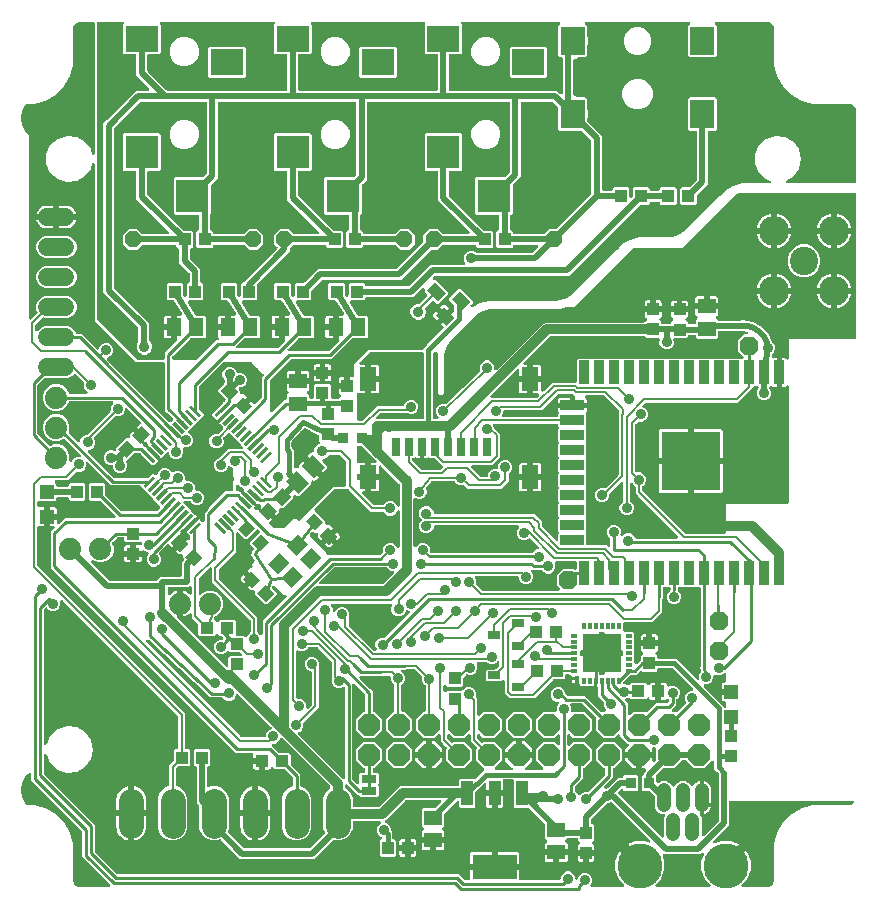
<source format=gbr>
G04 EAGLE Gerber RS-274X export*
G75*
%MOMM*%
%FSLAX34Y34*%
%LPD*%
%INTop Copper*%
%IPPOS*%
%AMOC8*
5,1,8,0,0,1.08239X$1,22.5*%
G01*
%ADD10R,1.000000X2.100000*%
%ADD11R,3.700000X2.100000*%
%ADD12R,1.500000X1.300000*%
%ADD13R,1.100000X1.000000*%
%ADD14C,1.879600*%
%ADD15R,2.800000X2.200000*%
%ADD16R,2.800000X2.800000*%
%ADD17R,1.000000X1.100000*%
%ADD18R,1.300000X1.500000*%
%ADD19C,2.133600*%
%ADD20R,1.200000X1.200000*%
%ADD21R,1.193800X0.304800*%
%ADD22R,2.000000X2.400000*%
%ADD23R,0.900000X0.970200*%
%ADD24R,0.932600X0.970200*%
%ADD25R,5.000000X5.000000*%
%ADD26R,0.900000X2.000000*%
%ADD27R,2.000000X0.900000*%
%ADD28P,2.034460X8X202.500000*%
%ADD29R,0.300000X0.600000*%
%ADD30R,0.600000X0.300000*%
%ADD31R,3.300000X3.300000*%
%ADD32R,0.435000X0.435000*%
%ADD33P,1.429621X8X22.500000*%
%ADD34C,1.524000*%
%ADD35C,2.400000*%
%ADD36C,2.550000*%
%ADD37R,1.270000X0.635000*%
%ADD38C,0.254000*%
%ADD39R,1.450000X2.000000*%
%ADD40R,0.800000X1.500000*%
%ADD41R,1.016000X0.635000*%
%ADD42P,1.732040X8X22.500000*%
%ADD43R,1.000000X1.270000*%
%ADD44C,3.810000*%
%ADD45C,1.208000*%
%ADD46R,1.200000X1.400000*%
%ADD47C,0.906400*%
%ADD48C,0.812800*%
%ADD49C,0.762000*%
%ADD50C,0.508000*%
%ADD51C,0.406400*%
%ADD52C,0.203200*%
%ADD53C,0.304800*%
%ADD54C,0.228600*%

G36*
X192704Y513124D02*
X192704Y513124D01*
X192822Y513131D01*
X192861Y513143D01*
X192901Y513149D01*
X193012Y513192D01*
X193125Y513229D01*
X193159Y513251D01*
X193197Y513266D01*
X193293Y513335D01*
X193393Y513399D01*
X193421Y513429D01*
X193454Y513452D01*
X193530Y513544D01*
X193611Y513631D01*
X193631Y513666D01*
X193657Y513697D01*
X193707Y513805D01*
X193765Y513909D01*
X193775Y513949D01*
X193792Y513985D01*
X193815Y514102D01*
X193844Y514217D01*
X193848Y514277D01*
X193852Y514297D01*
X193851Y514318D01*
X193855Y514378D01*
X193855Y518720D01*
X196161Y521027D01*
X204256Y529121D01*
X204341Y529231D01*
X204429Y529338D01*
X204438Y529356D01*
X204451Y529372D01*
X204506Y529500D01*
X204565Y529626D01*
X204569Y529646D01*
X204577Y529664D01*
X204599Y529802D01*
X204625Y529938D01*
X204624Y529958D01*
X204627Y529978D01*
X204614Y530117D01*
X204605Y530255D01*
X204599Y530275D01*
X204597Y530295D01*
X204550Y530426D01*
X204507Y530558D01*
X204496Y530575D01*
X204489Y530594D01*
X204411Y530709D01*
X204337Y530827D01*
X204322Y530841D01*
X204311Y530857D01*
X204206Y530949D01*
X204165Y530988D01*
X204165Y539550D01*
X204150Y539669D01*
X204143Y539787D01*
X204130Y539826D01*
X204125Y539866D01*
X204081Y539977D01*
X204045Y540090D01*
X204023Y540124D01*
X204008Y540162D01*
X203938Y540258D01*
X203875Y540359D01*
X203845Y540386D01*
X203821Y540419D01*
X203730Y540495D01*
X203643Y540577D01*
X203607Y540596D01*
X203576Y540622D01*
X203469Y540673D01*
X203364Y540730D01*
X203325Y540740D01*
X203289Y540757D01*
X203172Y540780D01*
X203056Y540809D01*
X202996Y540813D01*
X202976Y540817D01*
X202956Y540816D01*
X202896Y540820D01*
X201625Y540820D01*
X201625Y540821D01*
X202896Y540821D01*
X203014Y540836D01*
X203133Y540844D01*
X203171Y540856D01*
X203211Y540861D01*
X203322Y540905D01*
X203435Y540942D01*
X203469Y540963D01*
X203507Y540978D01*
X203603Y541048D01*
X203704Y541112D01*
X203732Y541141D01*
X203764Y541165D01*
X203840Y541257D01*
X203922Y541344D01*
X203941Y541379D01*
X203967Y541410D01*
X204018Y541518D01*
X204075Y541622D01*
X204085Y541661D01*
X204103Y541698D01*
X204125Y541815D01*
X204155Y541930D01*
X204159Y541990D01*
X204162Y542010D01*
X204161Y542030D01*
X204165Y542091D01*
X204165Y550353D01*
X207332Y550353D01*
X207473Y550371D01*
X207616Y550385D01*
X207631Y550391D01*
X207647Y550393D01*
X207780Y550446D01*
X207914Y550495D01*
X207928Y550504D01*
X207943Y550510D01*
X208059Y550594D01*
X208176Y550675D01*
X208187Y550687D01*
X208200Y550697D01*
X208292Y550808D01*
X208385Y550915D01*
X208393Y550929D01*
X208403Y550942D01*
X208464Y551071D01*
X208528Y551199D01*
X208532Y551215D01*
X208539Y551230D01*
X208565Y551370D01*
X208596Y551510D01*
X208595Y551526D01*
X208598Y551542D01*
X208590Y551685D01*
X208584Y551828D01*
X208580Y551843D01*
X208579Y551859D01*
X208535Y551995D01*
X208494Y552133D01*
X208484Y552152D01*
X208481Y552162D01*
X208471Y552178D01*
X208420Y552276D01*
X202183Y562672D01*
X202124Y562746D01*
X202073Y562827D01*
X202026Y562871D01*
X201986Y562922D01*
X201911Y562979D01*
X201841Y563045D01*
X201785Y563076D01*
X201734Y563115D01*
X201646Y563152D01*
X201563Y563198D01*
X201500Y563214D01*
X201441Y563240D01*
X201347Y563254D01*
X201255Y563278D01*
X201145Y563285D01*
X201127Y563287D01*
X201116Y563286D01*
X201094Y563288D01*
X196784Y563288D01*
X195593Y564479D01*
X195593Y577163D01*
X196784Y578353D01*
X208468Y578353D01*
X209659Y577163D01*
X209659Y568339D01*
X209671Y568237D01*
X209675Y568134D01*
X209691Y568079D01*
X209698Y568023D01*
X209736Y567927D01*
X209766Y567829D01*
X209808Y567747D01*
X209815Y567727D01*
X209824Y567716D01*
X209839Y567686D01*
X210235Y567026D01*
X210319Y566919D01*
X210398Y566810D01*
X210417Y566795D01*
X210432Y566776D01*
X210539Y566694D01*
X210643Y566607D01*
X210665Y566597D01*
X210684Y566582D01*
X210809Y566529D01*
X210931Y566472D01*
X210955Y566467D01*
X210977Y566458D01*
X211111Y566437D01*
X211243Y566412D01*
X211267Y566413D01*
X211292Y566410D01*
X211426Y566423D01*
X211561Y566432D01*
X211584Y566439D01*
X211608Y566442D01*
X211735Y566488D01*
X211863Y566530D01*
X211884Y566543D01*
X211907Y566551D01*
X212018Y566628D01*
X212132Y566700D01*
X212149Y566718D01*
X212169Y566731D01*
X212257Y566833D01*
X212350Y566932D01*
X212362Y566953D01*
X212378Y566971D01*
X212438Y567092D01*
X212503Y567210D01*
X212509Y567233D01*
X212520Y567255D01*
X212549Y567387D01*
X212583Y567518D01*
X212585Y567552D01*
X212588Y567566D01*
X212587Y567587D01*
X212593Y567679D01*
X212593Y577163D01*
X213784Y578353D01*
X213902Y578368D01*
X214021Y578376D01*
X214059Y578388D01*
X214099Y578393D01*
X214210Y578437D01*
X214323Y578474D01*
X214357Y578495D01*
X214395Y578510D01*
X214491Y578580D01*
X214592Y578644D01*
X214620Y578673D01*
X214652Y578697D01*
X214728Y578789D01*
X214810Y578875D01*
X214829Y578911D01*
X214855Y578942D01*
X214906Y579050D01*
X214963Y579154D01*
X214974Y579193D01*
X214991Y579230D01*
X215013Y579346D01*
X215043Y579462D01*
X215047Y579522D01*
X215051Y579542D01*
X215049Y579562D01*
X215053Y579623D01*
X215053Y585687D01*
X215041Y585785D01*
X215038Y585884D01*
X215021Y585942D01*
X215013Y586003D01*
X214977Y586095D01*
X214949Y586190D01*
X214919Y586242D01*
X214896Y586298D01*
X214838Y586378D01*
X214788Y586464D01*
X214721Y586539D01*
X214709Y586556D01*
X214700Y586563D01*
X214681Y586585D01*
X206219Y595047D01*
X206219Y606077D01*
X206204Y606196D01*
X206197Y606314D01*
X206185Y606353D01*
X206179Y606393D01*
X206136Y606504D01*
X206099Y606617D01*
X206077Y606651D01*
X206062Y606689D01*
X205993Y606785D01*
X205929Y606885D01*
X205899Y606913D01*
X205876Y606946D01*
X205784Y607022D01*
X205697Y607103D01*
X205662Y607123D01*
X205631Y607149D01*
X205523Y607199D01*
X205419Y607257D01*
X205379Y607267D01*
X205343Y607284D01*
X205226Y607307D01*
X205111Y607336D01*
X205051Y607340D01*
X205031Y607344D01*
X205010Y607343D01*
X204997Y607344D01*
X203804Y608537D01*
X203804Y609037D01*
X203789Y609156D01*
X203781Y609274D01*
X203769Y609313D01*
X203764Y609353D01*
X203720Y609464D01*
X203683Y609577D01*
X203662Y609611D01*
X203647Y609649D01*
X203577Y609745D01*
X203513Y609845D01*
X203484Y609873D01*
X203460Y609906D01*
X203368Y609982D01*
X203282Y610063D01*
X203246Y610083D01*
X203215Y610109D01*
X203107Y610159D01*
X203003Y610217D01*
X202964Y610227D01*
X202927Y610244D01*
X202810Y610267D01*
X202695Y610296D01*
X202635Y610300D01*
X202615Y610304D01*
X202595Y610303D01*
X202534Y610307D01*
X175513Y610307D01*
X175414Y610294D01*
X175315Y610291D01*
X175257Y610274D01*
X175197Y610267D01*
X175105Y610230D01*
X175010Y610203D01*
X174958Y610172D01*
X174901Y610150D01*
X174821Y610092D01*
X174736Y610041D01*
X174661Y609975D01*
X174644Y609963D01*
X174636Y609953D01*
X174615Y609935D01*
X170923Y606243D01*
X163768Y606243D01*
X158709Y611302D01*
X158709Y618457D01*
X163768Y623516D01*
X170923Y623516D01*
X174615Y619824D01*
X174693Y619763D01*
X174765Y619695D01*
X174818Y619666D01*
X174866Y619629D01*
X174957Y619590D01*
X175044Y619542D01*
X175102Y619527D01*
X175158Y619503D01*
X175256Y619487D01*
X175352Y619462D01*
X175452Y619456D01*
X175472Y619453D01*
X175485Y619454D01*
X175513Y619452D01*
X196733Y619452D01*
X196870Y619469D01*
X197009Y619483D01*
X197028Y619489D01*
X197048Y619492D01*
X197177Y619543D01*
X197308Y619590D01*
X197325Y619602D01*
X197344Y619609D01*
X197456Y619690D01*
X197571Y619769D01*
X197585Y619784D01*
X197601Y619796D01*
X197690Y619903D01*
X197782Y620007D01*
X197791Y620025D01*
X197804Y620041D01*
X197863Y620166D01*
X197926Y620290D01*
X197931Y620310D01*
X197940Y620328D01*
X197966Y620465D01*
X197996Y620601D01*
X197996Y620621D01*
X197999Y620641D01*
X197991Y620779D01*
X197986Y620919D01*
X197981Y620938D01*
X197980Y620958D01*
X197937Y621090D01*
X197898Y621224D01*
X197888Y621241D01*
X197882Y621261D01*
X197807Y621378D01*
X197737Y621498D01*
X197718Y621519D01*
X197711Y621529D01*
X197697Y621543D01*
X197630Y621619D01*
X169925Y649324D01*
X169925Y671593D01*
X169910Y671711D01*
X169902Y671830D01*
X169890Y671868D01*
X169885Y671909D01*
X169841Y672019D01*
X169804Y672132D01*
X169783Y672167D01*
X169768Y672204D01*
X169698Y672300D01*
X169634Y672401D01*
X169605Y672429D01*
X169581Y672462D01*
X169489Y672538D01*
X169403Y672619D01*
X169367Y672639D01*
X169336Y672664D01*
X169228Y672715D01*
X169124Y672773D01*
X169085Y672783D01*
X169048Y672800D01*
X168932Y672822D01*
X168816Y672852D01*
X168756Y672856D01*
X168736Y672860D01*
X168716Y672858D01*
X168655Y672862D01*
X159655Y672862D01*
X158465Y674053D01*
X158465Y703737D01*
X159655Y704928D01*
X189339Y704928D01*
X190530Y703737D01*
X190530Y674053D01*
X189339Y672862D01*
X180339Y672862D01*
X180221Y672847D01*
X180103Y672840D01*
X180064Y672827D01*
X180024Y672822D01*
X179913Y672779D01*
X179800Y672742D01*
X179766Y672720D01*
X179728Y672705D01*
X179632Y672636D01*
X179531Y672572D01*
X179504Y672542D01*
X179471Y672519D01*
X179395Y672427D01*
X179313Y672340D01*
X179294Y672305D01*
X179268Y672274D01*
X179217Y672166D01*
X179160Y672062D01*
X179150Y672022D01*
X179133Y671986D01*
X179110Y671869D01*
X179080Y671754D01*
X179077Y671694D01*
X179073Y671674D01*
X179074Y671653D01*
X179070Y671593D01*
X179070Y653638D01*
X179083Y653540D01*
X179086Y653441D01*
X179102Y653383D01*
X179110Y653323D01*
X179146Y653230D01*
X179174Y653135D01*
X179205Y653083D01*
X179227Y653027D01*
X179285Y652947D01*
X179336Y652861D01*
X179402Y652786D01*
X179414Y652770D01*
X179423Y652762D01*
X179442Y652741D01*
X209399Y622784D01*
X209477Y622723D01*
X209549Y622655D01*
X209602Y622626D01*
X209650Y622589D01*
X209741Y622550D01*
X209828Y622502D01*
X209886Y622487D01*
X209942Y622463D01*
X210040Y622447D01*
X210136Y622422D01*
X210236Y622416D01*
X210256Y622413D01*
X210268Y622414D01*
X210296Y622412D01*
X216678Y622412D01*
X217869Y621221D01*
X217869Y608537D01*
X216678Y607347D01*
X216634Y607347D01*
X216516Y607332D01*
X216397Y607324D01*
X216359Y607312D01*
X216319Y607307D01*
X216208Y607263D01*
X216095Y607226D01*
X216060Y607205D01*
X216023Y607190D01*
X215927Y607120D01*
X215826Y607056D01*
X215798Y607027D01*
X215765Y607003D01*
X215690Y606911D01*
X215608Y606824D01*
X215588Y606789D01*
X215563Y606758D01*
X215512Y606650D01*
X215454Y606546D01*
X215444Y606507D01*
X215427Y606470D01*
X215405Y606353D01*
X215375Y606238D01*
X215371Y606178D01*
X215367Y606158D01*
X215369Y606138D01*
X215365Y606077D01*
X215365Y599360D01*
X215377Y599262D01*
X215380Y599163D01*
X215397Y599105D01*
X215405Y599045D01*
X215441Y598953D01*
X215469Y598858D01*
X215499Y598806D01*
X215522Y598749D01*
X215580Y598669D01*
X215630Y598584D01*
X215697Y598508D01*
X215709Y598492D01*
X215718Y598484D01*
X215737Y598463D01*
X224199Y590001D01*
X224199Y579623D01*
X224214Y579504D01*
X224221Y579386D01*
X224233Y579347D01*
X224238Y579307D01*
X224282Y579196D01*
X224319Y579083D01*
X224341Y579049D01*
X224355Y579011D01*
X224425Y578915D01*
X224489Y578814D01*
X224519Y578787D01*
X224542Y578754D01*
X224634Y578678D01*
X224721Y578596D01*
X224756Y578577D01*
X224787Y578551D01*
X224895Y578500D01*
X224999Y578443D01*
X225038Y578433D01*
X225075Y578416D01*
X225192Y578393D01*
X225307Y578364D01*
X225367Y578360D01*
X225387Y578356D01*
X225408Y578357D01*
X225468Y578353D01*
X226659Y577163D01*
X226659Y564479D01*
X225468Y563288D01*
X214720Y563288D01*
X214578Y563270D01*
X214436Y563256D01*
X214420Y563250D01*
X214404Y563248D01*
X214272Y563196D01*
X214137Y563146D01*
X214124Y563137D01*
X214109Y563131D01*
X213993Y563047D01*
X213875Y562966D01*
X213865Y562954D01*
X213851Y562944D01*
X213760Y562834D01*
X213666Y562726D01*
X213659Y562712D01*
X213649Y562699D01*
X213588Y562570D01*
X213523Y562442D01*
X213520Y562426D01*
X213513Y562411D01*
X213486Y562271D01*
X213456Y562131D01*
X213456Y562115D01*
X213453Y562099D01*
X213462Y561956D01*
X213467Y561814D01*
X213472Y561798D01*
X213473Y561782D01*
X213517Y561646D01*
X213558Y561509D01*
X213568Y561489D01*
X213571Y561479D01*
X213581Y561463D01*
X213632Y561366D01*
X219869Y550970D01*
X219928Y550895D01*
X219979Y550814D01*
X220026Y550770D01*
X220066Y550719D01*
X220141Y550662D01*
X220210Y550596D01*
X220267Y550565D01*
X220318Y550526D01*
X220406Y550489D01*
X220489Y550443D01*
X220551Y550427D01*
X220611Y550402D01*
X220705Y550387D01*
X220797Y550364D01*
X220907Y550357D01*
X220925Y550354D01*
X220935Y550355D01*
X220958Y550353D01*
X227968Y550353D01*
X229159Y549163D01*
X229159Y532479D01*
X227968Y531288D01*
X216290Y531288D01*
X216191Y531275D01*
X216092Y531272D01*
X216034Y531256D01*
X215974Y531248D01*
X215882Y531212D01*
X215787Y531184D01*
X215735Y531153D01*
X215678Y531131D01*
X215598Y531073D01*
X215513Y531022D01*
X215438Y530956D01*
X215421Y530944D01*
X215413Y530935D01*
X215392Y530916D01*
X200832Y516356D01*
X200771Y516277D01*
X200703Y516205D01*
X200674Y516152D01*
X200637Y516104D01*
X200598Y516014D01*
X200550Y515927D01*
X200535Y515868D01*
X200511Y515813D01*
X200495Y515715D01*
X200470Y515619D01*
X200464Y515519D01*
X200461Y515499D01*
X200462Y515486D01*
X200460Y515458D01*
X200460Y514378D01*
X200475Y514260D01*
X200482Y514141D01*
X200495Y514103D01*
X200500Y514062D01*
X200544Y513952D01*
X200580Y513839D01*
X200602Y513804D01*
X200617Y513767D01*
X200687Y513670D01*
X200751Y513570D01*
X200780Y513542D01*
X200804Y513509D01*
X200896Y513433D01*
X200982Y513352D01*
X201018Y513332D01*
X201049Y513307D01*
X201156Y513256D01*
X201261Y513198D01*
X201300Y513188D01*
X201336Y513171D01*
X201453Y513149D01*
X201569Y513119D01*
X201629Y513115D01*
X201649Y513111D01*
X201669Y513113D01*
X201729Y513109D01*
X220620Y513109D01*
X220718Y513121D01*
X220817Y513124D01*
X220876Y513141D01*
X220936Y513149D01*
X221028Y513185D01*
X221123Y513213D01*
X221175Y513243D01*
X221231Y513266D01*
X221311Y513324D01*
X221397Y513374D01*
X221472Y513440D01*
X221489Y513452D01*
X221496Y513462D01*
X221518Y513480D01*
X237515Y529478D01*
X238693Y529478D01*
X238831Y529495D01*
X238970Y529508D01*
X238989Y529515D01*
X239009Y529518D01*
X239139Y529569D01*
X239269Y529616D01*
X239286Y529627D01*
X239305Y529635D01*
X239417Y529716D01*
X239532Y529794D01*
X239546Y529809D01*
X239562Y529821D01*
X239651Y529929D01*
X239743Y530033D01*
X239752Y530051D01*
X239765Y530066D01*
X239824Y530192D01*
X239887Y530316D01*
X239892Y530336D01*
X239900Y530354D01*
X239926Y530490D01*
X239957Y530626D01*
X239956Y530647D01*
X239960Y530666D01*
X239951Y530805D01*
X239947Y530944D01*
X239942Y530964D01*
X239940Y530984D01*
X239898Y531116D01*
X239859Y531250D01*
X239849Y531267D01*
X239842Y531286D01*
X239768Y531404D01*
X239697Y531524D01*
X239679Y531545D01*
X239672Y531555D01*
X239657Y531569D01*
X239591Y531644D01*
X239163Y532072D01*
X238895Y532536D01*
X238757Y533053D01*
X238757Y538281D01*
X246019Y538281D01*
X246138Y538296D01*
X246256Y538304D01*
X246295Y538316D01*
X246335Y538321D01*
X246446Y538365D01*
X246559Y538402D01*
X246593Y538423D01*
X246631Y538438D01*
X246727Y538508D01*
X246828Y538572D01*
X246855Y538601D01*
X246888Y538625D01*
X246964Y538717D01*
X247045Y538803D01*
X247065Y538839D01*
X247091Y538870D01*
X247141Y538978D01*
X247199Y539082D01*
X247209Y539121D01*
X247226Y539158D01*
X247249Y539275D01*
X247278Y539390D01*
X247282Y539450D01*
X247286Y539470D01*
X247285Y539490D01*
X247289Y539551D01*
X247289Y540821D01*
X248559Y540821D01*
X248678Y540836D01*
X248796Y540844D01*
X248835Y540856D01*
X248875Y540861D01*
X248986Y540905D01*
X249099Y540942D01*
X249133Y540963D01*
X249171Y540978D01*
X249267Y541048D01*
X249368Y541112D01*
X249395Y541141D01*
X249428Y541165D01*
X249504Y541257D01*
X249585Y541344D01*
X249605Y541379D01*
X249631Y541410D01*
X249682Y541518D01*
X249739Y541622D01*
X249749Y541661D01*
X249766Y541698D01*
X249789Y541815D01*
X249818Y541930D01*
X249822Y541990D01*
X249826Y542010D01*
X249825Y542030D01*
X249829Y542091D01*
X249829Y550353D01*
X252995Y550353D01*
X253137Y550371D01*
X253280Y550385D01*
X253295Y550391D01*
X253311Y550393D01*
X253444Y550446D01*
X253578Y550495D01*
X253592Y550504D01*
X253607Y550510D01*
X253723Y550594D01*
X253840Y550675D01*
X253851Y550687D01*
X253864Y550697D01*
X253956Y550808D01*
X254049Y550915D01*
X254056Y550929D01*
X254067Y550942D01*
X254127Y551071D01*
X254192Y551199D01*
X254195Y551215D01*
X254202Y551230D01*
X254229Y551370D01*
X254260Y551510D01*
X254259Y551526D01*
X254262Y551542D01*
X254253Y551685D01*
X254248Y551828D01*
X254243Y551843D01*
X254242Y551859D01*
X254198Y551995D01*
X254158Y552133D01*
X254147Y552152D01*
X254144Y552162D01*
X254134Y552178D01*
X254084Y552276D01*
X247846Y562672D01*
X247787Y562746D01*
X247737Y562827D01*
X247690Y562871D01*
X247650Y562922D01*
X247574Y562979D01*
X247505Y563045D01*
X247448Y563076D01*
X247397Y563115D01*
X247310Y563152D01*
X247226Y563198D01*
X247164Y563214D01*
X247105Y563240D01*
X247010Y563254D01*
X246919Y563278D01*
X246809Y563285D01*
X246790Y563287D01*
X246780Y563286D01*
X246758Y563288D01*
X242448Y563288D01*
X241257Y564479D01*
X241257Y577163D01*
X242448Y578353D01*
X254131Y578353D01*
X255322Y577163D01*
X255322Y568339D01*
X255335Y568237D01*
X255339Y568134D01*
X255355Y568079D01*
X255362Y568023D01*
X255400Y567928D01*
X255429Y567829D01*
X255471Y567747D01*
X255479Y567728D01*
X255487Y567716D01*
X255503Y567686D01*
X255899Y567026D01*
X255983Y566919D01*
X256062Y566810D01*
X256081Y566795D01*
X256096Y566776D01*
X256203Y566694D01*
X256307Y566607D01*
X256329Y566597D01*
X256348Y566582D01*
X256472Y566529D01*
X256595Y566472D01*
X256618Y566467D01*
X256641Y566458D01*
X256774Y566437D01*
X256907Y566412D01*
X256931Y566413D01*
X256955Y566410D01*
X257090Y566423D01*
X257224Y566432D01*
X257247Y566439D01*
X257272Y566442D01*
X257399Y566488D01*
X257527Y566530D01*
X257547Y566543D01*
X257570Y566551D01*
X257682Y566628D01*
X257796Y566700D01*
X257812Y566717D01*
X257832Y566731D01*
X257921Y566833D01*
X258014Y566931D01*
X258025Y566953D01*
X258041Y566971D01*
X258102Y567092D01*
X258167Y567210D01*
X258173Y567233D01*
X258184Y567255D01*
X258213Y567387D01*
X258247Y567518D01*
X258249Y567552D01*
X258252Y567566D01*
X258251Y567587D01*
X258257Y567679D01*
X258257Y577163D01*
X259448Y578353D01*
X259906Y578353D01*
X260004Y578366D01*
X260103Y578369D01*
X260161Y578386D01*
X260221Y578393D01*
X260314Y578430D01*
X260409Y578457D01*
X260461Y578488D01*
X260517Y578510D01*
X260597Y578568D01*
X260683Y578619D01*
X260758Y578685D01*
X260775Y578697D01*
X260782Y578706D01*
X260803Y578725D01*
X289127Y607049D01*
X289200Y607143D01*
X289279Y607232D01*
X289297Y607268D01*
X289322Y607300D01*
X289369Y607409D01*
X289423Y607515D01*
X289432Y607555D01*
X289448Y607592D01*
X289467Y607710D01*
X289493Y607826D01*
X289492Y607866D01*
X289498Y607906D01*
X289487Y608025D01*
X289483Y608143D01*
X289472Y608182D01*
X289468Y608223D01*
X289428Y608335D01*
X289395Y608449D01*
X289375Y608484D01*
X289361Y608522D01*
X289294Y608620D01*
X289233Y608723D01*
X289194Y608768D01*
X289182Y608785D01*
X289167Y608798D01*
X289127Y608844D01*
X286669Y611302D01*
X286669Y618457D01*
X291728Y623516D01*
X298883Y623516D01*
X302575Y619824D01*
X302653Y619763D01*
X302726Y619695D01*
X302779Y619666D01*
X302826Y619629D01*
X302917Y619590D01*
X303004Y619542D01*
X303063Y619527D01*
X303118Y619503D01*
X303216Y619487D01*
X303312Y619462D01*
X303412Y619456D01*
X303432Y619453D01*
X303445Y619454D01*
X303473Y619452D01*
X323626Y619452D01*
X323764Y619469D01*
X323903Y619483D01*
X323922Y619489D01*
X323942Y619492D01*
X324071Y619543D01*
X324202Y619590D01*
X324219Y619602D01*
X324237Y619609D01*
X324350Y619690D01*
X324465Y619769D01*
X324478Y619784D01*
X324495Y619796D01*
X324583Y619903D01*
X324675Y620007D01*
X324685Y620025D01*
X324698Y620041D01*
X324757Y620166D01*
X324820Y620290D01*
X324825Y620310D01*
X324833Y620328D01*
X324859Y620465D01*
X324890Y620601D01*
X324889Y620621D01*
X324893Y620641D01*
X324884Y620779D01*
X324880Y620919D01*
X324874Y620938D01*
X324873Y620958D01*
X324830Y621090D01*
X324792Y621224D01*
X324781Y621241D01*
X324775Y621261D01*
X324701Y621378D01*
X324630Y621498D01*
X324611Y621519D01*
X324605Y621529D01*
X324590Y621543D01*
X324524Y621619D01*
X297655Y648488D01*
X297655Y671593D01*
X297640Y671711D01*
X297632Y671830D01*
X297620Y671868D01*
X297615Y671909D01*
X297571Y672019D01*
X297534Y672132D01*
X297513Y672167D01*
X297498Y672204D01*
X297428Y672300D01*
X297364Y672401D01*
X297335Y672429D01*
X297311Y672462D01*
X297219Y672538D01*
X297133Y672619D01*
X297097Y672639D01*
X297066Y672664D01*
X296958Y672715D01*
X296854Y672773D01*
X296815Y672783D01*
X296778Y672800D01*
X296662Y672822D01*
X296546Y672852D01*
X296486Y672856D01*
X296466Y672860D01*
X296446Y672858D01*
X296385Y672862D01*
X287385Y672862D01*
X286195Y674053D01*
X286195Y703737D01*
X287385Y704928D01*
X317069Y704928D01*
X318260Y703737D01*
X318260Y674053D01*
X317069Y672862D01*
X308069Y672862D01*
X307951Y672847D01*
X307833Y672840D01*
X307794Y672827D01*
X307754Y672822D01*
X307643Y672779D01*
X307530Y672742D01*
X307496Y672720D01*
X307458Y672705D01*
X307362Y672636D01*
X307261Y672572D01*
X307234Y672542D01*
X307201Y672519D01*
X307125Y672427D01*
X307043Y672340D01*
X307024Y672305D01*
X306998Y672274D01*
X306947Y672166D01*
X306890Y672062D01*
X306880Y672022D01*
X306863Y671986D01*
X306840Y671869D01*
X306810Y671754D01*
X306807Y671694D01*
X306803Y671674D01*
X306804Y671653D01*
X306800Y671593D01*
X306800Y652802D01*
X306813Y652703D01*
X306816Y652604D01*
X306832Y652546D01*
X306840Y652486D01*
X306876Y652394D01*
X306904Y652299D01*
X306935Y652247D01*
X306957Y652190D01*
X307015Y652110D01*
X307066Y652025D01*
X307132Y651950D01*
X307144Y651933D01*
X307153Y651925D01*
X307172Y651904D01*
X336292Y622784D01*
X336371Y622723D01*
X336443Y622655D01*
X336496Y622626D01*
X336544Y622589D01*
X336635Y622550D01*
X336721Y622502D01*
X336780Y622487D01*
X336835Y622463D01*
X336933Y622447D01*
X337029Y622422D01*
X337129Y622416D01*
X337150Y622413D01*
X337162Y622414D01*
X337190Y622412D01*
X343572Y622412D01*
X344763Y621221D01*
X344763Y608537D01*
X343572Y607347D01*
X331888Y607347D01*
X330697Y608537D01*
X330697Y609037D01*
X330682Y609156D01*
X330675Y609274D01*
X330662Y609313D01*
X330657Y609353D01*
X330614Y609464D01*
X330577Y609577D01*
X330555Y609611D01*
X330540Y609649D01*
X330470Y609745D01*
X330407Y609845D01*
X330377Y609873D01*
X330354Y609906D01*
X330262Y609982D01*
X330175Y610063D01*
X330140Y610083D01*
X330109Y610109D01*
X330001Y610159D01*
X329897Y610217D01*
X329857Y610227D01*
X329821Y610244D01*
X329704Y610267D01*
X329589Y610296D01*
X329528Y610300D01*
X329508Y610304D01*
X329488Y610303D01*
X329428Y610307D01*
X303473Y610307D01*
X303374Y610294D01*
X303275Y610291D01*
X303217Y610274D01*
X303157Y610267D01*
X303065Y610230D01*
X302970Y610203D01*
X302918Y610172D01*
X302861Y610150D01*
X302781Y610092D01*
X302696Y610041D01*
X302621Y609975D01*
X302604Y609963D01*
X302596Y609953D01*
X302575Y609935D01*
X300250Y607610D01*
X300189Y607531D01*
X300121Y607459D01*
X300092Y607406D01*
X300055Y607358D01*
X300016Y607267D01*
X299968Y607181D01*
X299953Y607122D01*
X299929Y607067D01*
X299913Y606969D01*
X299888Y606873D01*
X299882Y606773D01*
X299879Y606752D01*
X299880Y606740D01*
X299878Y606712D01*
X299878Y604866D01*
X272694Y577682D01*
X272633Y577604D01*
X272565Y577532D01*
X272536Y577479D01*
X272499Y577431D01*
X272460Y577340D01*
X272412Y577253D01*
X272397Y577195D01*
X272373Y577139D01*
X272357Y577041D01*
X272332Y576945D01*
X272326Y576845D01*
X272323Y576825D01*
X272324Y576812D01*
X272322Y576784D01*
X272322Y564479D01*
X271131Y563288D01*
X260384Y563288D01*
X260242Y563270D01*
X260099Y563256D01*
X260084Y563250D01*
X260068Y563248D01*
X259935Y563196D01*
X259801Y563146D01*
X259787Y563137D01*
X259772Y563131D01*
X259656Y563047D01*
X259539Y562966D01*
X259528Y562954D01*
X259515Y562944D01*
X259423Y562834D01*
X259330Y562726D01*
X259323Y562712D01*
X259312Y562699D01*
X259252Y562570D01*
X259187Y562442D01*
X259184Y562426D01*
X259177Y562411D01*
X259150Y562271D01*
X259119Y562131D01*
X259120Y562115D01*
X259117Y562099D01*
X259126Y561956D01*
X259131Y561814D01*
X259136Y561798D01*
X259137Y561782D01*
X259181Y561646D01*
X259221Y561509D01*
X259232Y561489D01*
X259235Y561479D01*
X259245Y561463D01*
X259295Y561366D01*
X265533Y550970D01*
X265592Y550895D01*
X265642Y550814D01*
X265689Y550770D01*
X265729Y550719D01*
X265805Y550662D01*
X265874Y550596D01*
X265931Y550565D01*
X265982Y550526D01*
X266069Y550489D01*
X266153Y550443D01*
X266215Y550427D01*
X266274Y550402D01*
X266369Y550387D01*
X266460Y550364D01*
X266570Y550357D01*
X266589Y550354D01*
X266599Y550355D01*
X266621Y550353D01*
X273631Y550353D01*
X274822Y549163D01*
X274822Y532479D01*
X273631Y531288D01*
X261953Y531288D01*
X261855Y531275D01*
X261756Y531272D01*
X261698Y531256D01*
X261638Y531248D01*
X261546Y531212D01*
X261451Y531184D01*
X261398Y531153D01*
X261342Y531131D01*
X261262Y531073D01*
X261177Y531022D01*
X261101Y530956D01*
X261085Y530944D01*
X261077Y530935D01*
X261056Y530916D01*
X255318Y525179D01*
X254960Y524821D01*
X254875Y524711D01*
X254787Y524604D01*
X254778Y524585D01*
X254766Y524569D01*
X254710Y524442D01*
X254651Y524316D01*
X254647Y524296D01*
X254639Y524278D01*
X254617Y524140D01*
X254591Y524004D01*
X254592Y523983D01*
X254589Y523964D01*
X254602Y523825D01*
X254611Y523686D01*
X254617Y523667D01*
X254619Y523647D01*
X254666Y523516D01*
X254709Y523384D01*
X254720Y523367D01*
X254727Y523348D01*
X254805Y523232D01*
X254879Y523115D01*
X254894Y523101D01*
X254905Y523085D01*
X255010Y522992D01*
X255111Y522897D01*
X255128Y522887D01*
X255144Y522874D01*
X255268Y522811D01*
X255389Y522744D01*
X255409Y522739D01*
X255427Y522729D01*
X255563Y522699D01*
X255697Y522664D01*
X255725Y522662D01*
X255737Y522660D01*
X255758Y522660D01*
X255858Y522654D01*
X288590Y522654D01*
X288688Y522666D01*
X288787Y522669D01*
X288845Y522686D01*
X288906Y522694D01*
X288998Y522730D01*
X289093Y522758D01*
X289145Y522789D01*
X289201Y522811D01*
X289281Y522869D01*
X289367Y522919D01*
X289442Y522986D01*
X289459Y522998D01*
X289466Y523007D01*
X289488Y523026D01*
X295583Y529121D01*
X295668Y529231D01*
X295757Y529338D01*
X295765Y529356D01*
X295778Y529372D01*
X295833Y529500D01*
X295892Y529626D01*
X295896Y529646D01*
X295904Y529664D01*
X295926Y529802D01*
X295952Y529938D01*
X295951Y529958D01*
X295954Y529978D01*
X295941Y530117D01*
X295932Y530255D01*
X295926Y530275D01*
X295924Y530295D01*
X295877Y530426D01*
X295834Y530558D01*
X295824Y530575D01*
X295817Y530594D01*
X295739Y530709D01*
X295664Y530827D01*
X295649Y530841D01*
X295638Y530857D01*
X295534Y530949D01*
X295492Y530988D01*
X295492Y539550D01*
X295477Y539669D01*
X295470Y539787D01*
X295458Y539826D01*
X295452Y539866D01*
X295409Y539977D01*
X295372Y540090D01*
X295350Y540124D01*
X295335Y540162D01*
X295266Y540258D01*
X295202Y540359D01*
X295172Y540386D01*
X295149Y540419D01*
X295057Y540495D01*
X294970Y540577D01*
X294935Y540596D01*
X294904Y540622D01*
X294796Y540673D01*
X294692Y540730D01*
X294652Y540740D01*
X294616Y540757D01*
X294499Y540780D01*
X294384Y540809D01*
X294324Y540813D01*
X294304Y540817D01*
X294283Y540816D01*
X294223Y540820D01*
X292952Y540820D01*
X292952Y540821D01*
X294223Y540821D01*
X294341Y540836D01*
X294460Y540844D01*
X294498Y540856D01*
X294539Y540861D01*
X294649Y540905D01*
X294763Y540942D01*
X294797Y540963D01*
X294834Y540978D01*
X294931Y541048D01*
X295031Y541112D01*
X295059Y541141D01*
X295092Y541165D01*
X295168Y541257D01*
X295249Y541344D01*
X295269Y541379D01*
X295294Y541410D01*
X295345Y541518D01*
X295403Y541622D01*
X295413Y541661D01*
X295430Y541698D01*
X295452Y541815D01*
X295482Y541930D01*
X295486Y541990D01*
X295490Y542010D01*
X295489Y542030D01*
X295492Y542091D01*
X295492Y550353D01*
X298659Y550353D01*
X298801Y550371D01*
X298943Y550385D01*
X298959Y550391D01*
X298975Y550393D01*
X299107Y550446D01*
X299242Y550495D01*
X299255Y550504D01*
X299270Y550510D01*
X299386Y550594D01*
X299504Y550675D01*
X299514Y550687D01*
X299528Y550697D01*
X299619Y550808D01*
X299713Y550915D01*
X299720Y550929D01*
X299730Y550942D01*
X299791Y551071D01*
X299856Y551199D01*
X299859Y551215D01*
X299866Y551230D01*
X299893Y551370D01*
X299923Y551510D01*
X299923Y551526D01*
X299926Y551542D01*
X299917Y551685D01*
X299912Y551828D01*
X299907Y551843D01*
X299906Y551859D01*
X299862Y551995D01*
X299821Y552133D01*
X299811Y552152D01*
X299808Y552162D01*
X299798Y552178D01*
X299747Y552276D01*
X293510Y562672D01*
X293451Y562746D01*
X293400Y562827D01*
X293353Y562871D01*
X293313Y562922D01*
X293238Y562979D01*
X293169Y563045D01*
X293112Y563076D01*
X293061Y563115D01*
X292973Y563152D01*
X292890Y563198D01*
X292828Y563214D01*
X292768Y563240D01*
X292674Y563254D01*
X292582Y563278D01*
X292472Y563285D01*
X292454Y563287D01*
X292444Y563286D01*
X292421Y563288D01*
X288111Y563288D01*
X286920Y564479D01*
X286920Y577163D01*
X288111Y578353D01*
X299795Y578353D01*
X300986Y577163D01*
X300986Y568339D01*
X300999Y568237D01*
X301003Y568134D01*
X301019Y568079D01*
X301026Y568023D01*
X301064Y567927D01*
X301093Y567829D01*
X301135Y567747D01*
X301143Y567727D01*
X301151Y567716D01*
X301167Y567686D01*
X301563Y567026D01*
X301646Y566919D01*
X301726Y566810D01*
X301744Y566795D01*
X301759Y566776D01*
X301866Y566694D01*
X301971Y566607D01*
X301993Y566597D01*
X302012Y566582D01*
X302136Y566529D01*
X302258Y566472D01*
X302282Y566467D01*
X302304Y566458D01*
X302438Y566437D01*
X302571Y566412D01*
X302595Y566413D01*
X302619Y566410D01*
X302754Y566423D01*
X302888Y566432D01*
X302911Y566439D01*
X302935Y566442D01*
X303062Y566488D01*
X303191Y566530D01*
X303211Y566543D01*
X303234Y566551D01*
X303345Y566628D01*
X303459Y566700D01*
X303476Y566718D01*
X303496Y566731D01*
X303585Y566833D01*
X303677Y566932D01*
X303689Y566953D01*
X303705Y566971D01*
X303766Y567092D01*
X303831Y567210D01*
X303837Y567233D01*
X303848Y567255D01*
X303876Y567387D01*
X303910Y567518D01*
X303912Y567552D01*
X303915Y567566D01*
X303915Y567587D01*
X303920Y567679D01*
X303920Y577163D01*
X305111Y578353D01*
X311493Y578353D01*
X311592Y578366D01*
X311691Y578369D01*
X311749Y578386D01*
X311809Y578393D01*
X311901Y578430D01*
X311996Y578457D01*
X312048Y578488D01*
X312105Y578510D01*
X312185Y578568D01*
X312270Y578619D01*
X312345Y578685D01*
X312362Y578697D01*
X312370Y578706D01*
X312391Y578725D01*
X323800Y590134D01*
X389826Y590134D01*
X389924Y590147D01*
X390023Y590150D01*
X390082Y590166D01*
X390142Y590174D01*
X390234Y590210D01*
X390329Y590238D01*
X390381Y590269D01*
X390437Y590291D01*
X390517Y590349D01*
X390603Y590400D01*
X390678Y590466D01*
X390695Y590478D01*
X390702Y590487D01*
X390724Y590506D01*
X412555Y612338D01*
X412616Y612416D01*
X412684Y612488D01*
X412713Y612541D01*
X412750Y612589D01*
X412790Y612680D01*
X412837Y612767D01*
X412853Y612825D01*
X412877Y612881D01*
X412892Y612979D01*
X412917Y613074D01*
X412923Y613175D01*
X412926Y613195D01*
X412925Y613207D01*
X412927Y613235D01*
X412927Y618457D01*
X417986Y623516D01*
X425141Y623516D01*
X428833Y619824D01*
X428912Y619763D01*
X428984Y619695D01*
X429037Y619666D01*
X429085Y619629D01*
X429176Y619590D01*
X429262Y619542D01*
X429321Y619527D01*
X429377Y619503D01*
X429475Y619487D01*
X429570Y619462D01*
X429670Y619456D01*
X429691Y619453D01*
X429703Y619454D01*
X429731Y619452D01*
X450771Y619452D01*
X450909Y619469D01*
X451048Y619483D01*
X451067Y619489D01*
X451087Y619492D01*
X451216Y619543D01*
X451347Y619590D01*
X451364Y619602D01*
X451382Y619609D01*
X451494Y619690D01*
X451610Y619769D01*
X451623Y619784D01*
X451640Y619796D01*
X451728Y619903D01*
X451820Y620007D01*
X451830Y620025D01*
X451843Y620041D01*
X451902Y620166D01*
X451965Y620290D01*
X451969Y620310D01*
X451978Y620328D01*
X452004Y620465D01*
X452035Y620601D01*
X452034Y620621D01*
X452038Y620641D01*
X452029Y620779D01*
X452025Y620919D01*
X452019Y620938D01*
X452018Y620958D01*
X451975Y621090D01*
X451937Y621224D01*
X451926Y621241D01*
X451920Y621261D01*
X451846Y621378D01*
X451775Y621498D01*
X451756Y621519D01*
X451750Y621529D01*
X451735Y621543D01*
X451669Y621619D01*
X425385Y647903D01*
X425385Y671593D01*
X425370Y671711D01*
X425362Y671830D01*
X425350Y671868D01*
X425345Y671909D01*
X425301Y672019D01*
X425264Y672132D01*
X425243Y672167D01*
X425228Y672204D01*
X425158Y672300D01*
X425094Y672401D01*
X425065Y672429D01*
X425041Y672462D01*
X424949Y672538D01*
X424863Y672619D01*
X424827Y672639D01*
X424796Y672664D01*
X424688Y672715D01*
X424584Y672773D01*
X424545Y672783D01*
X424508Y672800D01*
X424392Y672822D01*
X424276Y672852D01*
X424216Y672856D01*
X424196Y672860D01*
X424176Y672858D01*
X424115Y672862D01*
X415115Y672862D01*
X413925Y674053D01*
X413925Y703737D01*
X415115Y704928D01*
X444799Y704928D01*
X445990Y703737D01*
X445990Y674053D01*
X444799Y672862D01*
X435799Y672862D01*
X435681Y672847D01*
X435563Y672840D01*
X435524Y672827D01*
X435484Y672822D01*
X435373Y672779D01*
X435260Y672742D01*
X435226Y672720D01*
X435188Y672705D01*
X435092Y672636D01*
X434991Y672572D01*
X434964Y672542D01*
X434931Y672519D01*
X434855Y672427D01*
X434773Y672340D01*
X434754Y672305D01*
X434728Y672274D01*
X434677Y672166D01*
X434620Y672062D01*
X434610Y672022D01*
X434593Y671986D01*
X434570Y671869D01*
X434540Y671754D01*
X434537Y671694D01*
X434533Y671674D01*
X434534Y671653D01*
X434530Y671593D01*
X434530Y652217D01*
X434543Y652118D01*
X434546Y652019D01*
X434562Y651961D01*
X434570Y651901D01*
X434606Y651809D01*
X434634Y651714D01*
X434665Y651662D01*
X434687Y651605D01*
X434745Y651525D01*
X434796Y651440D01*
X434862Y651365D01*
X434874Y651348D01*
X434883Y651340D01*
X434902Y651319D01*
X463437Y622784D01*
X463516Y622723D01*
X463588Y622655D01*
X463641Y622626D01*
X463689Y622589D01*
X463780Y622550D01*
X463866Y622502D01*
X463925Y622487D01*
X463980Y622463D01*
X464078Y622447D01*
X464174Y622422D01*
X464274Y622416D01*
X464294Y622413D01*
X464307Y622414D01*
X464335Y622412D01*
X470717Y622412D01*
X471908Y621221D01*
X471908Y608537D01*
X470717Y607347D01*
X459033Y607347D01*
X457842Y608537D01*
X457842Y609037D01*
X457827Y609156D01*
X457820Y609274D01*
X457807Y609313D01*
X457802Y609353D01*
X457759Y609464D01*
X457722Y609577D01*
X457700Y609611D01*
X457685Y609649D01*
X457615Y609745D01*
X457552Y609845D01*
X457522Y609873D01*
X457498Y609906D01*
X457407Y609982D01*
X457320Y610063D01*
X457285Y610083D01*
X457254Y610109D01*
X457146Y610159D01*
X457042Y610217D01*
X457002Y610227D01*
X456966Y610244D01*
X456849Y610267D01*
X456734Y610296D01*
X456673Y610300D01*
X456653Y610304D01*
X456633Y610303D01*
X456573Y610307D01*
X429731Y610307D01*
X429633Y610294D01*
X429534Y610291D01*
X429476Y610274D01*
X429415Y610267D01*
X429323Y610230D01*
X429228Y610203D01*
X429176Y610172D01*
X429120Y610150D01*
X429040Y610092D01*
X428954Y610041D01*
X428879Y609975D01*
X428862Y609963D01*
X428855Y609953D01*
X428833Y609935D01*
X425141Y606243D01*
X419920Y606243D01*
X419821Y606230D01*
X419722Y606227D01*
X419664Y606210D01*
X419604Y606203D01*
X419512Y606166D01*
X419417Y606139D01*
X419365Y606108D01*
X419308Y606086D01*
X419228Y606028D01*
X419143Y605977D01*
X419068Y605911D01*
X419051Y605899D01*
X419043Y605889D01*
X419022Y605871D01*
X394140Y580989D01*
X328114Y580989D01*
X328016Y580976D01*
X327917Y580973D01*
X327858Y580956D01*
X327798Y580949D01*
X327706Y580912D01*
X327611Y580885D01*
X327559Y580854D01*
X327503Y580832D01*
X327423Y580774D01*
X327337Y580723D01*
X327262Y580657D01*
X327245Y580645D01*
X327238Y580636D01*
X327216Y580617D01*
X318358Y571758D01*
X318297Y571680D01*
X318229Y571608D01*
X318200Y571555D01*
X318163Y571507D01*
X318123Y571416D01*
X318076Y571329D01*
X318060Y571271D01*
X318036Y571215D01*
X318021Y571117D01*
X317996Y571021D01*
X317990Y570921D01*
X317987Y570901D01*
X317988Y570889D01*
X317986Y570861D01*
X317986Y564479D01*
X316795Y563288D01*
X306047Y563288D01*
X305906Y563270D01*
X305763Y563256D01*
X305748Y563250D01*
X305732Y563248D01*
X305599Y563196D01*
X305465Y563146D01*
X305451Y563137D01*
X305436Y563131D01*
X305320Y563047D01*
X305203Y562966D01*
X305192Y562954D01*
X305179Y562944D01*
X305087Y562834D01*
X304994Y562726D01*
X304986Y562712D01*
X304976Y562699D01*
X304915Y562570D01*
X304851Y562442D01*
X304847Y562426D01*
X304840Y562411D01*
X304814Y562271D01*
X304783Y562131D01*
X304784Y562115D01*
X304781Y562099D01*
X304789Y561956D01*
X304795Y561814D01*
X304799Y561798D01*
X304800Y561782D01*
X304844Y561646D01*
X304885Y561509D01*
X304895Y561489D01*
X304898Y561479D01*
X304908Y561463D01*
X304959Y561366D01*
X311196Y550970D01*
X311255Y550895D01*
X311306Y550814D01*
X311353Y550770D01*
X311393Y550719D01*
X311468Y550662D01*
X311538Y550596D01*
X311594Y550565D01*
X311645Y550526D01*
X311733Y550489D01*
X311816Y550443D01*
X311879Y550427D01*
X311938Y550402D01*
X312032Y550387D01*
X312124Y550364D01*
X312234Y550357D01*
X312252Y550354D01*
X312263Y550355D01*
X312285Y550353D01*
X319295Y550353D01*
X320486Y549163D01*
X320486Y532479D01*
X319295Y531288D01*
X307617Y531288D01*
X307519Y531275D01*
X307420Y531272D01*
X307361Y531256D01*
X307301Y531248D01*
X307209Y531212D01*
X307114Y531184D01*
X307062Y531153D01*
X307006Y531131D01*
X306926Y531073D01*
X306840Y531022D01*
X306765Y530956D01*
X306748Y530944D01*
X306741Y530935D01*
X306719Y530916D01*
X298203Y522400D01*
X298118Y522290D01*
X298030Y522183D01*
X298021Y522165D01*
X298009Y522149D01*
X297953Y522021D01*
X297894Y521895D01*
X297890Y521876D01*
X297882Y521857D01*
X297860Y521719D01*
X297834Y521583D01*
X297836Y521563D01*
X297832Y521543D01*
X297845Y521404D01*
X297854Y521266D01*
X297860Y521247D01*
X297862Y521226D01*
X297909Y521095D01*
X297952Y520963D01*
X297963Y520946D01*
X297970Y520927D01*
X298048Y520812D01*
X298122Y520694D01*
X298137Y520681D01*
X298148Y520664D01*
X298252Y520572D01*
X298354Y520477D01*
X298372Y520467D01*
X298387Y520453D01*
X298511Y520390D01*
X298632Y520323D01*
X298652Y520318D01*
X298670Y520309D01*
X298806Y520278D01*
X298940Y520244D01*
X298968Y520242D01*
X298980Y520239D01*
X299001Y520240D01*
X299101Y520233D01*
X331833Y520233D01*
X331931Y520246D01*
X332030Y520249D01*
X332089Y520266D01*
X332149Y520273D01*
X332241Y520310D01*
X332336Y520337D01*
X332388Y520368D01*
X332444Y520390D01*
X332524Y520448D01*
X332610Y520499D01*
X332685Y520565D01*
X332702Y520577D01*
X332709Y520586D01*
X332731Y520605D01*
X341247Y529121D01*
X341332Y529231D01*
X341420Y529338D01*
X341429Y529356D01*
X341442Y529372D01*
X341497Y529500D01*
X341556Y529626D01*
X341560Y529646D01*
X341568Y529664D01*
X341590Y529802D01*
X341616Y529938D01*
X341615Y529958D01*
X341618Y529978D01*
X341605Y530117D01*
X341596Y530255D01*
X341590Y530275D01*
X341588Y530295D01*
X341541Y530426D01*
X341498Y530558D01*
X341487Y530575D01*
X341480Y530594D01*
X341402Y530709D01*
X341328Y530827D01*
X341313Y530841D01*
X341302Y530857D01*
X341197Y530949D01*
X341156Y530988D01*
X341156Y539550D01*
X341141Y539669D01*
X341134Y539787D01*
X341121Y539826D01*
X341116Y539866D01*
X341072Y539977D01*
X341036Y540090D01*
X341014Y540124D01*
X340999Y540162D01*
X340929Y540258D01*
X340865Y540359D01*
X340836Y540386D01*
X340812Y540419D01*
X340721Y540495D01*
X340634Y540577D01*
X340598Y540596D01*
X340567Y540622D01*
X340460Y540673D01*
X340355Y540730D01*
X340316Y540740D01*
X340280Y540757D01*
X340163Y540780D01*
X340047Y540809D01*
X339987Y540813D01*
X339967Y540817D01*
X339947Y540816D01*
X339887Y540820D01*
X338616Y540820D01*
X338616Y540821D01*
X339887Y540821D01*
X340005Y540836D01*
X340124Y540844D01*
X340162Y540856D01*
X340202Y540861D01*
X340313Y540905D01*
X340426Y540942D01*
X340460Y540963D01*
X340498Y540978D01*
X340594Y541048D01*
X340695Y541112D01*
X340723Y541141D01*
X340755Y541165D01*
X340831Y541257D01*
X340913Y541344D01*
X340932Y541379D01*
X340958Y541410D01*
X341009Y541518D01*
X341066Y541622D01*
X341076Y541661D01*
X341094Y541698D01*
X341116Y541815D01*
X341146Y541930D01*
X341150Y541990D01*
X341153Y542010D01*
X341152Y542030D01*
X341156Y542091D01*
X341156Y550353D01*
X344323Y550353D01*
X344464Y550371D01*
X344607Y550385D01*
X344622Y550391D01*
X344638Y550393D01*
X344771Y550446D01*
X344905Y550495D01*
X344919Y550504D01*
X344934Y550510D01*
X345050Y550594D01*
X345167Y550675D01*
X345178Y550687D01*
X345191Y550697D01*
X345283Y550808D01*
X345376Y550915D01*
X345384Y550929D01*
X345394Y550942D01*
X345455Y551071D01*
X345519Y551199D01*
X345523Y551215D01*
X345530Y551230D01*
X345556Y551370D01*
X345587Y551510D01*
X345586Y551526D01*
X345589Y551542D01*
X345581Y551685D01*
X345575Y551828D01*
X345571Y551843D01*
X345570Y551859D01*
X345526Y551995D01*
X345485Y552133D01*
X345475Y552152D01*
X345472Y552162D01*
X345462Y552178D01*
X345411Y552276D01*
X339174Y562672D01*
X339115Y562746D01*
X339064Y562827D01*
X339017Y562871D01*
X338977Y562922D01*
X338902Y562979D01*
X338832Y563045D01*
X338776Y563076D01*
X338725Y563115D01*
X338637Y563152D01*
X338554Y563198D01*
X338491Y563214D01*
X338432Y563240D01*
X338338Y563254D01*
X338246Y563278D01*
X338136Y563285D01*
X338117Y563287D01*
X338107Y563286D01*
X338085Y563288D01*
X333775Y563288D01*
X332584Y564479D01*
X332584Y577163D01*
X333775Y578353D01*
X345459Y578353D01*
X346650Y577163D01*
X346650Y568339D01*
X346662Y568237D01*
X346666Y568134D01*
X346682Y568079D01*
X346689Y568023D01*
X346727Y567927D01*
X346757Y567829D01*
X346799Y567747D01*
X346806Y567727D01*
X346815Y567716D01*
X346830Y567686D01*
X347226Y567026D01*
X347310Y566919D01*
X347389Y566810D01*
X347408Y566795D01*
X347423Y566776D01*
X347530Y566694D01*
X347634Y566607D01*
X347656Y566597D01*
X347675Y566582D01*
X347800Y566529D01*
X347922Y566472D01*
X347946Y566467D01*
X347968Y566458D01*
X348102Y566437D01*
X348234Y566412D01*
X348258Y566413D01*
X348282Y566410D01*
X348417Y566423D01*
X348552Y566432D01*
X348575Y566439D01*
X348599Y566442D01*
X348726Y566488D01*
X348854Y566530D01*
X348875Y566543D01*
X348898Y566551D01*
X349009Y566628D01*
X349123Y566700D01*
X349140Y566718D01*
X349160Y566731D01*
X349248Y566833D01*
X349341Y566932D01*
X349353Y566953D01*
X349369Y566971D01*
X349429Y567092D01*
X349494Y567210D01*
X349500Y567233D01*
X349511Y567255D01*
X349540Y567387D01*
X349574Y567518D01*
X349576Y567552D01*
X349579Y567566D01*
X349578Y567587D01*
X349584Y567679D01*
X349584Y577163D01*
X350775Y578353D01*
X362459Y578353D01*
X363650Y577163D01*
X363650Y576663D01*
X363664Y576544D01*
X363672Y576426D01*
X363684Y576387D01*
X363689Y576347D01*
X363733Y576236D01*
X363770Y576123D01*
X363792Y576089D01*
X363806Y576051D01*
X363876Y575955D01*
X363940Y575854D01*
X363970Y575827D01*
X363993Y575794D01*
X364085Y575718D01*
X364172Y575636D01*
X364207Y575617D01*
X364238Y575591D01*
X364346Y575540D01*
X364450Y575483D01*
X364489Y575473D01*
X364526Y575456D01*
X364643Y575433D01*
X364758Y575404D01*
X364818Y575400D01*
X364838Y575396D01*
X364859Y575397D01*
X364919Y575393D01*
X400499Y575393D01*
X400597Y575406D01*
X400696Y575409D01*
X400754Y575426D01*
X400814Y575433D01*
X400906Y575470D01*
X401001Y575497D01*
X401054Y575528D01*
X401110Y575550D01*
X401190Y575608D01*
X401275Y575659D01*
X401351Y575725D01*
X401367Y575737D01*
X401375Y575746D01*
X401396Y575765D01*
X418881Y593250D01*
X446994Y593250D01*
X447043Y593256D01*
X447093Y593253D01*
X447200Y593276D01*
X447309Y593289D01*
X447356Y593308D01*
X447404Y593318D01*
X447503Y593366D01*
X447605Y593406D01*
X447645Y593436D01*
X447690Y593457D01*
X447773Y593529D01*
X447862Y593593D01*
X447894Y593632D01*
X447932Y593664D01*
X447995Y593753D01*
X448065Y593838D01*
X448086Y593883D01*
X448115Y593924D01*
X448154Y594027D01*
X448201Y594126D01*
X448210Y594175D01*
X448228Y594221D01*
X448240Y594331D01*
X448260Y594438D01*
X448257Y594488D01*
X448263Y594537D01*
X448248Y594646D01*
X448241Y594756D01*
X448225Y594803D01*
X448218Y594852D01*
X448166Y595004D01*
X447135Y597494D01*
X447135Y600106D01*
X448135Y602519D01*
X449981Y604365D01*
X452394Y605365D01*
X455006Y605365D01*
X457418Y604365D01*
X458039Y603744D01*
X458118Y603684D01*
X458190Y603616D01*
X458243Y603587D01*
X458291Y603549D01*
X458382Y603510D01*
X458468Y603462D01*
X458527Y603447D01*
X458582Y603423D01*
X458680Y603408D01*
X458776Y603383D01*
X458876Y603377D01*
X458897Y603373D01*
X458909Y603374D01*
X458937Y603373D01*
X504665Y603373D01*
X504763Y603385D01*
X504862Y603388D01*
X504920Y603405D01*
X504980Y603413D01*
X505072Y603449D01*
X505167Y603476D01*
X505220Y603507D01*
X505276Y603530D01*
X505356Y603588D01*
X505441Y603638D01*
X505517Y603704D01*
X505533Y603716D01*
X505541Y603726D01*
X505562Y603744D01*
X509958Y608140D01*
X510043Y608250D01*
X510131Y608357D01*
X510140Y608375D01*
X510152Y608391D01*
X510208Y608519D01*
X510267Y608645D01*
X510271Y608664D01*
X510279Y608683D01*
X510301Y608821D01*
X510327Y608957D01*
X510325Y608977D01*
X510329Y608997D01*
X510316Y609136D01*
X510307Y609274D01*
X510301Y609293D01*
X510299Y609314D01*
X510252Y609445D01*
X510209Y609577D01*
X510198Y609594D01*
X510191Y609613D01*
X510113Y609728D01*
X510039Y609845D01*
X510024Y609859D01*
X510013Y609876D01*
X509909Y609968D01*
X509807Y610063D01*
X509789Y610073D01*
X509774Y610087D01*
X509651Y610150D01*
X509529Y610217D01*
X509509Y610222D01*
X509491Y610231D01*
X509355Y610262D01*
X509221Y610296D01*
X509193Y610298D01*
X509181Y610301D01*
X509160Y610300D01*
X509060Y610307D01*
X490177Y610307D01*
X490059Y610292D01*
X489940Y610284D01*
X489902Y610272D01*
X489861Y610267D01*
X489751Y610223D01*
X489637Y610186D01*
X489603Y610165D01*
X489566Y610150D01*
X489469Y610080D01*
X489369Y610016D01*
X489341Y609987D01*
X489308Y609963D01*
X489232Y609871D01*
X489151Y609784D01*
X489131Y609749D01*
X489106Y609718D01*
X489055Y609610D01*
X488997Y609506D01*
X488987Y609467D01*
X488970Y609430D01*
X488948Y609313D01*
X488918Y609198D01*
X488914Y609138D01*
X488910Y609118D01*
X488911Y609098D01*
X488911Y609097D01*
X488910Y609091D01*
X488911Y609084D01*
X488908Y609037D01*
X488908Y608537D01*
X487717Y607347D01*
X476033Y607347D01*
X474842Y608537D01*
X474842Y621221D01*
X476033Y622412D01*
X476151Y622427D01*
X476270Y622434D01*
X476308Y622447D01*
X476348Y622452D01*
X476459Y622496D01*
X476572Y622532D01*
X476607Y622554D01*
X476644Y622569D01*
X476740Y622639D01*
X476841Y622703D01*
X476869Y622732D01*
X476902Y622756D01*
X476977Y622848D01*
X477059Y622934D01*
X477079Y622970D01*
X477104Y623001D01*
X477155Y623108D01*
X477213Y623213D01*
X477223Y623252D01*
X477240Y623288D01*
X477262Y623405D01*
X477292Y623521D01*
X477296Y623581D01*
X477300Y623601D01*
X477298Y623621D01*
X477302Y623681D01*
X477302Y634593D01*
X477287Y634711D01*
X477280Y634830D01*
X477267Y634868D01*
X477262Y634909D01*
X477219Y635019D01*
X477182Y635132D01*
X477160Y635167D01*
X477145Y635204D01*
X477075Y635300D01*
X477012Y635401D01*
X476982Y635429D01*
X476958Y635462D01*
X476867Y635538D01*
X476780Y635619D01*
X476745Y635639D01*
X476714Y635664D01*
X476606Y635715D01*
X476502Y635773D01*
X476462Y635783D01*
X476426Y635800D01*
X476309Y635822D01*
X476194Y635852D01*
X476133Y635856D01*
X476113Y635860D01*
X476093Y635858D01*
X476033Y635862D01*
X458115Y635862D01*
X456925Y637053D01*
X456925Y666737D01*
X458115Y667928D01*
X481998Y667928D01*
X482096Y667940D01*
X482195Y667943D01*
X482253Y667960D01*
X482313Y667968D01*
X482405Y668004D01*
X482500Y668032D01*
X482553Y668062D01*
X482609Y668085D01*
X482689Y668143D01*
X482774Y668193D01*
X482850Y668259D01*
X482866Y668271D01*
X482874Y668281D01*
X482895Y668299D01*
X485949Y671353D01*
X486009Y671431D01*
X486077Y671503D01*
X486106Y671556D01*
X486144Y671604D01*
X486183Y671695D01*
X486231Y671782D01*
X486246Y671840D01*
X486270Y671896D01*
X486285Y671994D01*
X486310Y672090D01*
X486317Y672190D01*
X486320Y672210D01*
X486319Y672222D01*
X486320Y672250D01*
X486320Y730382D01*
X486305Y730500D01*
X486298Y730619D01*
X486286Y730657D01*
X486281Y730698D01*
X486237Y730808D01*
X486200Y730922D01*
X486178Y730956D01*
X486164Y730993D01*
X486094Y731090D01*
X486030Y731190D01*
X486000Y731218D01*
X485977Y731251D01*
X485885Y731327D01*
X485798Y731408D01*
X485763Y731428D01*
X485732Y731453D01*
X485624Y731504D01*
X485520Y731562D01*
X485481Y731572D01*
X485444Y731589D01*
X485327Y731611D01*
X485212Y731641D01*
X485152Y731645D01*
X485132Y731649D01*
X485111Y731648D01*
X485051Y731651D01*
X366613Y731651D01*
X366495Y731636D01*
X366377Y731629D01*
X366338Y731617D01*
X366298Y731611D01*
X366187Y731568D01*
X366074Y731531D01*
X366040Y731509D01*
X366002Y731494D01*
X365906Y731425D01*
X365805Y731361D01*
X365778Y731331D01*
X365745Y731308D01*
X365669Y731216D01*
X365587Y731129D01*
X365568Y731094D01*
X365542Y731063D01*
X365491Y730955D01*
X365434Y730851D01*
X365424Y730811D01*
X365407Y730775D01*
X365384Y730658D01*
X365354Y730543D01*
X365351Y730483D01*
X365347Y730463D01*
X365348Y730442D01*
X365344Y730382D01*
X365344Y665545D01*
X361632Y661833D01*
X361571Y661754D01*
X361503Y661682D01*
X361474Y661629D01*
X361437Y661581D01*
X361398Y661490D01*
X361350Y661404D01*
X361335Y661345D01*
X361311Y661290D01*
X361295Y661192D01*
X361270Y661096D01*
X361264Y660996D01*
X361261Y660975D01*
X361262Y660963D01*
X361260Y660935D01*
X361260Y637053D01*
X359805Y635598D01*
X359764Y635572D01*
X359736Y635542D01*
X359703Y635519D01*
X359627Y635427D01*
X359546Y635340D01*
X359526Y635305D01*
X359501Y635274D01*
X359450Y635166D01*
X359392Y635062D01*
X359382Y635022D01*
X359365Y634986D01*
X359343Y634869D01*
X359313Y634754D01*
X359309Y634694D01*
X359305Y634674D01*
X359307Y634653D01*
X359303Y634593D01*
X359303Y623681D01*
X359318Y623563D01*
X359325Y623444D01*
X359337Y623406D01*
X359343Y623366D01*
X359386Y623255D01*
X359423Y623142D01*
X359445Y623108D01*
X359460Y623070D01*
X359529Y622974D01*
X359593Y622873D01*
X359623Y622845D01*
X359646Y622813D01*
X359738Y622737D01*
X359825Y622655D01*
X359860Y622636D01*
X359891Y622610D01*
X359999Y622559D01*
X360103Y622502D01*
X360143Y622492D01*
X360179Y622474D01*
X360296Y622452D01*
X360411Y622422D01*
X360471Y622418D01*
X360491Y622415D01*
X360512Y622416D01*
X360572Y622412D01*
X361763Y621221D01*
X361763Y620721D01*
X361778Y620603D01*
X361785Y620484D01*
X361797Y620446D01*
X361803Y620406D01*
X361846Y620295D01*
X361883Y620182D01*
X361905Y620148D01*
X361920Y620110D01*
X361989Y620014D01*
X362053Y619913D01*
X362083Y619885D01*
X362106Y619853D01*
X362198Y619777D01*
X362285Y619695D01*
X362320Y619676D01*
X362351Y619650D01*
X362459Y619599D01*
X362563Y619542D01*
X362603Y619532D01*
X362639Y619514D01*
X362756Y619492D01*
X362871Y619462D01*
X362931Y619458D01*
X362951Y619455D01*
X362972Y619456D01*
X363032Y619452D01*
X388738Y619452D01*
X388837Y619464D01*
X388936Y619467D01*
X388994Y619484D01*
X389054Y619492D01*
X389146Y619528D01*
X389241Y619556D01*
X389293Y619587D01*
X389350Y619609D01*
X389430Y619667D01*
X389515Y619717D01*
X389590Y619784D01*
X389607Y619796D01*
X389615Y619805D01*
X389636Y619824D01*
X393328Y623516D01*
X400483Y623516D01*
X405542Y618457D01*
X405542Y611302D01*
X400483Y606243D01*
X393328Y606243D01*
X389636Y609935D01*
X389558Y609996D01*
X389485Y610063D01*
X389432Y610093D01*
X389385Y610130D01*
X389294Y610169D01*
X389207Y610217D01*
X389148Y610232D01*
X389093Y610256D01*
X388995Y610272D01*
X388899Y610296D01*
X388799Y610303D01*
X388779Y610306D01*
X388766Y610305D01*
X388738Y610307D01*
X363032Y610307D01*
X362914Y610292D01*
X362795Y610284D01*
X362757Y610272D01*
X362716Y610267D01*
X362606Y610223D01*
X362493Y610186D01*
X362458Y610165D01*
X362421Y610150D01*
X362324Y610080D01*
X362224Y610016D01*
X362196Y609987D01*
X362163Y609963D01*
X362087Y609871D01*
X362006Y609784D01*
X361986Y609749D01*
X361961Y609718D01*
X361910Y609610D01*
X361852Y609506D01*
X361842Y609467D01*
X361825Y609430D01*
X361803Y609313D01*
X361773Y609198D01*
X361769Y609138D01*
X361765Y609118D01*
X361767Y609098D01*
X361767Y609097D01*
X361765Y609091D01*
X361766Y609084D01*
X361763Y609037D01*
X361763Y608537D01*
X360572Y607347D01*
X348888Y607347D01*
X347697Y608537D01*
X347697Y621221D01*
X348888Y622412D01*
X349006Y622427D01*
X349125Y622434D01*
X349163Y622447D01*
X349204Y622452D01*
X349314Y622496D01*
X349427Y622532D01*
X349462Y622554D01*
X349499Y622569D01*
X349595Y622639D01*
X349696Y622703D01*
X349724Y622732D01*
X349757Y622756D01*
X349832Y622848D01*
X349914Y622934D01*
X349934Y622970D01*
X349959Y623001D01*
X350010Y623108D01*
X350068Y623213D01*
X350078Y623252D01*
X350095Y623288D01*
X350117Y623405D01*
X350147Y623521D01*
X350151Y623581D01*
X350155Y623601D01*
X350153Y623621D01*
X350157Y623681D01*
X350157Y634593D01*
X350142Y634711D01*
X350135Y634830D01*
X350122Y634868D01*
X350117Y634909D01*
X350074Y635019D01*
X350037Y635132D01*
X350015Y635167D01*
X350000Y635204D01*
X349930Y635300D01*
X349867Y635401D01*
X349837Y635429D01*
X349814Y635462D01*
X349722Y635538D01*
X349635Y635619D01*
X349600Y635639D01*
X349569Y635664D01*
X349461Y635715D01*
X349357Y635773D01*
X349317Y635783D01*
X349281Y635800D01*
X349164Y635822D01*
X349049Y635852D01*
X348988Y635856D01*
X348968Y635860D01*
X348948Y635858D01*
X348888Y635862D01*
X330385Y635862D01*
X329195Y637053D01*
X329195Y666737D01*
X330385Y667928D01*
X354268Y667928D01*
X354366Y667940D01*
X354465Y667943D01*
X354523Y667960D01*
X354583Y667968D01*
X354675Y668004D01*
X354770Y668032D01*
X354823Y668062D01*
X354879Y668085D01*
X354959Y668143D01*
X355044Y668193D01*
X355120Y668259D01*
X355136Y668271D01*
X355144Y668281D01*
X355165Y668299D01*
X355827Y668961D01*
X355888Y669040D01*
X355956Y669112D01*
X355985Y669165D01*
X356022Y669213D01*
X356061Y669304D01*
X356109Y669390D01*
X356124Y669449D01*
X356148Y669504D01*
X356164Y669602D01*
X356189Y669698D01*
X356195Y669798D01*
X356198Y669819D01*
X356197Y669831D01*
X356199Y669859D01*
X356199Y730382D01*
X356184Y730500D01*
X356176Y730619D01*
X356164Y730657D01*
X356159Y730698D01*
X356115Y730808D01*
X356078Y730922D01*
X356057Y730956D01*
X356042Y730993D01*
X355972Y731090D01*
X355908Y731190D01*
X355879Y731218D01*
X355855Y731251D01*
X355763Y731327D01*
X355677Y731408D01*
X355641Y731428D01*
X355610Y731453D01*
X355502Y731504D01*
X355398Y731562D01*
X355359Y731572D01*
X355322Y731589D01*
X355206Y731611D01*
X355090Y731641D01*
X355030Y731645D01*
X355010Y731649D01*
X354990Y731648D01*
X354929Y731651D01*
X240025Y731651D01*
X239907Y731636D01*
X239788Y731629D01*
X239750Y731617D01*
X239709Y731611D01*
X239599Y731568D01*
X239485Y731531D01*
X239451Y731509D01*
X239414Y731494D01*
X239317Y731425D01*
X239217Y731361D01*
X239189Y731331D01*
X239156Y731308D01*
X239080Y731216D01*
X238999Y731129D01*
X238979Y731094D01*
X238954Y731063D01*
X238903Y730955D01*
X238845Y730851D01*
X238835Y730811D01*
X238818Y730775D01*
X238796Y730658D01*
X238766Y730543D01*
X238762Y730483D01*
X238758Y730463D01*
X238759Y730442D01*
X238756Y730382D01*
X238756Y666686D01*
X233902Y661833D01*
X233841Y661754D01*
X233773Y661682D01*
X233744Y661629D01*
X233707Y661581D01*
X233668Y661490D01*
X233620Y661404D01*
X233605Y661345D01*
X233581Y661290D01*
X233565Y661192D01*
X233540Y661096D01*
X233534Y660996D01*
X233531Y660975D01*
X233532Y660963D01*
X233530Y660935D01*
X233530Y637053D01*
X232781Y636304D01*
X232720Y636225D01*
X232652Y636153D01*
X232623Y636100D01*
X232586Y636052D01*
X232547Y635961D01*
X232499Y635875D01*
X232484Y635816D01*
X232460Y635761D01*
X232444Y635663D01*
X232419Y635567D01*
X232413Y635467D01*
X232410Y635446D01*
X232411Y635434D01*
X232409Y635406D01*
X232409Y623681D01*
X232424Y623563D01*
X232431Y623444D01*
X232444Y623406D01*
X232449Y623366D01*
X232493Y623255D01*
X232529Y623142D01*
X232551Y623108D01*
X232566Y623070D01*
X232636Y622974D01*
X232700Y622873D01*
X232729Y622845D01*
X232753Y622813D01*
X232845Y622737D01*
X232931Y622655D01*
X232967Y622636D01*
X232998Y622610D01*
X233105Y622559D01*
X233210Y622502D01*
X233249Y622492D01*
X233286Y622474D01*
X233402Y622452D01*
X233518Y622422D01*
X233578Y622418D01*
X233598Y622415D01*
X233618Y622416D01*
X233678Y622412D01*
X234869Y621221D01*
X234869Y620721D01*
X234884Y620603D01*
X234891Y620484D01*
X234904Y620446D01*
X234909Y620406D01*
X234953Y620295D01*
X234989Y620182D01*
X235011Y620148D01*
X235026Y620110D01*
X235096Y620014D01*
X235160Y619913D01*
X235189Y619885D01*
X235213Y619853D01*
X235305Y619777D01*
X235391Y619695D01*
X235427Y619676D01*
X235458Y619650D01*
X235565Y619599D01*
X235670Y619542D01*
X235709Y619532D01*
X235746Y619514D01*
X235862Y619492D01*
X235978Y619462D01*
X236038Y619458D01*
X236058Y619455D01*
X236078Y619456D01*
X236138Y619452D01*
X260778Y619452D01*
X260876Y619464D01*
X260975Y619467D01*
X261034Y619484D01*
X261094Y619492D01*
X261186Y619528D01*
X261281Y619556D01*
X261333Y619587D01*
X261389Y619609D01*
X261469Y619667D01*
X261555Y619717D01*
X261630Y619784D01*
X261647Y619796D01*
X261655Y619805D01*
X261676Y619824D01*
X265368Y623516D01*
X272523Y623516D01*
X277582Y618457D01*
X277582Y611302D01*
X272523Y606243D01*
X265368Y606243D01*
X261676Y609935D01*
X261597Y609996D01*
X261525Y610063D01*
X261472Y610093D01*
X261424Y610130D01*
X261333Y610169D01*
X261247Y610217D01*
X261188Y610232D01*
X261133Y610256D01*
X261035Y610272D01*
X260939Y610296D01*
X260839Y610303D01*
X260819Y610306D01*
X260806Y610305D01*
X260778Y610307D01*
X236138Y610307D01*
X236020Y610292D01*
X235901Y610284D01*
X235863Y610272D01*
X235823Y610267D01*
X235712Y610223D01*
X235599Y610186D01*
X235565Y610165D01*
X235527Y610150D01*
X235431Y610080D01*
X235330Y610016D01*
X235303Y609987D01*
X235270Y609963D01*
X235194Y609871D01*
X235112Y609784D01*
X235093Y609749D01*
X235067Y609718D01*
X235016Y609610D01*
X234959Y609506D01*
X234949Y609467D01*
X234931Y609430D01*
X234909Y609313D01*
X234879Y609198D01*
X234876Y609138D01*
X234872Y609118D01*
X234873Y609098D01*
X234873Y609097D01*
X234872Y609091D01*
X234872Y609084D01*
X234869Y609037D01*
X234869Y608537D01*
X233678Y607347D01*
X221994Y607347D01*
X220804Y608537D01*
X220804Y621221D01*
X221994Y622412D01*
X222113Y622427D01*
X222231Y622434D01*
X222270Y622447D01*
X222310Y622452D01*
X222421Y622496D01*
X222534Y622532D01*
X222568Y622554D01*
X222606Y622569D01*
X222702Y622639D01*
X222803Y622703D01*
X222830Y622732D01*
X222863Y622756D01*
X222939Y622848D01*
X223020Y622934D01*
X223040Y622970D01*
X223066Y623001D01*
X223117Y623108D01*
X223174Y623213D01*
X223184Y623252D01*
X223201Y623288D01*
X223224Y623405D01*
X223253Y623521D01*
X223257Y623581D01*
X223261Y623601D01*
X223260Y623621D01*
X223264Y623681D01*
X223264Y634593D01*
X223249Y634711D01*
X223241Y634830D01*
X223229Y634868D01*
X223224Y634909D01*
X223180Y635019D01*
X223143Y635132D01*
X223122Y635167D01*
X223107Y635204D01*
X223037Y635300D01*
X222973Y635401D01*
X222944Y635429D01*
X222920Y635462D01*
X222828Y635538D01*
X222742Y635619D01*
X222706Y635639D01*
X222675Y635664D01*
X222567Y635715D01*
X222463Y635773D01*
X222424Y635783D01*
X222387Y635800D01*
X222270Y635822D01*
X222155Y635852D01*
X222095Y635856D01*
X222075Y635860D01*
X222055Y635858D01*
X221994Y635862D01*
X202655Y635862D01*
X201465Y637053D01*
X201465Y666737D01*
X202655Y667928D01*
X226538Y667928D01*
X226636Y667940D01*
X226735Y667943D01*
X226793Y667960D01*
X226853Y667968D01*
X226945Y668004D01*
X227040Y668032D01*
X227093Y668062D01*
X227149Y668085D01*
X227229Y668143D01*
X227314Y668193D01*
X227390Y668259D01*
X227406Y668271D01*
X227414Y668281D01*
X227435Y668299D01*
X229238Y670103D01*
X229299Y670181D01*
X229367Y670253D01*
X229396Y670306D01*
X229433Y670354D01*
X229473Y670445D01*
X229521Y670532D01*
X229536Y670590D01*
X229560Y670646D01*
X229575Y670744D01*
X229600Y670840D01*
X229606Y670940D01*
X229610Y670960D01*
X229608Y670972D01*
X229610Y671000D01*
X229610Y730382D01*
X229595Y730500D01*
X229588Y730619D01*
X229575Y730657D01*
X229570Y730698D01*
X229527Y730808D01*
X229490Y730922D01*
X229468Y730956D01*
X229453Y730993D01*
X229383Y731090D01*
X229320Y731190D01*
X229290Y731218D01*
X229266Y731251D01*
X229175Y731327D01*
X229088Y731408D01*
X229053Y731428D01*
X229022Y731453D01*
X228914Y731504D01*
X228810Y731562D01*
X228770Y731572D01*
X228734Y731589D01*
X228617Y731611D01*
X228502Y731641D01*
X228441Y731645D01*
X228421Y731649D01*
X228401Y731648D01*
X228341Y731651D01*
X174076Y731651D01*
X173977Y731639D01*
X173878Y731636D01*
X173820Y731619D01*
X173760Y731611D01*
X173668Y731575D01*
X173573Y731548D01*
X173521Y731517D01*
X173464Y731494D01*
X173384Y731436D01*
X173299Y731386D01*
X173224Y731320D01*
X173207Y731308D01*
X173199Y731298D01*
X173178Y731280D01*
X151574Y709675D01*
X151513Y709597D01*
X151445Y709525D01*
X151416Y709472D01*
X151379Y709424D01*
X151339Y709333D01*
X151292Y709246D01*
X151276Y709188D01*
X151252Y709132D01*
X151237Y709034D01*
X151212Y708938D01*
X151206Y708838D01*
X151202Y708818D01*
X151204Y708806D01*
X151202Y708778D01*
X151202Y573983D01*
X151214Y573885D01*
X151217Y573786D01*
X151234Y573728D01*
X151242Y573668D01*
X151278Y573576D01*
X151306Y573481D01*
X151336Y573428D01*
X151359Y573372D01*
X151417Y573292D01*
X151467Y573207D01*
X151534Y573131D01*
X151546Y573115D01*
X151555Y573107D01*
X151574Y573086D01*
X180640Y544019D01*
X180640Y529808D01*
X180653Y529710D01*
X180656Y529611D01*
X180673Y529552D01*
X180680Y529492D01*
X180717Y529400D01*
X180744Y529305D01*
X180775Y529253D01*
X180797Y529197D01*
X180855Y529117D01*
X180906Y529031D01*
X180972Y528956D01*
X180984Y528939D01*
X180994Y528932D01*
X181012Y528910D01*
X182217Y527705D01*
X183217Y525293D01*
X183217Y522681D01*
X182217Y520268D01*
X180371Y518421D01*
X177958Y517422D01*
X175346Y517422D01*
X172933Y518421D01*
X171087Y520268D01*
X170087Y522681D01*
X170087Y525293D01*
X171087Y527705D01*
X171123Y527742D01*
X171184Y527820D01*
X171252Y527892D01*
X171281Y527945D01*
X171318Y527993D01*
X171358Y528084D01*
X171405Y528171D01*
X171420Y528229D01*
X171445Y528285D01*
X171460Y528383D01*
X171485Y528479D01*
X171491Y528579D01*
X171494Y528599D01*
X171493Y528612D01*
X171495Y528640D01*
X171495Y539705D01*
X171483Y539803D01*
X171480Y539902D01*
X171463Y539960D01*
X171455Y540021D01*
X171419Y540113D01*
X171391Y540208D01*
X171360Y540260D01*
X171338Y540316D01*
X171280Y540396D01*
X171230Y540482D01*
X171163Y540557D01*
X171151Y540574D01*
X171142Y540581D01*
X171123Y540603D01*
X142056Y569669D01*
X142056Y713092D01*
X145107Y716142D01*
X169762Y740797D01*
X179734Y740797D01*
X179871Y740814D01*
X180010Y740827D01*
X180029Y740834D01*
X180049Y740837D01*
X180178Y740888D01*
X180309Y740935D01*
X180326Y740946D01*
X180345Y740954D01*
X180457Y741035D01*
X180573Y741113D01*
X180586Y741129D01*
X180602Y741141D01*
X180691Y741248D01*
X180783Y741352D01*
X180792Y741370D01*
X180805Y741385D01*
X180864Y741511D01*
X180928Y741635D01*
X180932Y741655D01*
X180941Y741673D01*
X180967Y741809D01*
X180997Y741945D01*
X180997Y741966D01*
X181001Y741986D01*
X180992Y742124D01*
X180988Y742263D01*
X180982Y742283D01*
X180981Y742303D01*
X180938Y742435D01*
X180899Y742569D01*
X180889Y742586D01*
X180883Y742605D01*
X180808Y742723D01*
X180738Y742843D01*
X180719Y742864D01*
X180713Y742874D01*
X180698Y742888D01*
X180631Y742964D01*
X169925Y753670D01*
X169925Y770593D01*
X169910Y770711D01*
X169902Y770830D01*
X169890Y770868D01*
X169885Y770909D01*
X169841Y771019D01*
X169804Y771132D01*
X169783Y771167D01*
X169768Y771204D01*
X169698Y771300D01*
X169634Y771401D01*
X169605Y771429D01*
X169581Y771462D01*
X169489Y771538D01*
X169403Y771619D01*
X169367Y771639D01*
X169336Y771664D01*
X169228Y771715D01*
X169124Y771773D01*
X169085Y771783D01*
X169048Y771800D01*
X168932Y771822D01*
X168816Y771852D01*
X168756Y771856D01*
X168736Y771860D01*
X168716Y771858D01*
X168655Y771862D01*
X159655Y771862D01*
X158465Y773053D01*
X158465Y796737D01*
X158993Y797265D01*
X159078Y797375D01*
X159167Y797482D01*
X159175Y797500D01*
X159188Y797516D01*
X159243Y797644D01*
X159302Y797770D01*
X159306Y797789D01*
X159314Y797808D01*
X159336Y797946D01*
X159362Y798082D01*
X159361Y798102D01*
X159364Y798122D01*
X159351Y798261D01*
X159342Y798399D01*
X159336Y798419D01*
X159334Y798439D01*
X159287Y798570D01*
X159244Y798702D01*
X159233Y798719D01*
X159227Y798738D01*
X159149Y798853D01*
X159074Y798971D01*
X159059Y798985D01*
X159048Y799001D01*
X158944Y799093D01*
X158842Y799189D01*
X158825Y799198D01*
X158810Y799212D01*
X158686Y799275D01*
X158564Y799342D01*
X158544Y799347D01*
X158526Y799356D01*
X158390Y799387D01*
X158256Y799422D01*
X158228Y799423D01*
X158216Y799426D01*
X158196Y799425D01*
X158095Y799432D01*
X137927Y799432D01*
X137809Y799417D01*
X137690Y799409D01*
X137652Y799397D01*
X137612Y799392D01*
X137501Y799348D01*
X137388Y799311D01*
X137353Y799290D01*
X137316Y799275D01*
X137220Y799205D01*
X137119Y799141D01*
X137091Y799112D01*
X137059Y799088D01*
X136983Y798996D01*
X136901Y798910D01*
X136882Y798874D01*
X136856Y798843D01*
X136805Y798735D01*
X136748Y798631D01*
X136737Y798592D01*
X136720Y798555D01*
X136698Y798439D01*
X136668Y798323D01*
X136664Y798263D01*
X136660Y798243D01*
X136662Y798223D01*
X136661Y798212D01*
X136660Y798209D01*
X136661Y798206D01*
X136658Y798163D01*
X136658Y547555D01*
X136670Y547457D01*
X136673Y547358D01*
X136690Y547300D01*
X136698Y547240D01*
X136734Y547148D01*
X136762Y547053D01*
X136792Y547001D01*
X136815Y546944D01*
X136873Y546864D01*
X136923Y546779D01*
X136990Y546703D01*
X137002Y546687D01*
X137011Y546679D01*
X137030Y546658D01*
X170207Y513480D01*
X170285Y513420D01*
X170358Y513352D01*
X170411Y513323D01*
X170458Y513286D01*
X170549Y513246D01*
X170636Y513198D01*
X170695Y513183D01*
X170750Y513159D01*
X170848Y513144D01*
X170944Y513119D01*
X171044Y513113D01*
X171064Y513109D01*
X171077Y513110D01*
X171105Y513109D01*
X192585Y513109D01*
X192704Y513124D01*
G37*
G36*
X582027Y66676D02*
X582027Y66676D01*
X582166Y66689D01*
X582185Y66696D01*
X582205Y66698D01*
X582334Y66749D01*
X582465Y66796D01*
X582482Y66808D01*
X582500Y66815D01*
X582613Y66897D01*
X582728Y66975D01*
X582741Y66990D01*
X582758Y67002D01*
X582847Y67109D01*
X582939Y67213D01*
X582948Y67231D01*
X582961Y67247D01*
X583020Y67373D01*
X583083Y67497D01*
X583088Y67516D01*
X583096Y67535D01*
X583122Y67671D01*
X583153Y67807D01*
X583152Y67827D01*
X583156Y67847D01*
X583147Y67985D01*
X583143Y68125D01*
X583137Y68144D01*
X583136Y68164D01*
X583093Y68297D01*
X583055Y68430D01*
X583044Y68448D01*
X583038Y68467D01*
X582964Y68584D01*
X582893Y68704D01*
X582875Y68725D01*
X582868Y68736D01*
X582853Y68750D01*
X582787Y68825D01*
X578549Y73063D01*
X575378Y80719D01*
X575378Y89005D01*
X578549Y96660D01*
X584408Y102520D01*
X592063Y105690D01*
X600349Y105690D01*
X603564Y104359D01*
X603631Y104341D01*
X603695Y104313D01*
X603784Y104299D01*
X603871Y104275D01*
X603941Y104274D01*
X604010Y104263D01*
X604099Y104271D01*
X604189Y104270D01*
X604257Y104286D01*
X604326Y104293D01*
X604411Y104323D01*
X604498Y104344D01*
X604560Y104377D01*
X604625Y104400D01*
X604700Y104451D01*
X604779Y104493D01*
X604831Y104540D01*
X604889Y104579D01*
X604948Y104646D01*
X605015Y104707D01*
X605053Y104765D01*
X605099Y104817D01*
X605140Y104897D01*
X605189Y104972D01*
X605212Y105038D01*
X605244Y105101D01*
X605263Y105188D01*
X605293Y105273D01*
X605298Y105343D01*
X605313Y105411D01*
X605311Y105501D01*
X605318Y105590D01*
X605306Y105659D01*
X605304Y105729D01*
X605279Y105815D01*
X605263Y105904D01*
X605235Y105967D01*
X605215Y106034D01*
X605170Y106112D01*
X605133Y106194D01*
X605089Y106248D01*
X605054Y106308D01*
X604947Y106429D01*
X573069Y138307D01*
X573046Y138325D01*
X573027Y138347D01*
X572921Y138422D01*
X572818Y138502D01*
X572791Y138514D01*
X572767Y138531D01*
X572646Y138577D01*
X572526Y138628D01*
X572497Y138633D01*
X572470Y138643D01*
X572341Y138658D01*
X572212Y138678D01*
X572183Y138675D01*
X572154Y138679D01*
X572025Y138660D01*
X571896Y138648D01*
X571868Y138638D01*
X571839Y138634D01*
X571686Y138582D01*
X569988Y137879D01*
X569360Y137879D01*
X569262Y137866D01*
X569163Y137863D01*
X569105Y137846D01*
X569045Y137839D01*
X568952Y137802D01*
X568857Y137775D01*
X568805Y137744D01*
X568749Y137722D01*
X568669Y137664D01*
X568583Y137613D01*
X568508Y137547D01*
X568492Y137535D01*
X568484Y137526D01*
X568463Y137507D01*
X555429Y124473D01*
X555368Y124395D01*
X555300Y124323D01*
X555271Y124270D01*
X555234Y124222D01*
X555194Y124131D01*
X555147Y124044D01*
X555131Y123985D01*
X555107Y123930D01*
X555092Y123832D01*
X555067Y123736D01*
X555061Y123636D01*
X555057Y123616D01*
X555059Y123603D01*
X555057Y123575D01*
X555057Y121018D01*
X555072Y120900D01*
X555079Y120781D01*
X555092Y120742D01*
X555097Y120702D01*
X555141Y120592D01*
X555177Y120478D01*
X555199Y120444D01*
X555214Y120407D01*
X555284Y120310D01*
X555347Y120210D01*
X555377Y120182D01*
X555401Y120149D01*
X555492Y120073D01*
X555579Y119992D01*
X555614Y119972D01*
X555646Y119946D01*
X555753Y119896D01*
X555857Y119838D01*
X555897Y119828D01*
X555933Y119811D01*
X556050Y119789D01*
X556165Y119759D01*
X556226Y119755D01*
X556246Y119751D01*
X556266Y119752D01*
X556326Y119749D01*
X556475Y119749D01*
X557517Y118707D01*
X557517Y106233D01*
X556187Y104903D01*
X556109Y104803D01*
X556027Y104708D01*
X556012Y104678D01*
X555992Y104652D01*
X555942Y104536D01*
X555886Y104424D01*
X555879Y104391D01*
X555865Y104360D01*
X555846Y104236D01*
X555819Y104113D01*
X555821Y104079D01*
X555816Y104046D01*
X555827Y103921D01*
X555833Y103795D01*
X555842Y103763D01*
X555845Y103729D01*
X555888Y103611D01*
X555924Y103490D01*
X555942Y103462D01*
X555953Y103430D01*
X556024Y103326D01*
X556089Y103218D01*
X556113Y103195D01*
X556132Y103167D01*
X556226Y103083D01*
X556316Y102995D01*
X556356Y102968D01*
X556370Y102956D01*
X556389Y102946D01*
X556450Y102906D01*
X556986Y102596D01*
X557365Y102218D01*
X557632Y101754D01*
X557771Y101237D01*
X557771Y97969D01*
X551968Y97969D01*
X551850Y97954D01*
X551731Y97947D01*
X551693Y97934D01*
X551653Y97929D01*
X551542Y97885D01*
X551429Y97849D01*
X551395Y97827D01*
X551357Y97812D01*
X551261Y97742D01*
X551160Y97679D01*
X551132Y97649D01*
X551100Y97625D01*
X551024Y97534D01*
X550942Y97447D01*
X550923Y97412D01*
X550897Y97380D01*
X550846Y97273D01*
X550789Y97168D01*
X550779Y97129D01*
X550761Y97093D01*
X550741Y96986D01*
X550737Y97015D01*
X550693Y97126D01*
X550657Y97239D01*
X550635Y97273D01*
X550620Y97311D01*
X550550Y97407D01*
X550487Y97508D01*
X550457Y97536D01*
X550433Y97568D01*
X550342Y97644D01*
X550255Y97726D01*
X550220Y97745D01*
X550188Y97771D01*
X550081Y97822D01*
X549977Y97879D01*
X549937Y97890D01*
X549901Y97907D01*
X549784Y97929D01*
X549669Y97959D01*
X549608Y97963D01*
X549588Y97967D01*
X549568Y97965D01*
X549508Y97969D01*
X543705Y97969D01*
X543705Y101237D01*
X543844Y101754D01*
X544112Y102218D01*
X544490Y102596D01*
X545027Y102906D01*
X545127Y102982D01*
X545231Y103053D01*
X545253Y103078D01*
X545280Y103098D01*
X545358Y103197D01*
X545441Y103291D01*
X545457Y103321D01*
X545478Y103348D01*
X545529Y103463D01*
X545586Y103574D01*
X545593Y103607D01*
X545607Y103638D01*
X545628Y103762D01*
X545655Y103885D01*
X545654Y103918D01*
X545660Y103952D01*
X545650Y104077D01*
X545646Y104203D01*
X545636Y104235D01*
X545634Y104269D01*
X545592Y104387D01*
X545557Y104508D01*
X545540Y104537D01*
X545529Y104569D01*
X545460Y104674D01*
X545396Y104782D01*
X545363Y104819D01*
X545353Y104834D01*
X545337Y104848D01*
X545289Y104903D01*
X543959Y106233D01*
X543959Y106882D01*
X543944Y107000D01*
X543937Y107119D01*
X543925Y107157D01*
X543920Y107197D01*
X543876Y107308D01*
X543839Y107421D01*
X543817Y107455D01*
X543802Y107493D01*
X543733Y107589D01*
X543669Y107690D01*
X543639Y107718D01*
X543616Y107750D01*
X543524Y107826D01*
X543437Y107908D01*
X543402Y107927D01*
X543371Y107953D01*
X543263Y108004D01*
X543159Y108061D01*
X543120Y108072D01*
X543083Y108089D01*
X542966Y108111D01*
X542851Y108141D01*
X542791Y108145D01*
X542771Y108149D01*
X542750Y108147D01*
X542690Y108151D01*
X535805Y108151D01*
X535707Y108139D01*
X535608Y108136D01*
X535550Y108119D01*
X535489Y108111D01*
X535397Y108075D01*
X535302Y108047D01*
X535250Y108016D01*
X535194Y107994D01*
X535114Y107936D01*
X535028Y107886D01*
X534953Y107819D01*
X534936Y107807D01*
X534929Y107798D01*
X534907Y107779D01*
X533536Y106408D01*
X533459Y106309D01*
X533377Y106214D01*
X533362Y106183D01*
X533341Y106157D01*
X533291Y106041D01*
X533235Y105929D01*
X533228Y105896D01*
X533215Y105865D01*
X533195Y105740D01*
X533169Y105618D01*
X533170Y105584D01*
X533165Y105551D01*
X533177Y105425D01*
X533182Y105300D01*
X533192Y105268D01*
X533195Y105234D01*
X533237Y105116D01*
X533274Y104995D01*
X533291Y104967D01*
X533302Y104935D01*
X533373Y104831D01*
X533438Y104723D01*
X533462Y104700D01*
X533481Y104672D01*
X533575Y104589D01*
X533665Y104500D01*
X533706Y104473D01*
X533719Y104461D01*
X533739Y104451D01*
X533799Y104411D01*
X534336Y104101D01*
X534714Y103723D01*
X534982Y103259D01*
X535120Y102743D01*
X535120Y98514D01*
X526858Y98514D01*
X526739Y98499D01*
X526621Y98492D01*
X526582Y98479D01*
X526542Y98474D01*
X526431Y98430D01*
X526318Y98394D01*
X526284Y98372D01*
X526246Y98357D01*
X526150Y98287D01*
X526050Y98224D01*
X526022Y98194D01*
X525989Y98170D01*
X525913Y98079D01*
X525832Y97992D01*
X525812Y97957D01*
X525786Y97925D01*
X525736Y97818D01*
X525678Y97713D01*
X525668Y97674D01*
X525651Y97638D01*
X525628Y97521D01*
X525599Y97406D01*
X525595Y97345D01*
X525591Y97325D01*
X525592Y97305D01*
X525588Y97245D01*
X525588Y95974D01*
X525587Y95974D01*
X525587Y97245D01*
X525572Y97363D01*
X525564Y97482D01*
X525552Y97520D01*
X525547Y97560D01*
X525503Y97671D01*
X525466Y97784D01*
X525445Y97818D01*
X525430Y97856D01*
X525360Y97952D01*
X525296Y98053D01*
X525267Y98081D01*
X525243Y98113D01*
X525151Y98189D01*
X525065Y98271D01*
X525029Y98290D01*
X524998Y98316D01*
X524890Y98367D01*
X524786Y98424D01*
X524747Y98435D01*
X524710Y98452D01*
X524594Y98474D01*
X524478Y98504D01*
X524418Y98508D01*
X524398Y98512D01*
X524378Y98510D01*
X524317Y98514D01*
X516055Y98514D01*
X516055Y102743D01*
X516193Y103259D01*
X516461Y103723D01*
X516839Y104101D01*
X517376Y104411D01*
X517476Y104487D01*
X517580Y104558D01*
X517603Y104583D01*
X517629Y104604D01*
X517707Y104702D01*
X517791Y104796D01*
X517806Y104826D01*
X517827Y104853D01*
X517878Y104968D01*
X517935Y105080D01*
X517943Y105112D01*
X517956Y105143D01*
X517977Y105267D01*
X518005Y105390D01*
X518004Y105423D01*
X518010Y105457D01*
X517999Y105582D01*
X517995Y105708D01*
X517986Y105740D01*
X517983Y105774D01*
X517942Y105892D01*
X517907Y106013D01*
X517890Y106042D01*
X517879Y106074D01*
X517809Y106179D01*
X517745Y106287D01*
X517713Y106324D01*
X517703Y106339D01*
X517687Y106354D01*
X517639Y106408D01*
X516309Y107738D01*
X516309Y119285D01*
X516296Y119383D01*
X516293Y119482D01*
X516277Y119540D01*
X516269Y119600D01*
X516233Y119692D01*
X516205Y119787D01*
X516174Y119840D01*
X516152Y119896D01*
X516094Y119976D01*
X516043Y120061D01*
X515977Y120137D01*
X515965Y120153D01*
X515956Y120161D01*
X515937Y120182D01*
X502798Y133321D01*
X502720Y133382D01*
X502648Y133450D01*
X502595Y133479D01*
X502547Y133516D01*
X502456Y133555D01*
X502369Y133603D01*
X502311Y133618D01*
X502255Y133642D01*
X502157Y133658D01*
X502061Y133683D01*
X501961Y133689D01*
X501941Y133692D01*
X501929Y133691D01*
X501901Y133693D01*
X490519Y133693D01*
X489477Y134735D01*
X489477Y156718D01*
X489462Y156836D01*
X489454Y156955D01*
X489442Y156993D01*
X489437Y157034D01*
X489393Y157144D01*
X489356Y157257D01*
X489335Y157292D01*
X489320Y157329D01*
X489250Y157425D01*
X489186Y157526D01*
X489157Y157554D01*
X489133Y157587D01*
X489041Y157663D01*
X488954Y157744D01*
X488919Y157764D01*
X488888Y157789D01*
X488780Y157840D01*
X488676Y157898D01*
X488637Y157908D01*
X488600Y157925D01*
X488483Y157947D01*
X488368Y157977D01*
X488308Y157981D01*
X488288Y157985D01*
X488267Y157983D01*
X488207Y157987D01*
X481557Y157987D01*
X481439Y157972D01*
X481320Y157965D01*
X481282Y157952D01*
X481242Y157947D01*
X481131Y157904D01*
X481018Y157867D01*
X480984Y157845D01*
X480946Y157830D01*
X480850Y157761D01*
X480749Y157697D01*
X480721Y157667D01*
X480689Y157644D01*
X480613Y157552D01*
X480531Y157465D01*
X480512Y157430D01*
X480486Y157399D01*
X480435Y157291D01*
X480378Y157187D01*
X480368Y157147D01*
X480350Y157111D01*
X480328Y156994D01*
X480298Y156879D01*
X480294Y156819D01*
X480291Y156799D01*
X480292Y156778D01*
X480288Y156718D01*
X480288Y148471D01*
X474485Y148471D01*
X474367Y148456D01*
X474249Y148449D01*
X474210Y148436D01*
X474170Y148431D01*
X474059Y148387D01*
X473946Y148350D01*
X473912Y148329D01*
X473874Y148314D01*
X473778Y148244D01*
X473677Y148180D01*
X473650Y148151D01*
X473617Y148127D01*
X473541Y148035D01*
X473459Y147949D01*
X473440Y147913D01*
X473414Y147882D01*
X473363Y147774D01*
X473306Y147670D01*
X473296Y147631D01*
X473279Y147594D01*
X473258Y147488D01*
X473254Y147517D01*
X473211Y147628D01*
X473174Y147741D01*
X473152Y147775D01*
X473137Y147813D01*
X473068Y147909D01*
X473004Y148010D01*
X472974Y148037D01*
X472951Y148070D01*
X472859Y148146D01*
X472772Y148228D01*
X472737Y148247D01*
X472706Y148273D01*
X472598Y148324D01*
X472494Y148381D01*
X472454Y148391D01*
X472418Y148408D01*
X472301Y148431D01*
X472186Y148461D01*
X472126Y148464D01*
X472106Y148468D01*
X472085Y148467D01*
X472025Y148471D01*
X466223Y148471D01*
X466223Y153485D01*
X466205Y153623D01*
X466192Y153762D01*
X466185Y153781D01*
X466183Y153801D01*
X466132Y153930D01*
X466085Y154061D01*
X466073Y154078D01*
X466066Y154097D01*
X465984Y154209D01*
X465906Y154324D01*
X465891Y154338D01*
X465879Y154354D01*
X465772Y154443D01*
X465667Y154535D01*
X465649Y154544D01*
X465634Y154557D01*
X465508Y154616D01*
X465384Y154679D01*
X465364Y154684D01*
X465346Y154692D01*
X465210Y154718D01*
X465074Y154749D01*
X465054Y154748D01*
X465034Y154752D01*
X464895Y154743D01*
X464756Y154739D01*
X464737Y154734D01*
X464716Y154732D01*
X464584Y154690D01*
X464451Y154651D01*
X464433Y154641D01*
X464414Y154634D01*
X464296Y154560D01*
X464177Y154489D01*
X464156Y154471D01*
X464145Y154464D01*
X464131Y154449D01*
X464056Y154383D01*
X457406Y147733D01*
X457345Y147655D01*
X457277Y147582D01*
X457248Y147529D01*
X457211Y147482D01*
X457171Y147391D01*
X457124Y147304D01*
X457109Y147245D01*
X457084Y147190D01*
X457069Y147092D01*
X457044Y146996D01*
X457038Y146896D01*
X457035Y146876D01*
X457036Y146863D01*
X457034Y146835D01*
X457034Y134735D01*
X455992Y133693D01*
X444519Y133693D01*
X443477Y134735D01*
X443477Y138437D01*
X443459Y138575D01*
X443446Y138714D01*
X443439Y138733D01*
X443437Y138753D01*
X443386Y138882D01*
X443339Y139013D01*
X443327Y139030D01*
X443320Y139049D01*
X443238Y139161D01*
X443160Y139276D01*
X443145Y139290D01*
X443133Y139306D01*
X443026Y139395D01*
X442921Y139487D01*
X442903Y139496D01*
X442888Y139509D01*
X442762Y139568D01*
X442638Y139631D01*
X442618Y139636D01*
X442600Y139644D01*
X442464Y139670D01*
X442328Y139701D01*
X442308Y139700D01*
X442288Y139704D01*
X442149Y139695D01*
X442010Y139691D01*
X441991Y139686D01*
X441970Y139684D01*
X441838Y139641D01*
X441705Y139603D01*
X441687Y139593D01*
X441668Y139586D01*
X441550Y139512D01*
X441431Y139441D01*
X441409Y139423D01*
X441399Y139416D01*
X441385Y139401D01*
X441310Y139335D01*
X430871Y128896D01*
X430810Y128818D01*
X430742Y128745D01*
X430713Y128692D01*
X430676Y128645D01*
X430636Y128554D01*
X430589Y128467D01*
X430574Y128408D01*
X430550Y128353D01*
X430534Y128255D01*
X430509Y128159D01*
X430503Y128059D01*
X430500Y128039D01*
X430501Y128026D01*
X430499Y127998D01*
X430499Y118116D01*
X429169Y116786D01*
X429092Y116687D01*
X429010Y116592D01*
X428995Y116561D01*
X428974Y116535D01*
X428924Y116419D01*
X428868Y116307D01*
X428861Y116274D01*
X428848Y116243D01*
X428828Y116119D01*
X428802Y115996D01*
X428803Y115962D01*
X428798Y115929D01*
X428810Y115803D01*
X428815Y115678D01*
X428824Y115646D01*
X428828Y115612D01*
X428870Y115494D01*
X428906Y115374D01*
X428924Y115345D01*
X428935Y115313D01*
X429006Y115209D01*
X429071Y115101D01*
X429095Y115078D01*
X429114Y115050D01*
X429208Y114967D01*
X429298Y114879D01*
X429338Y114851D01*
X429352Y114839D01*
X429372Y114829D01*
X429432Y114789D01*
X429968Y114480D01*
X430347Y114101D01*
X430615Y113638D01*
X430753Y113121D01*
X430753Y108892D01*
X422490Y108892D01*
X422372Y108877D01*
X422254Y108870D01*
X422215Y108857D01*
X422175Y108852D01*
X422064Y108808D01*
X421951Y108772D01*
X421917Y108750D01*
X421879Y108735D01*
X421783Y108665D01*
X421682Y108602D01*
X421655Y108572D01*
X421622Y108548D01*
X421546Y108457D01*
X421464Y108370D01*
X421445Y108335D01*
X421419Y108303D01*
X421368Y108196D01*
X421311Y108092D01*
X421301Y108052D01*
X421284Y108016D01*
X421261Y107899D01*
X421231Y107784D01*
X421228Y107723D01*
X421224Y107703D01*
X421225Y107683D01*
X421221Y107623D01*
X421221Y106352D01*
X421219Y106352D01*
X421219Y107623D01*
X421205Y107741D01*
X421197Y107860D01*
X421185Y107898D01*
X421180Y107938D01*
X421136Y108049D01*
X421099Y108162D01*
X421077Y108197D01*
X421063Y108234D01*
X420993Y108330D01*
X420929Y108431D01*
X420899Y108459D01*
X420876Y108491D01*
X420784Y108567D01*
X420697Y108649D01*
X420662Y108668D01*
X420631Y108694D01*
X420523Y108745D01*
X420419Y108802D01*
X420380Y108813D01*
X420343Y108830D01*
X420226Y108852D01*
X420111Y108882D01*
X420051Y108886D01*
X420031Y108890D01*
X420010Y108888D01*
X419950Y108892D01*
X411688Y108892D01*
X411688Y113121D01*
X411826Y113638D01*
X412094Y114101D01*
X412472Y114480D01*
X413009Y114789D01*
X413109Y114865D01*
X413213Y114936D01*
X413235Y114961D01*
X413262Y114982D01*
X413340Y115080D01*
X413423Y115174D01*
X413439Y115204D01*
X413460Y115231D01*
X413511Y115346D01*
X413568Y115458D01*
X413575Y115491D01*
X413589Y115521D01*
X413610Y115645D01*
X413638Y115768D01*
X413637Y115802D01*
X413642Y115835D01*
X413632Y115960D01*
X413628Y116086D01*
X413619Y116118D01*
X413616Y116152D01*
X413575Y116270D01*
X413540Y116391D01*
X413523Y116420D01*
X413511Y116452D01*
X413442Y116557D01*
X413378Y116665D01*
X413346Y116702D01*
X413336Y116717D01*
X413320Y116732D01*
X413272Y116786D01*
X411942Y118116D01*
X411942Y132590D01*
X412984Y133632D01*
X422866Y133632D01*
X422964Y133644D01*
X423063Y133647D01*
X423121Y133664D01*
X423181Y133672D01*
X423273Y133708D01*
X423368Y133736D01*
X423421Y133766D01*
X423477Y133789D01*
X423557Y133847D01*
X423642Y133897D01*
X423718Y133963D01*
X423734Y133975D01*
X423742Y133985D01*
X423763Y134003D01*
X427722Y137962D01*
X427807Y138072D01*
X427896Y138179D01*
X427904Y138197D01*
X427917Y138213D01*
X427972Y138341D01*
X428031Y138467D01*
X428035Y138487D01*
X428043Y138505D01*
X428065Y138643D01*
X428091Y138779D01*
X428090Y138799D01*
X428093Y138819D01*
X428080Y138958D01*
X428071Y139096D01*
X428065Y139116D01*
X428063Y139136D01*
X428016Y139267D01*
X427973Y139399D01*
X427962Y139416D01*
X427956Y139435D01*
X427877Y139550D01*
X427803Y139668D01*
X427788Y139682D01*
X427777Y139698D01*
X427673Y139790D01*
X427571Y139886D01*
X427554Y139895D01*
X427539Y139909D01*
X427415Y139972D01*
X427293Y140039D01*
X427273Y140044D01*
X427255Y140053D01*
X427120Y140084D01*
X426985Y140119D01*
X426957Y140120D01*
X426945Y140123D01*
X426925Y140122D01*
X426824Y140129D01*
X398447Y140129D01*
X398349Y140116D01*
X398250Y140113D01*
X398192Y140097D01*
X398132Y140089D01*
X398039Y140053D01*
X397944Y140025D01*
X397892Y139994D01*
X397836Y139972D01*
X397756Y139914D01*
X397670Y139863D01*
X397595Y139797D01*
X397578Y139785D01*
X397571Y139776D01*
X397550Y139757D01*
X382840Y125047D01*
X381018Y123225D01*
X380944Y123195D01*
X380824Y123126D01*
X380701Y123061D01*
X380686Y123047D01*
X380668Y123037D01*
X380568Y122941D01*
X380465Y122847D01*
X380454Y122830D01*
X380440Y122816D01*
X380367Y122698D01*
X380291Y122581D01*
X380284Y122562D01*
X380273Y122545D01*
X380233Y122412D01*
X380187Y122281D01*
X380186Y122260D01*
X380180Y122241D01*
X380173Y122102D01*
X380162Y121964D01*
X380166Y121944D01*
X380165Y121923D01*
X380193Y121787D01*
X380217Y121650D01*
X380225Y121632D01*
X380229Y121612D01*
X380290Y121487D01*
X380347Y121360D01*
X380360Y121344D01*
X380369Y121326D01*
X380459Y121220D01*
X380546Y121112D01*
X380562Y121100D01*
X380575Y121084D01*
X380689Y121004D01*
X380800Y120921D01*
X380825Y120908D01*
X380835Y120901D01*
X380854Y120894D01*
X380944Y120850D01*
X383201Y119915D01*
X384905Y118211D01*
X385827Y115985D01*
X385827Y114638D01*
X385840Y114540D01*
X385843Y114441D01*
X385860Y114383D01*
X385867Y114323D01*
X385904Y114231D01*
X385931Y114135D01*
X385962Y114083D01*
X385984Y114027D01*
X386042Y113947D01*
X386093Y113862D01*
X386159Y113786D01*
X386171Y113770D01*
X386181Y113762D01*
X386199Y113741D01*
X386549Y113390D01*
X386549Y108281D01*
X386564Y108163D01*
X386572Y108044D01*
X386584Y108006D01*
X386589Y107966D01*
X386633Y107855D01*
X386670Y107742D01*
X386691Y107707D01*
X386706Y107670D01*
X386776Y107574D01*
X386840Y107473D01*
X386869Y107445D01*
X386893Y107413D01*
X386985Y107337D01*
X387072Y107255D01*
X387107Y107236D01*
X387138Y107210D01*
X387246Y107159D01*
X387350Y107102D01*
X387389Y107091D01*
X387426Y107074D01*
X387543Y107052D01*
X387658Y107022D01*
X387718Y107018D01*
X387738Y107014D01*
X387759Y107016D01*
X387819Y107012D01*
X388475Y107012D01*
X389517Y105970D01*
X389517Y93496D01*
X388475Y92454D01*
X377002Y92454D01*
X375960Y93496D01*
X375960Y105970D01*
X377327Y107337D01*
X377358Y107376D01*
X377394Y107410D01*
X377455Y107501D01*
X377522Y107588D01*
X377542Y107634D01*
X377569Y107675D01*
X377605Y107779D01*
X377648Y107880D01*
X377656Y107929D01*
X377672Y107976D01*
X377681Y108086D01*
X377698Y108194D01*
X377694Y108244D01*
X377697Y108293D01*
X377679Y108401D01*
X377668Y108511D01*
X377652Y108558D01*
X377643Y108606D01*
X377598Y108707D01*
X377561Y108810D01*
X377533Y108851D01*
X377512Y108896D01*
X377444Y108982D01*
X377382Y109073D01*
X377345Y109106D01*
X377314Y109145D01*
X377226Y109211D01*
X377144Y109284D01*
X377100Y109306D01*
X377060Y109336D01*
X376915Y109407D01*
X376340Y109645D01*
X374636Y111349D01*
X373714Y113575D01*
X373714Y115985D01*
X374636Y118211D01*
X376356Y119931D01*
X376415Y119954D01*
X376488Y120007D01*
X376566Y120051D01*
X376616Y120100D01*
X376673Y120141D01*
X376730Y120210D01*
X376794Y120273D01*
X376831Y120332D01*
X376875Y120386D01*
X376914Y120467D01*
X376961Y120544D01*
X376981Y120611D01*
X377011Y120674D01*
X377028Y120762D01*
X377054Y120848D01*
X377058Y120918D01*
X377071Y120986D01*
X377065Y121076D01*
X377069Y121165D01*
X377055Y121234D01*
X377051Y121303D01*
X377023Y121389D01*
X377005Y121477D01*
X376974Y121540D01*
X376953Y121606D01*
X376905Y121682D01*
X376865Y121763D01*
X376820Y121816D01*
X376783Y121875D01*
X376717Y121936D01*
X376659Y122005D01*
X376602Y122045D01*
X376551Y122093D01*
X376472Y122136D01*
X376399Y122188D01*
X376334Y122212D01*
X376273Y122246D01*
X376186Y122269D01*
X376102Y122300D01*
X376032Y122308D01*
X375965Y122326D01*
X375804Y122336D01*
X354413Y122336D01*
X354294Y122321D01*
X354176Y122314D01*
X354137Y122301D01*
X354097Y122296D01*
X353986Y122252D01*
X353873Y122215D01*
X353839Y122194D01*
X353801Y122179D01*
X353705Y122109D01*
X353604Y122045D01*
X353577Y122016D01*
X353544Y121992D01*
X353468Y121900D01*
X353387Y121814D01*
X353367Y121778D01*
X353341Y121747D01*
X353291Y121639D01*
X353233Y121535D01*
X353223Y121496D01*
X353206Y121459D01*
X353183Y121343D01*
X353154Y121227D01*
X353150Y121167D01*
X353146Y121147D01*
X353147Y121127D01*
X353143Y121067D01*
X353143Y116013D01*
X351248Y111438D01*
X347747Y107937D01*
X343172Y106042D01*
X338221Y106042D01*
X337428Y106370D01*
X337400Y106378D01*
X337374Y106391D01*
X337247Y106420D01*
X337122Y106454D01*
X337092Y106455D01*
X337063Y106461D01*
X336934Y106457D01*
X336804Y106459D01*
X336775Y106452D01*
X336746Y106451D01*
X336621Y106415D01*
X336494Y106385D01*
X336468Y106371D01*
X336440Y106363D01*
X336328Y106297D01*
X336213Y106236D01*
X336191Y106216D01*
X336166Y106201D01*
X336045Y106095D01*
X320584Y90634D01*
X257827Y90634D01*
X241775Y106686D01*
X241752Y106704D01*
X241733Y106727D01*
X241626Y106802D01*
X241524Y106881D01*
X241497Y106893D01*
X241473Y106910D01*
X241351Y106956D01*
X241232Y107007D01*
X241203Y107012D01*
X241175Y107022D01*
X241046Y107037D01*
X240918Y107057D01*
X240888Y107054D01*
X240859Y107058D01*
X240731Y107040D01*
X240601Y107027D01*
X240573Y107017D01*
X240544Y107013D01*
X240392Y106961D01*
X238172Y106042D01*
X233221Y106042D01*
X228646Y107937D01*
X225145Y111438D01*
X223250Y116013D01*
X223250Y134970D01*
X223237Y135068D01*
X223234Y135167D01*
X223218Y135226D01*
X223210Y135286D01*
X223174Y135378D01*
X223146Y135473D01*
X223115Y135525D01*
X223093Y135581D01*
X223035Y135661D01*
X222985Y135747D01*
X222918Y135822D01*
X222906Y135839D01*
X222897Y135846D01*
X222878Y135868D01*
X221063Y137682D01*
X221063Y167607D01*
X221048Y167725D01*
X221041Y167844D01*
X221028Y167882D01*
X221023Y167923D01*
X220980Y168033D01*
X220943Y168146D01*
X220921Y168181D01*
X220906Y168218D01*
X220836Y168315D01*
X220773Y168415D01*
X220743Y168443D01*
X220720Y168476D01*
X220628Y168552D01*
X220541Y168633D01*
X220506Y168653D01*
X220475Y168678D01*
X220367Y168729D01*
X220263Y168787D01*
X220223Y168797D01*
X220187Y168814D01*
X220070Y168836D01*
X219955Y168866D01*
X219894Y168870D01*
X219874Y168874D01*
X219854Y168872D01*
X219794Y168876D01*
X219645Y168876D01*
X218603Y169918D01*
X218603Y182392D01*
X219645Y183434D01*
X231119Y183434D01*
X232161Y182392D01*
X232161Y169918D01*
X231119Y168876D01*
X230970Y168876D01*
X230852Y168861D01*
X230733Y168854D01*
X230695Y168842D01*
X230654Y168836D01*
X230544Y168793D01*
X230431Y168756D01*
X230396Y168734D01*
X230359Y168719D01*
X230262Y168650D01*
X230162Y168586D01*
X230134Y168556D01*
X230101Y168533D01*
X230025Y168441D01*
X229944Y168354D01*
X229924Y168319D01*
X229899Y168288D01*
X229848Y168180D01*
X229790Y168076D01*
X229780Y168036D01*
X229763Y168000D01*
X229741Y167883D01*
X229711Y167768D01*
X229707Y167708D01*
X229703Y167688D01*
X229705Y167667D01*
X229701Y167607D01*
X229701Y152713D01*
X229707Y152664D01*
X229705Y152614D01*
X229727Y152507D01*
X229741Y152397D01*
X229759Y152351D01*
X229769Y152303D01*
X229817Y152204D01*
X229858Y152102D01*
X229887Y152061D01*
X229909Y152017D01*
X229980Y151933D01*
X230044Y151844D01*
X230083Y151813D01*
X230115Y151775D01*
X230205Y151712D01*
X230289Y151642D01*
X230334Y151620D01*
X230375Y151592D01*
X230478Y151553D01*
X230577Y151506D01*
X230626Y151497D01*
X230672Y151479D01*
X230782Y151467D01*
X230889Y151446D01*
X230939Y151449D01*
X230988Y151444D01*
X231097Y151459D01*
X231207Y151466D01*
X231254Y151481D01*
X231303Y151488D01*
X231456Y151540D01*
X233221Y152271D01*
X238172Y152271D01*
X242747Y150377D01*
X246248Y146875D01*
X248143Y142301D01*
X248143Y116013D01*
X247449Y114336D01*
X247441Y114307D01*
X247427Y114281D01*
X247399Y114154D01*
X247365Y114029D01*
X247364Y114000D01*
X247358Y113971D01*
X247362Y113841D01*
X247360Y113711D01*
X247367Y113682D01*
X247367Y113653D01*
X247404Y113528D01*
X247434Y113402D01*
X247448Y113376D01*
X247456Y113347D01*
X247522Y113236D01*
X247583Y113121D01*
X247602Y113099D01*
X247617Y113073D01*
X247724Y112953D01*
X261033Y99643D01*
X261111Y99583D01*
X261183Y99515D01*
X261236Y99486D01*
X261284Y99448D01*
X261375Y99409D01*
X261462Y99361D01*
X261521Y99346D01*
X261576Y99322D01*
X261674Y99306D01*
X261770Y99282D01*
X261870Y99275D01*
X261890Y99272D01*
X261903Y99273D01*
X261931Y99272D01*
X316481Y99272D01*
X316579Y99284D01*
X316678Y99287D01*
X316736Y99304D01*
X316796Y99311D01*
X316888Y99348D01*
X316983Y99375D01*
X317036Y99406D01*
X317092Y99428D01*
X317172Y99487D01*
X317257Y99537D01*
X317333Y99603D01*
X317349Y99615D01*
X317357Y99625D01*
X317378Y99643D01*
X329261Y111526D01*
X329279Y111549D01*
X329301Y111568D01*
X329376Y111674D01*
X329455Y111777D01*
X329467Y111804D01*
X329484Y111828D01*
X329530Y111949D01*
X329582Y112069D01*
X329586Y112098D01*
X329597Y112125D01*
X329611Y112254D01*
X329632Y112383D01*
X329629Y112412D01*
X329632Y112442D01*
X329614Y112570D01*
X329602Y112699D01*
X329592Y112727D01*
X329588Y112756D01*
X329536Y112909D01*
X328250Y116013D01*
X328250Y142301D01*
X330145Y146875D01*
X333760Y150490D01*
X333787Y150509D01*
X333859Y150591D01*
X333938Y150667D01*
X333964Y150709D01*
X333997Y150747D01*
X334047Y150844D01*
X334104Y150938D01*
X334119Y150986D01*
X334142Y151030D01*
X334166Y151137D01*
X334198Y151242D01*
X334200Y151292D01*
X334211Y151340D01*
X334208Y151450D01*
X334213Y151559D01*
X334203Y151608D01*
X334202Y151658D01*
X334171Y151764D01*
X334149Y151871D01*
X334127Y151916D01*
X334113Y151964D01*
X334058Y152058D01*
X334010Y152157D01*
X333977Y152195D01*
X333952Y152238D01*
X333845Y152359D01*
X293699Y192505D01*
X293660Y192535D01*
X293626Y192572D01*
X293535Y192632D01*
X293448Y192700D01*
X293402Y192720D01*
X293361Y192747D01*
X293257Y192782D01*
X293156Y192826D01*
X293107Y192834D01*
X293060Y192850D01*
X292951Y192859D01*
X292842Y192876D01*
X292792Y192871D01*
X292743Y192875D01*
X292635Y192857D01*
X292525Y192846D01*
X292479Y192829D01*
X292430Y192821D01*
X292329Y192776D01*
X292226Y192739D01*
X292185Y192711D01*
X292140Y192690D01*
X292054Y192622D01*
X291963Y192560D01*
X291930Y192523D01*
X291891Y192492D01*
X291825Y192404D01*
X291752Y192322D01*
X291730Y192277D01*
X291700Y192238D01*
X291629Y192093D01*
X291083Y190776D01*
X289379Y189072D01*
X287153Y188150D01*
X285607Y188150D01*
X285469Y188132D01*
X285330Y188119D01*
X285311Y188112D01*
X285291Y188110D01*
X285162Y188059D01*
X285031Y188012D01*
X285014Y188000D01*
X284995Y187993D01*
X284883Y187911D01*
X284768Y187833D01*
X284754Y187818D01*
X284738Y187806D01*
X284649Y187699D01*
X284557Y187595D01*
X284548Y187577D01*
X284535Y187561D01*
X284476Y187435D01*
X284413Y187311D01*
X284408Y187292D01*
X284400Y187273D01*
X284374Y187137D01*
X284343Y187001D01*
X284344Y186981D01*
X284340Y186961D01*
X284348Y186823D01*
X284353Y186683D01*
X284358Y186664D01*
X284360Y186644D01*
X284402Y186511D01*
X284441Y186378D01*
X284451Y186360D01*
X284458Y186341D01*
X284532Y186224D01*
X284603Y186104D01*
X284621Y186083D01*
X284628Y186072D01*
X284643Y186058D01*
X284709Y185983D01*
X290475Y180217D01*
X290553Y180156D01*
X290625Y180088D01*
X290678Y180059D01*
X290726Y180022D01*
X290817Y179983D01*
X290904Y179935D01*
X290963Y179920D01*
X291018Y179896D01*
X291116Y179880D01*
X291212Y179855D01*
X291312Y179849D01*
X291332Y179846D01*
X291345Y179847D01*
X291373Y179845D01*
X299551Y179845D01*
X300593Y178803D01*
X300593Y170625D01*
X300605Y170527D01*
X300608Y170428D01*
X300625Y170370D01*
X300633Y170309D01*
X300669Y170217D01*
X300697Y170122D01*
X300727Y170070D01*
X300750Y170014D01*
X300808Y169934D01*
X300858Y169848D01*
X300924Y169773D01*
X300936Y169756D01*
X300946Y169749D01*
X300965Y169727D01*
X306588Y164104D01*
X308745Y161947D01*
X308745Y152882D01*
X308749Y152853D01*
X308747Y152823D01*
X308769Y152695D01*
X308785Y152567D01*
X308796Y152539D01*
X308801Y152510D01*
X308854Y152392D01*
X308902Y152271D01*
X308920Y152247D01*
X308932Y152220D01*
X309013Y152119D01*
X309089Y152014D01*
X309112Y151995D01*
X309130Y151972D01*
X309234Y151894D01*
X309334Y151811D01*
X309361Y151798D01*
X309384Y151780D01*
X309529Y151710D01*
X312747Y150377D01*
X316248Y146875D01*
X318143Y142301D01*
X318143Y116013D01*
X316248Y111438D01*
X312747Y107937D01*
X308172Y106042D01*
X303221Y106042D01*
X298646Y107937D01*
X295145Y111438D01*
X293250Y116013D01*
X293250Y142301D01*
X295145Y146875D01*
X298646Y150377D01*
X301864Y151710D01*
X301890Y151724D01*
X301918Y151733D01*
X302028Y151803D01*
X302141Y151867D01*
X302162Y151888D01*
X302187Y151903D01*
X302276Y151998D01*
X302369Y152088D01*
X302385Y152114D01*
X302405Y152135D01*
X302467Y152249D01*
X302535Y152360D01*
X302544Y152388D01*
X302558Y152414D01*
X302591Y152539D01*
X302629Y152663D01*
X302630Y152693D01*
X302638Y152722D01*
X302648Y152882D01*
X302648Y158895D01*
X302635Y158993D01*
X302632Y159092D01*
X302616Y159151D01*
X302608Y159211D01*
X302572Y159303D01*
X302544Y159398D01*
X302513Y159450D01*
X302491Y159506D01*
X302433Y159586D01*
X302383Y159672D01*
X302316Y159747D01*
X302304Y159764D01*
X302295Y159772D01*
X302276Y159793D01*
X296153Y165916D01*
X296075Y165977D01*
X296003Y166044D01*
X295950Y166074D01*
X295902Y166111D01*
X295811Y166150D01*
X295724Y166198D01*
X295666Y166213D01*
X295610Y166237D01*
X295512Y166253D01*
X295416Y166277D01*
X295316Y166284D01*
X295296Y166287D01*
X295283Y166286D01*
X295255Y166288D01*
X287077Y166288D01*
X285747Y167618D01*
X285648Y167695D01*
X285553Y167777D01*
X285522Y167792D01*
X285496Y167813D01*
X285380Y167863D01*
X285268Y167919D01*
X285235Y167926D01*
X285204Y167939D01*
X285080Y167959D01*
X284957Y167985D01*
X284923Y167984D01*
X284890Y167989D01*
X284764Y167977D01*
X284639Y167972D01*
X284607Y167962D01*
X284573Y167959D01*
X284455Y167916D01*
X284335Y167880D01*
X284306Y167863D01*
X284274Y167852D01*
X284170Y167781D01*
X284062Y167716D01*
X284039Y167692D01*
X284011Y167673D01*
X283928Y167579D01*
X283840Y167489D01*
X283813Y167448D01*
X283800Y167435D01*
X283791Y167415D01*
X283750Y167355D01*
X283441Y166818D01*
X283062Y166440D01*
X282599Y166172D01*
X282082Y166034D01*
X278813Y166034D01*
X278813Y171836D01*
X278798Y171954D01*
X278791Y172073D01*
X278779Y172112D01*
X278773Y172152D01*
X278730Y172262D01*
X278693Y172376D01*
X278671Y172410D01*
X278656Y172447D01*
X278587Y172544D01*
X278523Y172644D01*
X278493Y172672D01*
X278470Y172705D01*
X278378Y172781D01*
X278291Y172862D01*
X278256Y172882D01*
X278225Y172908D01*
X278117Y172958D01*
X278013Y173016D01*
X277973Y173026D01*
X277937Y173043D01*
X277820Y173065D01*
X277705Y173095D01*
X277645Y173099D01*
X277625Y173103D01*
X277604Y173102D01*
X277544Y173105D01*
X276353Y173105D01*
X276353Y174296D01*
X276338Y174415D01*
X276331Y174533D01*
X276318Y174572D01*
X276313Y174612D01*
X276269Y174723D01*
X276233Y174836D01*
X276211Y174870D01*
X276196Y174908D01*
X276126Y175004D01*
X276063Y175105D01*
X276033Y175132D01*
X276009Y175165D01*
X275918Y175241D01*
X275831Y175322D01*
X275796Y175342D01*
X275764Y175368D01*
X275657Y175419D01*
X275552Y175476D01*
X275513Y175486D01*
X275477Y175503D01*
X275360Y175526D01*
X275245Y175555D01*
X275184Y175559D01*
X275164Y175563D01*
X275144Y175562D01*
X275084Y175566D01*
X268781Y175566D01*
X268781Y178334D01*
X268900Y178778D01*
X268917Y178903D01*
X268941Y179026D01*
X268939Y179060D01*
X268944Y179093D01*
X268929Y179219D01*
X268921Y179344D01*
X268911Y179376D01*
X268907Y179409D01*
X268862Y179527D01*
X268823Y179646D01*
X268805Y179675D01*
X268793Y179706D01*
X268721Y179809D01*
X268653Y179915D01*
X268628Y179938D01*
X268609Y179966D01*
X268513Y180047D01*
X268421Y180133D01*
X268392Y180149D01*
X268366Y180171D01*
X268253Y180226D01*
X268143Y180286D01*
X268110Y180295D01*
X268080Y180310D01*
X267957Y180335D01*
X267835Y180366D01*
X267786Y180369D01*
X267768Y180373D01*
X267747Y180372D01*
X267674Y180376D01*
X253983Y180376D01*
X97574Y336785D01*
X97574Y367293D01*
X99732Y369450D01*
X99732Y369451D01*
X100369Y370088D01*
X100454Y370198D01*
X100543Y370305D01*
X100551Y370323D01*
X100564Y370339D01*
X100619Y370467D01*
X100678Y370592D01*
X100682Y370612D01*
X100690Y370631D01*
X100712Y370769D01*
X100738Y370905D01*
X100737Y370925D01*
X100740Y370945D01*
X100727Y371084D01*
X100718Y371222D01*
X100712Y371241D01*
X100710Y371261D01*
X100663Y371393D01*
X100620Y371525D01*
X100610Y371542D01*
X100603Y371561D01*
X100525Y371676D01*
X100450Y371793D01*
X100435Y371807D01*
X100424Y371824D01*
X100320Y371916D01*
X100219Y372011D01*
X100201Y372021D01*
X100186Y372034D01*
X100062Y372097D01*
X99940Y372165D01*
X99920Y372170D01*
X99902Y372179D01*
X99767Y372209D01*
X99632Y372244D01*
X99604Y372246D01*
X99592Y372249D01*
X99572Y372248D01*
X99471Y372254D01*
X97033Y372254D01*
X97033Y377748D01*
X102526Y377748D01*
X102526Y375309D01*
X102544Y375172D01*
X102557Y375033D01*
X102563Y375014D01*
X102566Y374994D01*
X102617Y374865D01*
X102664Y374733D01*
X102676Y374717D01*
X102683Y374698D01*
X102765Y374585D01*
X102843Y374470D01*
X102858Y374457D01*
X102870Y374441D01*
X102977Y374352D01*
X103081Y374260D01*
X103099Y374251D01*
X103115Y374238D01*
X103241Y374178D01*
X103364Y374115D01*
X103384Y374111D01*
X103403Y374102D01*
X103539Y374076D01*
X103675Y374046D01*
X103695Y374046D01*
X103715Y374042D01*
X103853Y374051D01*
X103993Y374055D01*
X104012Y374061D01*
X104032Y374062D01*
X104164Y374105D01*
X104298Y374144D01*
X104316Y374154D01*
X104335Y374160D01*
X104453Y374235D01*
X104572Y374305D01*
X104593Y374324D01*
X104604Y374330D01*
X104618Y374345D01*
X104693Y374412D01*
X109341Y379060D01*
X151181Y379060D01*
X151319Y379078D01*
X151457Y379091D01*
X151477Y379097D01*
X151497Y379100D01*
X151626Y379151D01*
X151757Y379198D01*
X151774Y379210D01*
X151792Y379217D01*
X151905Y379299D01*
X152020Y379377D01*
X152033Y379392D01*
X152050Y379404D01*
X152139Y379511D01*
X152230Y379615D01*
X152240Y379633D01*
X152253Y379649D01*
X152312Y379774D01*
X152375Y379898D01*
X152379Y379918D01*
X152388Y379937D01*
X152414Y380073D01*
X152445Y380209D01*
X152444Y380229D01*
X152448Y380249D01*
X152439Y380387D01*
X152435Y380527D01*
X152429Y380546D01*
X152428Y380566D01*
X152385Y380698D01*
X152347Y380832D01*
X152336Y380850D01*
X152330Y380869D01*
X152256Y380986D01*
X152185Y381106D01*
X152166Y381127D01*
X152160Y381138D01*
X152145Y381152D01*
X152079Y381227D01*
X139829Y393476D01*
X139751Y393537D01*
X139679Y393605D01*
X139626Y393634D01*
X139578Y393671D01*
X139487Y393710D01*
X139401Y393758D01*
X139342Y393773D01*
X139286Y393797D01*
X139188Y393813D01*
X139093Y393838D01*
X138993Y393844D01*
X138972Y393847D01*
X138960Y393846D01*
X138932Y393848D01*
X130754Y393848D01*
X129712Y394890D01*
X129712Y407363D01*
X130754Y408405D01*
X142227Y408405D01*
X143269Y407363D01*
X143269Y399185D01*
X143282Y399087D01*
X143285Y398988D01*
X143301Y398930D01*
X143309Y398870D01*
X143346Y398778D01*
X143373Y398682D01*
X143404Y398630D01*
X143426Y398574D01*
X143484Y398494D01*
X143535Y398408D01*
X143601Y398333D01*
X143613Y398317D01*
X143622Y398309D01*
X143641Y398288D01*
X156739Y385190D01*
X156817Y385129D01*
X156889Y385062D01*
X156942Y385032D01*
X156990Y384995D01*
X157081Y384956D01*
X157167Y384908D01*
X157226Y384893D01*
X157282Y384869D01*
X157380Y384853D01*
X157475Y384829D01*
X157575Y384822D01*
X157596Y384819D01*
X157608Y384820D01*
X157636Y384818D01*
X186547Y384818D01*
X186646Y384831D01*
X186745Y384834D01*
X186803Y384851D01*
X186863Y384858D01*
X186955Y384895D01*
X187050Y384922D01*
X187102Y384953D01*
X187159Y384975D01*
X187239Y385033D01*
X187324Y385084D01*
X187399Y385150D01*
X187416Y385162D01*
X187424Y385171D01*
X187445Y385190D01*
X190019Y387764D01*
X190092Y387858D01*
X190170Y387947D01*
X190189Y387983D01*
X190214Y388015D01*
X190261Y388125D01*
X190315Y388230D01*
X190324Y388270D01*
X190340Y388307D01*
X190359Y388425D01*
X190385Y388541D01*
X190383Y388581D01*
X190390Y388621D01*
X190379Y388740D01*
X190375Y388859D01*
X190364Y388897D01*
X190360Y388938D01*
X190320Y389050D01*
X190287Y389164D01*
X190266Y389199D01*
X190252Y389237D01*
X190185Y389336D01*
X190125Y389438D01*
X190085Y389483D01*
X190074Y389500D01*
X190058Y389514D01*
X190019Y389559D01*
X187566Y392011D01*
X184436Y395142D01*
X173649Y405928D01*
X173639Y405955D01*
X173569Y406051D01*
X173505Y406152D01*
X173476Y406179D01*
X173452Y406212D01*
X173360Y406288D01*
X173273Y406370D01*
X173238Y406389D01*
X173207Y406415D01*
X173099Y406466D01*
X172995Y406523D01*
X172956Y406533D01*
X172919Y406551D01*
X172802Y406573D01*
X172687Y406603D01*
X172627Y406606D01*
X172607Y406610D01*
X172587Y406609D01*
X172526Y406613D01*
X148521Y406613D01*
X129216Y425917D01*
X129107Y426002D01*
X128999Y426091D01*
X128981Y426100D01*
X128965Y426112D01*
X128837Y426168D01*
X128712Y426227D01*
X128692Y426230D01*
X128673Y426239D01*
X128535Y426260D01*
X128399Y426286D01*
X128379Y426285D01*
X128359Y426288D01*
X128220Y426275D01*
X128082Y426267D01*
X128063Y426260D01*
X128043Y426259D01*
X127911Y426211D01*
X127779Y426169D01*
X127762Y426158D01*
X127743Y426151D01*
X127628Y426073D01*
X127511Y425998D01*
X127497Y425984D01*
X127480Y425972D01*
X127388Y425868D01*
X127293Y425767D01*
X127283Y425749D01*
X127270Y425734D01*
X127206Y425610D01*
X127139Y425488D01*
X127134Y425469D01*
X127125Y425451D01*
X127095Y425315D01*
X127060Y425180D01*
X127058Y425152D01*
X127055Y425140D01*
X127056Y425120D01*
X127050Y425020D01*
X127050Y423189D01*
X126128Y420963D01*
X124424Y419259D01*
X122198Y418337D01*
X119712Y418337D01*
X119629Y418360D01*
X119599Y418360D01*
X119570Y418366D01*
X119441Y418363D01*
X119311Y418365D01*
X119282Y418358D01*
X119253Y418357D01*
X119128Y418321D01*
X119002Y418290D01*
X118975Y418277D01*
X118947Y418268D01*
X118835Y418202D01*
X118720Y418142D01*
X118699Y418122D01*
X118673Y418107D01*
X118552Y418000D01*
X111810Y411258D01*
X102102Y411258D01*
X101964Y411241D01*
X101826Y411228D01*
X101807Y411221D01*
X101786Y411218D01*
X101657Y411167D01*
X101526Y411120D01*
X101509Y411109D01*
X101491Y411101D01*
X101378Y411020D01*
X101263Y410942D01*
X101250Y410926D01*
X101233Y410915D01*
X101145Y410807D01*
X101053Y410703D01*
X101043Y410685D01*
X101031Y410670D01*
X100971Y410544D01*
X100908Y410420D01*
X100904Y410400D01*
X100895Y410382D01*
X100869Y410245D01*
X100838Y410110D01*
X100839Y410089D01*
X100835Y410070D01*
X100844Y409931D01*
X100848Y409792D01*
X100854Y409772D01*
X100855Y409752D01*
X100898Y409620D01*
X100936Y409486D01*
X100947Y409469D01*
X100953Y409450D01*
X101027Y409332D01*
X101098Y409212D01*
X101117Y409191D01*
X101123Y409181D01*
X101138Y409167D01*
X101204Y409092D01*
X102272Y408024D01*
X102272Y406715D01*
X102287Y406596D01*
X102294Y406478D01*
X102307Y406439D01*
X102312Y406399D01*
X102356Y406288D01*
X102392Y406175D01*
X102414Y406141D01*
X102429Y406103D01*
X102499Y406007D01*
X102563Y405906D01*
X102592Y405879D01*
X102616Y405846D01*
X102708Y405770D01*
X102794Y405689D01*
X102830Y405669D01*
X102861Y405643D01*
X102968Y405592D01*
X103073Y405535D01*
X103112Y405525D01*
X103149Y405508D01*
X103265Y405485D01*
X103381Y405456D01*
X103441Y405452D01*
X103461Y405448D01*
X103481Y405449D01*
X103541Y405445D01*
X111443Y405445D01*
X111561Y405460D01*
X111679Y405468D01*
X111718Y405480D01*
X111758Y405485D01*
X111869Y405529D01*
X111982Y405566D01*
X112016Y405587D01*
X112054Y405602D01*
X112150Y405672D01*
X112251Y405736D01*
X112278Y405765D01*
X112311Y405789D01*
X112387Y405881D01*
X112469Y405967D01*
X112488Y406003D01*
X112514Y406034D01*
X112565Y406142D01*
X112622Y406246D01*
X112632Y406285D01*
X112649Y406322D01*
X112672Y406439D01*
X112702Y406554D01*
X112705Y406614D01*
X112709Y406634D01*
X112708Y406654D01*
X112712Y406715D01*
X112712Y407363D01*
X113754Y408405D01*
X125227Y408405D01*
X126269Y407363D01*
X126269Y394890D01*
X125227Y393848D01*
X113754Y393848D01*
X112712Y394890D01*
X112712Y395539D01*
X112697Y395657D01*
X112689Y395776D01*
X112677Y395814D01*
X112672Y395854D01*
X112628Y395965D01*
X112591Y396078D01*
X112570Y396112D01*
X112555Y396150D01*
X112485Y396246D01*
X112421Y396347D01*
X112392Y396374D01*
X112368Y396407D01*
X112276Y396483D01*
X112190Y396565D01*
X112154Y396584D01*
X112123Y396610D01*
X112015Y396661D01*
X111911Y396718D01*
X111872Y396728D01*
X111835Y396746D01*
X111719Y396768D01*
X111603Y396798D01*
X111543Y396801D01*
X111523Y396805D01*
X111503Y396804D01*
X111443Y396808D01*
X103541Y396808D01*
X103423Y396793D01*
X103304Y396786D01*
X103266Y396773D01*
X103226Y396768D01*
X103115Y396724D01*
X103002Y396688D01*
X102968Y396666D01*
X102930Y396651D01*
X102834Y396581D01*
X102733Y396517D01*
X102706Y396488D01*
X102673Y396464D01*
X102597Y396372D01*
X102515Y396286D01*
X102496Y396250D01*
X102470Y396219D01*
X102419Y396112D01*
X102362Y396007D01*
X102352Y395968D01*
X102334Y395931D01*
X102312Y395815D01*
X102282Y395699D01*
X102279Y395639D01*
X102275Y395619D01*
X102276Y395599D01*
X102272Y395539D01*
X102272Y394550D01*
X101230Y393508D01*
X87442Y393508D01*
X87324Y393493D01*
X87205Y393486D01*
X87167Y393474D01*
X87126Y393469D01*
X87016Y393425D01*
X86903Y393388D01*
X86868Y393366D01*
X86831Y393351D01*
X86735Y393282D01*
X86634Y393218D01*
X86606Y393188D01*
X86573Y393165D01*
X86497Y393073D01*
X86416Y392986D01*
X86396Y392951D01*
X86371Y392920D01*
X86320Y392812D01*
X86262Y392708D01*
X86252Y392669D01*
X86235Y392632D01*
X86213Y392515D01*
X86183Y392400D01*
X86179Y392340D01*
X86175Y392320D01*
X86177Y392299D01*
X86173Y392239D01*
X86173Y389424D01*
X86189Y389299D01*
X86198Y389174D01*
X86208Y389142D01*
X86213Y389108D01*
X86259Y388992D01*
X86299Y388872D01*
X86317Y388844D01*
X86330Y388813D01*
X86403Y388711D01*
X86472Y388605D01*
X86497Y388583D01*
X86516Y388555D01*
X86613Y388475D01*
X86706Y388390D01*
X86735Y388374D01*
X86761Y388352D01*
X86875Y388299D01*
X86986Y388239D01*
X87019Y388231D01*
X87049Y388217D01*
X87173Y388193D01*
X87295Y388163D01*
X87328Y388163D01*
X87362Y388157D01*
X87487Y388165D01*
X87613Y388166D01*
X87661Y388176D01*
X87679Y388177D01*
X87699Y388184D01*
X87771Y388198D01*
X88226Y388320D01*
X91954Y388320D01*
X91954Y381557D01*
X91969Y381439D01*
X91977Y381320D01*
X91989Y381282D01*
X91994Y381242D01*
X92038Y381131D01*
X92075Y381018D01*
X92096Y380984D01*
X92111Y380946D01*
X92181Y380850D01*
X92245Y380749D01*
X92274Y380721D01*
X92298Y380689D01*
X92390Y380613D01*
X92476Y380531D01*
X92512Y380512D01*
X92543Y380486D01*
X92651Y380435D01*
X92755Y380378D01*
X92794Y380368D01*
X92831Y380350D01*
X92947Y380328D01*
X93063Y380298D01*
X93123Y380294D01*
X93143Y380291D01*
X93163Y380292D01*
X93223Y380288D01*
X94494Y380288D01*
X94494Y380286D01*
X93223Y380286D01*
X93105Y380271D01*
X92987Y380264D01*
X92948Y380251D01*
X92908Y380246D01*
X92797Y380203D01*
X92684Y380166D01*
X92650Y380144D01*
X92612Y380129D01*
X92516Y380059D01*
X92415Y379996D01*
X92388Y379966D01*
X92355Y379943D01*
X92279Y379851D01*
X92197Y379764D01*
X92178Y379729D01*
X92152Y379698D01*
X92101Y379590D01*
X92044Y379486D01*
X92034Y379446D01*
X92017Y379410D01*
X91994Y379293D01*
X91964Y379178D01*
X91961Y379117D01*
X91957Y379097D01*
X91958Y379077D01*
X91954Y379017D01*
X91954Y372254D01*
X88226Y372254D01*
X87771Y372376D01*
X87646Y372393D01*
X87523Y372417D01*
X87489Y372415D01*
X87455Y372420D01*
X87330Y372405D01*
X87205Y372397D01*
X87173Y372387D01*
X87140Y372383D01*
X87022Y372338D01*
X86903Y372299D01*
X86874Y372281D01*
X86843Y372269D01*
X86740Y372196D01*
X86634Y372129D01*
X86611Y372105D01*
X86583Y372085D01*
X86502Y371989D01*
X86416Y371897D01*
X86400Y371868D01*
X86378Y371842D01*
X86323Y371729D01*
X86262Y371619D01*
X86254Y371586D01*
X86239Y371556D01*
X86214Y371433D01*
X86183Y371311D01*
X86180Y371262D01*
X86176Y371244D01*
X86177Y371223D01*
X86173Y371150D01*
X86173Y339183D01*
X86185Y339085D01*
X86188Y338986D01*
X86205Y338928D01*
X86213Y338868D01*
X86249Y338776D01*
X86277Y338681D01*
X86307Y338628D01*
X86330Y338572D01*
X86388Y338492D01*
X86438Y338407D01*
X86504Y338331D01*
X86516Y338315D01*
X86526Y338307D01*
X86545Y338286D01*
X211177Y213654D01*
X211177Y184703D01*
X211192Y184585D01*
X211199Y184466D01*
X211211Y184428D01*
X211217Y184387D01*
X211260Y184277D01*
X211297Y184164D01*
X211319Y184129D01*
X211334Y184092D01*
X211403Y183996D01*
X211467Y183895D01*
X211497Y183867D01*
X211520Y183834D01*
X211612Y183759D01*
X211699Y183677D01*
X211734Y183657D01*
X211765Y183632D01*
X211873Y183581D01*
X211977Y183523D01*
X212017Y183513D01*
X212053Y183496D01*
X212170Y183474D01*
X212285Y183444D01*
X212345Y183440D01*
X212365Y183436D01*
X212386Y183438D01*
X212446Y183434D01*
X214119Y183434D01*
X215161Y182392D01*
X215161Y169918D01*
X214119Y168876D01*
X205581Y168876D01*
X205483Y168864D01*
X205384Y168861D01*
X205326Y168844D01*
X205266Y168836D01*
X205174Y168800D01*
X205079Y168772D01*
X205026Y168742D01*
X204970Y168719D01*
X204890Y168661D01*
X204805Y168611D01*
X204729Y168545D01*
X204713Y168533D01*
X204705Y168523D01*
X204684Y168505D01*
X203863Y167684D01*
X203802Y167606D01*
X203735Y167533D01*
X203705Y167480D01*
X203668Y167433D01*
X203629Y167342D01*
X203581Y167255D01*
X203566Y167196D01*
X203542Y167141D01*
X203526Y167043D01*
X203502Y166947D01*
X203495Y166847D01*
X203492Y166827D01*
X203493Y166814D01*
X203491Y166786D01*
X203491Y152987D01*
X203495Y152958D01*
X203493Y152929D01*
X203515Y152800D01*
X203531Y152672D01*
X203542Y152644D01*
X203547Y152615D01*
X203600Y152497D01*
X203648Y152376D01*
X203666Y152352D01*
X203678Y152325D01*
X203759Y152224D01*
X203835Y152119D01*
X203858Y152100D01*
X203876Y152077D01*
X203980Y151999D01*
X204080Y151916D01*
X204107Y151903D01*
X204130Y151886D01*
X204275Y151815D01*
X207747Y150377D01*
X211248Y146875D01*
X213143Y142301D01*
X213143Y116013D01*
X211248Y111438D01*
X207747Y107937D01*
X203172Y106042D01*
X198221Y106042D01*
X193646Y107937D01*
X190145Y111438D01*
X188250Y116013D01*
X188250Y142301D01*
X190145Y146875D01*
X193646Y150377D01*
X197118Y151815D01*
X197144Y151829D01*
X197172Y151838D01*
X197282Y151908D01*
X197395Y151972D01*
X197416Y151993D01*
X197441Y152009D01*
X197530Y152103D01*
X197623Y152194D01*
X197638Y152219D01*
X197659Y152240D01*
X197721Y152354D01*
X197789Y152465D01*
X197798Y152493D01*
X197812Y152519D01*
X197845Y152645D01*
X197883Y152769D01*
X197884Y152798D01*
X197892Y152827D01*
X197902Y152987D01*
X197902Y169627D01*
X201231Y172957D01*
X201292Y173035D01*
X201360Y173107D01*
X201389Y173160D01*
X201426Y173208D01*
X201466Y173299D01*
X201514Y173386D01*
X201529Y173444D01*
X201553Y173500D01*
X201568Y173598D01*
X201593Y173694D01*
X201599Y173794D01*
X201603Y173814D01*
X201601Y173826D01*
X201603Y173854D01*
X201603Y182392D01*
X202645Y183434D01*
X204318Y183434D01*
X204436Y183449D01*
X204555Y183456D01*
X204593Y183469D01*
X204634Y183474D01*
X204744Y183517D01*
X204857Y183554D01*
X204892Y183576D01*
X204929Y183591D01*
X205025Y183661D01*
X205126Y183724D01*
X205154Y183754D01*
X205187Y183777D01*
X205262Y183869D01*
X205344Y183956D01*
X205364Y183991D01*
X205389Y184022D01*
X205440Y184130D01*
X205498Y184234D01*
X205508Y184274D01*
X205525Y184310D01*
X205547Y184427D01*
X205577Y184542D01*
X205581Y184603D01*
X205585Y184623D01*
X205583Y184643D01*
X205587Y184703D01*
X205587Y210813D01*
X205575Y210911D01*
X205572Y211010D01*
X205555Y211068D01*
X205547Y211128D01*
X205511Y211220D01*
X205483Y211315D01*
X205453Y211368D01*
X205430Y211424D01*
X205372Y211504D01*
X205322Y211589D01*
X205256Y211665D01*
X205244Y211681D01*
X205234Y211689D01*
X205215Y211710D01*
X107822Y309104D01*
X107766Y309147D01*
X107718Y309197D01*
X107641Y309244D01*
X107570Y309299D01*
X107506Y309327D01*
X107447Y309363D01*
X107361Y309390D01*
X107279Y309425D01*
X107209Y309436D01*
X107143Y309457D01*
X107053Y309461D01*
X106964Y309475D01*
X106895Y309469D01*
X106825Y309472D01*
X106737Y309454D01*
X106648Y309445D01*
X106582Y309422D01*
X106514Y309408D01*
X106433Y309368D01*
X106349Y309338D01*
X106291Y309299D01*
X106228Y309268D01*
X106160Y309209D01*
X106085Y309159D01*
X106039Y309107D01*
X105986Y309061D01*
X105934Y308988D01*
X105875Y308921D01*
X105843Y308859D01*
X105803Y308801D01*
X105771Y308717D01*
X105730Y308637D01*
X105715Y308569D01*
X105690Y308504D01*
X105680Y308415D01*
X105661Y308327D01*
X105663Y308257D01*
X105655Y308188D01*
X105668Y308099D01*
X105670Y308009D01*
X105690Y307942D01*
X105699Y307873D01*
X105733Y307776D01*
X105733Y305357D01*
X104811Y303131D01*
X103107Y301427D01*
X100881Y300505D01*
X98471Y300505D01*
X96245Y301427D01*
X94699Y302973D01*
X94605Y303046D01*
X94515Y303125D01*
X94479Y303143D01*
X94447Y303168D01*
X94338Y303216D01*
X94232Y303270D01*
X94193Y303278D01*
X94156Y303295D01*
X94038Y303313D01*
X93922Y303339D01*
X93882Y303338D01*
X93841Y303344D01*
X93723Y303333D01*
X93604Y303330D01*
X93565Y303318D01*
X93525Y303315D01*
X93413Y303274D01*
X93298Y303241D01*
X93264Y303221D01*
X93226Y303207D01*
X93127Y303140D01*
X93025Y303080D01*
X92979Y303040D01*
X92962Y303028D01*
X92949Y303013D01*
X92904Y302973D01*
X91927Y301996D01*
X91866Y301918D01*
X91798Y301846D01*
X91769Y301793D01*
X91732Y301745D01*
X91692Y301654D01*
X91645Y301567D01*
X91630Y301509D01*
X91606Y301453D01*
X91590Y301355D01*
X91565Y301260D01*
X91559Y301160D01*
X91556Y301139D01*
X91557Y301127D01*
X91555Y301099D01*
X91555Y188153D01*
X91562Y188100D01*
X91559Y188047D01*
X91582Y187943D01*
X91595Y187837D01*
X91614Y187788D01*
X91626Y187736D01*
X91673Y187641D01*
X91712Y187542D01*
X91743Y187499D01*
X91767Y187451D01*
X91836Y187371D01*
X91899Y187284D01*
X91940Y187250D01*
X91975Y187210D01*
X92062Y187150D01*
X92144Y187082D01*
X92192Y187059D01*
X92236Y187029D01*
X92335Y186991D01*
X92431Y186946D01*
X92484Y186936D01*
X92534Y186917D01*
X92639Y186906D01*
X92744Y186886D01*
X92797Y186890D01*
X92850Y186884D01*
X92955Y186899D01*
X93061Y186906D01*
X93112Y186922D01*
X93164Y186930D01*
X93263Y186971D01*
X93364Y187004D01*
X93409Y187033D01*
X93458Y187053D01*
X93543Y187117D01*
X93632Y187174D01*
X93669Y187213D01*
X93711Y187245D01*
X93777Y187328D01*
X93850Y187406D01*
X93876Y187452D01*
X93909Y187494D01*
X93984Y187637D01*
X97131Y194706D01*
X103261Y200225D01*
X111105Y202774D01*
X119309Y201912D01*
X126452Y197787D01*
X131300Y191114D01*
X133015Y183046D01*
X131300Y174978D01*
X126452Y168305D01*
X119309Y164181D01*
X111106Y163319D01*
X103261Y165868D01*
X97131Y171387D01*
X93984Y178456D01*
X93956Y178501D01*
X93937Y178551D01*
X93874Y178637D01*
X93819Y178728D01*
X93781Y178765D01*
X93750Y178808D01*
X93668Y178876D01*
X93592Y178950D01*
X93546Y178977D01*
X93505Y179011D01*
X93409Y179056D01*
X93317Y179110D01*
X93265Y179124D01*
X93217Y179147D01*
X93113Y179167D01*
X93010Y179195D01*
X92957Y179196D01*
X92905Y179206D01*
X92799Y179200D01*
X92692Y179202D01*
X92640Y179190D01*
X92587Y179187D01*
X92486Y179154D01*
X92383Y179130D01*
X92335Y179105D01*
X92285Y179089D01*
X92195Y179032D01*
X92101Y178982D01*
X92061Y178947D01*
X92016Y178918D01*
X91943Y178841D01*
X91864Y178770D01*
X91835Y178726D01*
X91798Y178687D01*
X91747Y178594D01*
X91688Y178505D01*
X91670Y178455D01*
X91645Y178408D01*
X91618Y178305D01*
X91583Y178205D01*
X91579Y178152D01*
X91565Y178100D01*
X91555Y177940D01*
X91555Y162911D01*
X91567Y162813D01*
X91570Y162714D01*
X91587Y162656D01*
X91595Y162596D01*
X91631Y162504D01*
X91659Y162409D01*
X91690Y162356D01*
X91712Y162300D01*
X91770Y162220D01*
X91820Y162135D01*
X91887Y162059D01*
X91899Y162043D01*
X91908Y162035D01*
X91927Y162014D01*
X134735Y119206D01*
X134735Y96886D01*
X134747Y96788D01*
X134750Y96689D01*
X134767Y96631D01*
X134775Y96571D01*
X134811Y96479D01*
X134839Y96383D01*
X134870Y96331D01*
X134892Y96275D01*
X134950Y96195D01*
X135000Y96109D01*
X135067Y96034D01*
X135079Y96018D01*
X135088Y96010D01*
X135107Y95989D01*
X153388Y77708D01*
X153466Y77647D01*
X153538Y77579D01*
X153591Y77550D01*
X153639Y77513D01*
X153730Y77474D01*
X153816Y77426D01*
X153875Y77411D01*
X153931Y77387D01*
X154029Y77371D01*
X154124Y77346D01*
X154224Y77340D01*
X154245Y77337D01*
X154257Y77338D01*
X154285Y77336D01*
X443035Y77336D01*
X447474Y72897D01*
X447552Y72836D01*
X447624Y72769D01*
X447677Y72739D01*
X447725Y72702D01*
X447816Y72663D01*
X447903Y72615D01*
X447961Y72600D01*
X448017Y72576D01*
X448115Y72560D01*
X448211Y72536D01*
X448311Y72529D01*
X448331Y72526D01*
X448343Y72527D01*
X448371Y72525D01*
X451453Y72525D01*
X451572Y72540D01*
X451690Y72548D01*
X451729Y72560D01*
X451769Y72565D01*
X451880Y72609D01*
X451993Y72646D01*
X452027Y72667D01*
X452065Y72682D01*
X452161Y72752D01*
X452261Y72816D01*
X452289Y72845D01*
X452322Y72869D01*
X452398Y72961D01*
X452479Y73047D01*
X452499Y73083D01*
X452525Y73114D01*
X452575Y73222D01*
X452633Y73326D01*
X452643Y73365D01*
X452660Y73402D01*
X452683Y73519D01*
X452712Y73634D01*
X452716Y73694D01*
X452720Y73714D01*
X452719Y73734D01*
X452723Y73795D01*
X452723Y81432D01*
X471985Y81432D01*
X472103Y81447D01*
X472222Y81455D01*
X472261Y81467D01*
X472301Y81472D01*
X472411Y81516D01*
X472525Y81553D01*
X472559Y81574D01*
X472596Y81589D01*
X472693Y81659D01*
X472793Y81723D01*
X472821Y81752D01*
X472854Y81776D01*
X472930Y81868D01*
X473011Y81954D01*
X473031Y81990D01*
X473057Y82021D01*
X473107Y82129D01*
X473165Y82233D01*
X473175Y82272D01*
X473192Y82309D01*
X473214Y82426D01*
X473244Y82541D01*
X473248Y82601D01*
X473252Y82621D01*
X473251Y82641D01*
X473254Y82702D01*
X473254Y83972D01*
X473256Y83972D01*
X473256Y82702D01*
X473271Y82583D01*
X473278Y82465D01*
X473291Y82426D01*
X473296Y82386D01*
X473340Y82275D01*
X473376Y82162D01*
X473398Y82128D01*
X473413Y82090D01*
X473483Y81994D01*
X473547Y81893D01*
X473576Y81866D01*
X473600Y81833D01*
X473692Y81757D01*
X473778Y81676D01*
X473814Y81656D01*
X473845Y81630D01*
X473952Y81580D01*
X474057Y81522D01*
X474096Y81512D01*
X474133Y81495D01*
X474249Y81472D01*
X474365Y81443D01*
X474425Y81439D01*
X474445Y81435D01*
X474465Y81436D01*
X474525Y81432D01*
X493788Y81432D01*
X493788Y73795D01*
X493803Y73676D01*
X493810Y73558D01*
X493823Y73519D01*
X493828Y73479D01*
X493872Y73368D01*
X493908Y73255D01*
X493930Y73221D01*
X493945Y73183D01*
X494015Y73087D01*
X494079Y72986D01*
X494108Y72959D01*
X494132Y72926D01*
X494223Y72850D01*
X494310Y72769D01*
X494346Y72749D01*
X494377Y72723D01*
X494484Y72673D01*
X494589Y72615D01*
X494628Y72605D01*
X494664Y72588D01*
X494781Y72565D01*
X494897Y72536D01*
X494957Y72532D01*
X494977Y72528D01*
X494997Y72529D01*
X495057Y72525D01*
X527881Y72525D01*
X528000Y72540D01*
X528118Y72548D01*
X528157Y72560D01*
X528197Y72565D01*
X528308Y72609D01*
X528421Y72646D01*
X528455Y72667D01*
X528493Y72682D01*
X528589Y72752D01*
X528690Y72816D01*
X528717Y72845D01*
X528750Y72869D01*
X528826Y72961D01*
X528907Y73047D01*
X528927Y73083D01*
X528953Y73114D01*
X529003Y73222D01*
X529061Y73326D01*
X529071Y73365D01*
X529088Y73402D01*
X529111Y73519D01*
X529140Y73634D01*
X529144Y73694D01*
X529148Y73714D01*
X529147Y73734D01*
X529151Y73795D01*
X529151Y74941D01*
X530073Y77168D01*
X531777Y78871D01*
X534003Y79793D01*
X536412Y79793D01*
X538638Y78871D01*
X540342Y77168D01*
X541264Y74941D01*
X541264Y74156D01*
X541273Y74086D01*
X541272Y74017D01*
X541293Y73929D01*
X541304Y73840D01*
X541330Y73775D01*
X541346Y73707D01*
X541388Y73628D01*
X541421Y73544D01*
X541462Y73488D01*
X541495Y73426D01*
X541555Y73360D01*
X541608Y73287D01*
X541662Y73242D01*
X541709Y73191D01*
X541784Y73142D01*
X541853Y73084D01*
X541916Y73054D01*
X541974Y73016D01*
X542059Y72987D01*
X542141Y72949D01*
X542209Y72936D01*
X542275Y72913D01*
X542365Y72906D01*
X542453Y72889D01*
X542522Y72893D01*
X542592Y72888D01*
X542681Y72903D01*
X542770Y72909D01*
X542837Y72930D01*
X542905Y72942D01*
X542987Y72979D01*
X543073Y73007D01*
X543132Y73044D01*
X543195Y73073D01*
X543266Y73129D01*
X543341Y73177D01*
X543389Y73228D01*
X543444Y73271D01*
X543498Y73343D01*
X543559Y73408D01*
X543593Y73470D01*
X543635Y73525D01*
X543706Y73670D01*
X544607Y75845D01*
X546311Y77549D01*
X548537Y78471D01*
X550947Y78471D01*
X553173Y77549D01*
X554876Y75845D01*
X555799Y73619D01*
X555799Y71210D01*
X554876Y68984D01*
X554718Y68825D01*
X554632Y68715D01*
X554544Y68608D01*
X554535Y68590D01*
X554523Y68574D01*
X554467Y68446D01*
X554408Y68320D01*
X554405Y68301D01*
X554396Y68282D01*
X554375Y68144D01*
X554349Y68008D01*
X554350Y67988D01*
X554347Y67968D01*
X554360Y67829D01*
X554368Y67691D01*
X554375Y67671D01*
X554376Y67651D01*
X554424Y67520D01*
X554466Y67388D01*
X554477Y67371D01*
X554484Y67352D01*
X554562Y67237D01*
X554636Y67119D01*
X554651Y67106D01*
X554663Y67089D01*
X554767Y66997D01*
X554868Y66901D01*
X554886Y66892D01*
X554901Y66878D01*
X555025Y66815D01*
X555147Y66748D01*
X555166Y66743D01*
X555184Y66734D01*
X555320Y66703D01*
X555455Y66669D01*
X555483Y66667D01*
X555495Y66664D01*
X555515Y66665D01*
X555615Y66658D01*
X581889Y66658D01*
X582027Y66676D01*
G37*
G36*
X668379Y365910D02*
X668379Y365910D01*
X668498Y365918D01*
X668536Y365930D01*
X668576Y365935D01*
X668687Y365979D01*
X668800Y366016D01*
X668835Y366037D01*
X668872Y366052D01*
X668968Y366122D01*
X669069Y366186D01*
X669097Y366215D01*
X669129Y366239D01*
X669205Y366331D01*
X669287Y366417D01*
X669306Y366453D01*
X669332Y366484D01*
X669383Y366592D01*
X669440Y366696D01*
X669451Y366735D01*
X669468Y366772D01*
X669490Y366889D01*
X669520Y367004D01*
X669524Y367064D01*
X669528Y367084D01*
X669526Y367104D01*
X669530Y367165D01*
X669530Y391279D01*
X669531Y391280D01*
X721297Y391280D01*
X721415Y391294D01*
X721533Y391302D01*
X721572Y391314D01*
X721612Y391319D01*
X721723Y391363D01*
X721836Y391400D01*
X721870Y391422D01*
X721908Y391436D01*
X722004Y391506D01*
X722105Y391570D01*
X722132Y391599D01*
X722165Y391623D01*
X722241Y391715D01*
X722323Y391802D01*
X722342Y391837D01*
X722368Y391868D01*
X722419Y391976D01*
X722476Y392080D01*
X722486Y392119D01*
X722503Y392156D01*
X722526Y392273D01*
X722556Y392388D01*
X722559Y392448D01*
X722563Y392468D01*
X722562Y392489D01*
X722566Y392549D01*
X722566Y490203D01*
X722548Y490341D01*
X722535Y490479D01*
X722528Y490498D01*
X722526Y490518D01*
X722475Y490648D01*
X722428Y490778D01*
X722416Y490795D01*
X722409Y490814D01*
X722327Y490926D01*
X722249Y491041D01*
X722234Y491055D01*
X722222Y491071D01*
X722115Y491160D01*
X722011Y491252D01*
X721993Y491261D01*
X721977Y491274D01*
X721851Y491333D01*
X721727Y491397D01*
X721708Y491401D01*
X721689Y491410D01*
X721553Y491436D01*
X721417Y491466D01*
X721397Y491466D01*
X721377Y491469D01*
X721238Y491461D01*
X721099Y491456D01*
X721080Y491451D01*
X721060Y491450D01*
X720927Y491407D01*
X720794Y491368D01*
X720776Y491358D01*
X720757Y491352D01*
X720640Y491277D01*
X720520Y491207D01*
X720499Y491188D01*
X720488Y491181D01*
X720474Y491167D01*
X720399Y491100D01*
X719952Y490653D01*
X719488Y490386D01*
X718971Y490247D01*
X716453Y490247D01*
X716453Y501300D01*
X716438Y501418D01*
X716431Y501536D01*
X716418Y501575D01*
X716413Y501615D01*
X716369Y501726D01*
X716333Y501839D01*
X716311Y501873D01*
X716296Y501911D01*
X716226Y502007D01*
X716163Y502108D01*
X716133Y502135D01*
X716109Y502168D01*
X716018Y502244D01*
X715984Y502276D01*
X715992Y502281D01*
X716020Y502311D01*
X716052Y502334D01*
X716128Y502426D01*
X716210Y502513D01*
X716229Y502548D01*
X716255Y502579D01*
X716306Y502687D01*
X716363Y502791D01*
X716374Y502831D01*
X716391Y502867D01*
X716413Y502984D01*
X716443Y503099D01*
X716447Y503159D01*
X716451Y503179D01*
X716450Y503195D01*
X716451Y503200D01*
X716450Y503210D01*
X716453Y503260D01*
X716453Y514312D01*
X718971Y514312D01*
X719488Y514174D01*
X719952Y513906D01*
X720399Y513459D01*
X720509Y513374D01*
X720616Y513285D01*
X720634Y513277D01*
X720650Y513264D01*
X720778Y513209D01*
X720904Y513150D01*
X720923Y513146D01*
X720942Y513138D01*
X721080Y513116D01*
X721216Y513090D01*
X721236Y513091D01*
X721256Y513088D01*
X721395Y513101D01*
X721533Y513110D01*
X721553Y513116D01*
X721573Y513118D01*
X721704Y513165D01*
X721836Y513208D01*
X721853Y513219D01*
X721872Y513226D01*
X721987Y513303D01*
X722105Y513378D01*
X722119Y513393D01*
X722135Y513404D01*
X722227Y513508D01*
X722323Y513610D01*
X722332Y513627D01*
X722346Y513643D01*
X722409Y513766D01*
X722476Y513888D01*
X722481Y513908D01*
X722490Y513926D01*
X722521Y514062D01*
X722556Y514196D01*
X722557Y514224D01*
X722560Y514236D01*
X722559Y514257D01*
X722566Y514357D01*
X722566Y530421D01*
X778292Y530421D01*
X778410Y530436D01*
X778529Y530444D01*
X778567Y530456D01*
X778607Y530461D01*
X778718Y530505D01*
X778831Y530542D01*
X778865Y530563D01*
X778903Y530578D01*
X778999Y530648D01*
X779100Y530712D01*
X779128Y530741D01*
X779160Y530765D01*
X779236Y530857D01*
X779318Y530943D01*
X779337Y530979D01*
X779363Y531010D01*
X779414Y531118D01*
X779471Y531222D01*
X779481Y531261D01*
X779499Y531298D01*
X779521Y531414D01*
X779551Y531530D01*
X779555Y531590D01*
X779558Y531610D01*
X779557Y531630D01*
X779561Y531691D01*
X779561Y652869D01*
X779546Y652987D01*
X779539Y653106D01*
X779526Y653144D01*
X779521Y653184D01*
X779477Y653295D01*
X779441Y653408D01*
X779419Y653443D01*
X779404Y653480D01*
X779334Y653576D01*
X779271Y653677D01*
X779241Y653705D01*
X779217Y653737D01*
X779126Y653813D01*
X779039Y653895D01*
X779004Y653914D01*
X778972Y653940D01*
X778865Y653991D01*
X778760Y654048D01*
X778721Y654059D01*
X778685Y654076D01*
X778568Y654098D01*
X778452Y654128D01*
X778392Y654132D01*
X778372Y654136D01*
X778352Y654134D01*
X778292Y654138D01*
X680581Y654138D01*
X680496Y654127D01*
X680411Y654127D01*
X680276Y654100D01*
X680266Y654098D01*
X680262Y654097D01*
X680253Y654095D01*
X678241Y653556D01*
X678156Y653521D01*
X678067Y653495D01*
X678009Y653461D01*
X677947Y653436D01*
X677873Y653381D01*
X677793Y653334D01*
X677705Y653256D01*
X677691Y653246D01*
X677686Y653240D01*
X677672Y653227D01*
X632040Y607595D01*
X591507Y607595D01*
X591408Y607583D01*
X591309Y607580D01*
X591251Y607563D01*
X591191Y607555D01*
X591099Y607519D01*
X591004Y607491D01*
X590952Y607461D01*
X590895Y607438D01*
X590815Y607380D01*
X590730Y607330D01*
X590654Y607263D01*
X590638Y607251D01*
X590630Y607242D01*
X590609Y607223D01*
X540841Y557456D01*
X533903Y557456D01*
X533818Y557445D01*
X533732Y557444D01*
X533598Y557417D01*
X533587Y557416D01*
X533583Y557414D01*
X533574Y557412D01*
X528645Y556092D01*
X472354Y556092D01*
X472333Y556089D01*
X472271Y556089D01*
X469453Y555904D01*
X469409Y555896D01*
X469365Y555895D01*
X469207Y555864D01*
X463763Y554405D01*
X463684Y554373D01*
X463601Y554350D01*
X463479Y554289D01*
X463469Y554285D01*
X463465Y554282D01*
X463457Y554278D01*
X458576Y551460D01*
X458541Y551433D01*
X458501Y551413D01*
X458374Y551315D01*
X456251Y549453D01*
X456237Y549438D01*
X456190Y549396D01*
X437849Y531055D01*
X437605Y530812D01*
X436733Y529940D01*
X436721Y529923D01*
X436677Y529879D01*
X434814Y527756D01*
X434790Y527719D01*
X434759Y527687D01*
X434670Y527553D01*
X431851Y522672D01*
X431818Y522594D01*
X431776Y522519D01*
X431732Y522389D01*
X431728Y522379D01*
X431728Y522375D01*
X431725Y522366D01*
X430266Y516922D01*
X430260Y516878D01*
X430246Y516836D01*
X430225Y516677D01*
X430041Y513859D01*
X430042Y513838D01*
X430038Y513776D01*
X430038Y484933D01*
X428550Y483445D01*
X426445Y483445D01*
X424957Y484933D01*
X424957Y517454D01*
X425060Y517842D01*
X425078Y517967D01*
X425101Y518090D01*
X425099Y518123D01*
X425104Y518157D01*
X425089Y518282D01*
X425081Y518407D01*
X425071Y518439D01*
X425067Y518473D01*
X425022Y518590D01*
X424983Y518710D01*
X424965Y518738D01*
X424953Y518770D01*
X424880Y518872D01*
X424813Y518978D01*
X424789Y519001D01*
X424769Y519029D01*
X424673Y519110D01*
X424582Y519196D01*
X424552Y519212D01*
X424526Y519234D01*
X424413Y519289D01*
X424303Y519350D01*
X424270Y519358D01*
X424240Y519373D01*
X424116Y519398D01*
X423995Y519429D01*
X423946Y519432D01*
X423928Y519436D01*
X423907Y519435D01*
X423834Y519439D01*
X422303Y519439D01*
X422185Y519424D01*
X422066Y519417D01*
X422028Y519405D01*
X421987Y519400D01*
X421877Y519356D01*
X421763Y519319D01*
X421729Y519297D01*
X421692Y519283D01*
X421595Y519213D01*
X421495Y519149D01*
X421467Y519119D01*
X421434Y519096D01*
X421358Y519004D01*
X421277Y518917D01*
X421257Y518882D01*
X421232Y518851D01*
X421181Y518743D01*
X421123Y518639D01*
X421113Y518600D01*
X421096Y518563D01*
X421074Y518446D01*
X421044Y518331D01*
X421040Y518271D01*
X421036Y518251D01*
X421037Y518230D01*
X421034Y518170D01*
X421034Y464083D01*
X421049Y463965D01*
X421056Y463846D01*
X421068Y463808D01*
X421074Y463768D01*
X421117Y463657D01*
X421154Y463544D01*
X421176Y463510D01*
X421191Y463472D01*
X421261Y463376D01*
X421324Y463275D01*
X421354Y463248D01*
X421377Y463215D01*
X421469Y463139D01*
X421556Y463057D01*
X421591Y463038D01*
X421622Y463012D01*
X421730Y462961D01*
X421834Y462904D01*
X421874Y462894D01*
X421910Y462876D01*
X422027Y462854D01*
X422142Y462824D01*
X422202Y462821D01*
X422222Y462817D01*
X422243Y462818D01*
X422303Y462814D01*
X424610Y462814D01*
X424748Y462832D01*
X424886Y462845D01*
X424905Y462851D01*
X424925Y462854D01*
X425054Y462905D01*
X425185Y462952D01*
X425202Y462964D01*
X425221Y462971D01*
X425333Y463053D01*
X425448Y463131D01*
X425462Y463146D01*
X425478Y463158D01*
X425567Y463265D01*
X425659Y463369D01*
X425668Y463387D01*
X425681Y463403D01*
X425740Y463529D01*
X425803Y463652D01*
X425808Y463672D01*
X425816Y463691D01*
X425842Y463827D01*
X425873Y463963D01*
X425872Y463983D01*
X425876Y464003D01*
X425868Y464141D01*
X425863Y464281D01*
X425858Y464300D01*
X425856Y464320D01*
X425814Y464452D01*
X425775Y464586D01*
X425765Y464604D01*
X425758Y464623D01*
X425684Y464740D01*
X425613Y464860D01*
X425595Y464881D01*
X425588Y464891D01*
X425573Y464906D01*
X425507Y464981D01*
X424514Y465974D01*
X423592Y468200D01*
X423592Y470609D01*
X424514Y472836D01*
X426218Y474539D01*
X428444Y475461D01*
X430854Y475461D01*
X430867Y475458D01*
X430880Y475451D01*
X431020Y475416D01*
X431159Y475378D01*
X431174Y475378D01*
X431188Y475374D01*
X431333Y475375D01*
X431477Y475373D01*
X431492Y475376D01*
X431506Y475376D01*
X431645Y475413D01*
X431787Y475447D01*
X431800Y475454D01*
X431814Y475457D01*
X431940Y475528D01*
X432068Y475596D01*
X432079Y475605D01*
X432091Y475613D01*
X432215Y475716D01*
X460853Y503044D01*
X460881Y503078D01*
X460915Y503107D01*
X460981Y503201D01*
X461054Y503290D01*
X461073Y503331D01*
X461098Y503367D01*
X461139Y503475D01*
X461187Y503579D01*
X461195Y503623D01*
X461211Y503664D01*
X461224Y503779D01*
X461244Y503892D01*
X461241Y503936D01*
X461246Y503980D01*
X461230Y504095D01*
X461222Y504209D01*
X461208Y504251D01*
X461202Y504295D01*
X461150Y504448D01*
X460823Y505236D01*
X460823Y507645D01*
X461745Y509871D01*
X463449Y511575D01*
X465675Y512497D01*
X468085Y512497D01*
X470311Y511575D01*
X472015Y509871D01*
X472937Y507645D01*
X472937Y505478D01*
X472954Y505340D01*
X472967Y505202D01*
X472974Y505182D01*
X472977Y505162D01*
X473028Y505033D01*
X473075Y504902D01*
X473086Y504885D01*
X473094Y504867D01*
X473175Y504755D01*
X473253Y504639D01*
X473269Y504626D01*
X473280Y504609D01*
X473387Y504521D01*
X473492Y504429D01*
X473510Y504419D01*
X473525Y504407D01*
X473651Y504347D01*
X473775Y504284D01*
X473795Y504280D01*
X473813Y504271D01*
X473949Y504245D01*
X474085Y504214D01*
X474106Y504215D01*
X474125Y504211D01*
X474264Y504220D01*
X474403Y504224D01*
X474423Y504230D01*
X474443Y504231D01*
X474575Y504274D01*
X474709Y504312D01*
X474726Y504323D01*
X474745Y504329D01*
X474863Y504403D01*
X474983Y504474D01*
X475004Y504493D01*
X475014Y504499D01*
X475028Y504514D01*
X475103Y504580D01*
X514224Y543701D01*
X516372Y544591D01*
X599928Y544591D01*
X600026Y544603D01*
X600125Y544606D01*
X600183Y544623D01*
X600243Y544631D01*
X600336Y544667D01*
X600431Y544695D01*
X600483Y544725D01*
X600539Y544748D01*
X600619Y544806D01*
X600705Y544856D01*
X600780Y544923D01*
X600796Y544935D01*
X600804Y544944D01*
X600825Y544963D01*
X602178Y546315D01*
X602255Y546414D01*
X602337Y546509D01*
X602352Y546540D01*
X602373Y546566D01*
X602423Y546682D01*
X602479Y546794D01*
X602486Y546827D01*
X602499Y546858D01*
X602519Y546983D01*
X602545Y547105D01*
X602544Y547139D01*
X602549Y547172D01*
X602537Y547298D01*
X602532Y547423D01*
X602522Y547455D01*
X602519Y547489D01*
X602476Y547607D01*
X602440Y547728D01*
X602423Y547756D01*
X602412Y547788D01*
X602341Y547892D01*
X602276Y548000D01*
X602252Y548023D01*
X602233Y548051D01*
X602139Y548134D01*
X602049Y548223D01*
X602008Y548250D01*
X601995Y548262D01*
X601975Y548272D01*
X601915Y548312D01*
X601378Y548622D01*
X601000Y549000D01*
X600732Y549464D01*
X600594Y549980D01*
X600594Y553249D01*
X606396Y553249D01*
X606514Y553264D01*
X606633Y553271D01*
X606672Y553284D01*
X606712Y553289D01*
X606822Y553332D01*
X606936Y553369D01*
X606970Y553391D01*
X607007Y553406D01*
X607104Y553476D01*
X607204Y553539D01*
X607232Y553569D01*
X607265Y553593D01*
X607341Y553684D01*
X607422Y553771D01*
X607442Y553806D01*
X607468Y553837D01*
X607518Y553945D01*
X607576Y554049D01*
X607586Y554089D01*
X607603Y554125D01*
X607624Y554232D01*
X607627Y554203D01*
X607671Y554092D01*
X607708Y553979D01*
X607729Y553944D01*
X607744Y553907D01*
X607814Y553811D01*
X607878Y553710D01*
X607907Y553682D01*
X607931Y553649D01*
X608023Y553574D01*
X608109Y553492D01*
X608145Y553472D01*
X608176Y553447D01*
X608284Y553396D01*
X608388Y553338D01*
X608427Y553328D01*
X608464Y553311D01*
X608581Y553289D01*
X608696Y553259D01*
X608756Y553255D01*
X608776Y553251D01*
X608796Y553253D01*
X608857Y553249D01*
X614659Y553249D01*
X614659Y549980D01*
X614521Y549464D01*
X614253Y549000D01*
X613875Y548622D01*
X613338Y548312D01*
X613238Y548236D01*
X613134Y548165D01*
X613111Y548140D01*
X613085Y548119D01*
X613007Y548021D01*
X612923Y547927D01*
X612908Y547897D01*
X612887Y547870D01*
X612836Y547755D01*
X612779Y547643D01*
X612771Y547611D01*
X612758Y547580D01*
X612736Y547456D01*
X612709Y547333D01*
X612710Y547300D01*
X612704Y547266D01*
X612715Y547141D01*
X612719Y547015D01*
X612728Y546983D01*
X612731Y546949D01*
X612772Y546831D01*
X612807Y546710D01*
X612824Y546681D01*
X612835Y546649D01*
X612905Y546544D01*
X612969Y546436D01*
X613001Y546399D01*
X613011Y546384D01*
X613027Y546369D01*
X613075Y546315D01*
X614405Y544985D01*
X614405Y544336D01*
X614420Y544218D01*
X614427Y544099D01*
X614440Y544061D01*
X614445Y544021D01*
X614489Y543910D01*
X614525Y543797D01*
X614547Y543762D01*
X614562Y543725D01*
X614632Y543629D01*
X614696Y543528D01*
X614725Y543500D01*
X614749Y543468D01*
X614841Y543392D01*
X614927Y543310D01*
X614963Y543291D01*
X614994Y543265D01*
X615101Y543214D01*
X615206Y543157D01*
X615245Y543146D01*
X615282Y543129D01*
X615398Y543107D01*
X615514Y543077D01*
X615574Y543073D01*
X615594Y543069D01*
X615614Y543071D01*
X615674Y543067D01*
X621778Y543067D01*
X621896Y543082D01*
X622015Y543089D01*
X622053Y543102D01*
X622094Y543107D01*
X622204Y543151D01*
X622317Y543187D01*
X622352Y543209D01*
X622389Y543224D01*
X622485Y543294D01*
X622586Y543357D01*
X622614Y543387D01*
X622647Y543411D01*
X622722Y543502D01*
X622804Y543589D01*
X622824Y543624D01*
X622849Y543656D01*
X622900Y543763D01*
X622958Y543867D01*
X622968Y543907D01*
X622985Y543943D01*
X623007Y544060D01*
X623037Y544175D01*
X623041Y544236D01*
X623045Y544256D01*
X623043Y544276D01*
X623047Y544336D01*
X623047Y544909D01*
X624377Y546239D01*
X624455Y546338D01*
X624537Y546433D01*
X624552Y546463D01*
X624572Y546490D01*
X624622Y546606D01*
X624678Y546718D01*
X624685Y546751D01*
X624699Y546782D01*
X624718Y546906D01*
X624745Y547029D01*
X624743Y547063D01*
X624748Y547096D01*
X624737Y547221D01*
X624732Y547347D01*
X624722Y547379D01*
X624719Y547413D01*
X624676Y547531D01*
X624640Y547651D01*
X624622Y547680D01*
X624611Y547712D01*
X624540Y547816D01*
X624475Y547924D01*
X624451Y547947D01*
X624432Y547975D01*
X624338Y548058D01*
X624249Y548146D01*
X624208Y548173D01*
X624194Y548186D01*
X624175Y548195D01*
X624114Y548236D01*
X623578Y548545D01*
X623199Y548924D01*
X622932Y549387D01*
X622793Y549904D01*
X622793Y553173D01*
X628596Y553173D01*
X628714Y553188D01*
X628833Y553195D01*
X628871Y553207D01*
X628911Y553212D01*
X629022Y553256D01*
X629135Y553293D01*
X629169Y553315D01*
X629207Y553330D01*
X629303Y553399D01*
X629404Y553463D01*
X629432Y553493D01*
X629464Y553516D01*
X629540Y553608D01*
X629622Y553695D01*
X629641Y553730D01*
X629667Y553761D01*
X629718Y553869D01*
X629775Y553973D01*
X629785Y554012D01*
X629803Y554049D01*
X629823Y554156D01*
X629827Y554126D01*
X629871Y554016D01*
X629907Y553902D01*
X629929Y553868D01*
X629944Y553831D01*
X630014Y553734D01*
X630077Y553634D01*
X630107Y553606D01*
X630131Y553573D01*
X630222Y553497D01*
X630309Y553416D01*
X630344Y553396D01*
X630376Y553371D01*
X630483Y553320D01*
X630588Y553262D01*
X630627Y553252D01*
X630663Y553235D01*
X630780Y553213D01*
X630895Y553183D01*
X630956Y553179D01*
X630976Y553175D01*
X630996Y553176D01*
X631056Y553173D01*
X636859Y553173D01*
X636859Y549904D01*
X636720Y549387D01*
X636453Y548924D01*
X636074Y548545D01*
X635537Y548236D01*
X635437Y548160D01*
X635333Y548089D01*
X635311Y548064D01*
X635284Y548043D01*
X635206Y547945D01*
X635123Y547851D01*
X635108Y547821D01*
X635087Y547794D01*
X635035Y547679D01*
X634978Y547567D01*
X634971Y547534D01*
X634957Y547504D01*
X634936Y547379D01*
X634909Y547257D01*
X634910Y547223D01*
X634904Y547190D01*
X634914Y547065D01*
X634918Y546939D01*
X634928Y546907D01*
X634930Y546873D01*
X634972Y546754D01*
X635007Y546634D01*
X635024Y546605D01*
X635035Y546573D01*
X635104Y546468D01*
X635168Y546360D01*
X635201Y546323D01*
X635211Y546308D01*
X635227Y546293D01*
X635275Y546239D01*
X636605Y544909D01*
X636605Y544260D01*
X636620Y544142D01*
X636627Y544023D01*
X636639Y543985D01*
X636645Y543944D01*
X636688Y543834D01*
X636725Y543720D01*
X636747Y543686D01*
X636762Y543649D01*
X636831Y543552D01*
X636895Y543452D01*
X636925Y543424D01*
X636948Y543391D01*
X637040Y543315D01*
X637127Y543234D01*
X637162Y543214D01*
X637193Y543189D01*
X637301Y543138D01*
X637405Y543080D01*
X637445Y543070D01*
X637481Y543053D01*
X637598Y543031D01*
X637713Y543001D01*
X637773Y542997D01*
X637793Y542993D01*
X637814Y542994D01*
X637874Y542991D01*
X642303Y542991D01*
X642421Y543006D01*
X642540Y543013D01*
X642578Y543025D01*
X642619Y543031D01*
X642729Y543074D01*
X642843Y543111D01*
X642877Y543133D01*
X642914Y543148D01*
X643011Y543217D01*
X643111Y543281D01*
X643139Y543311D01*
X643172Y543334D01*
X643248Y543426D01*
X643329Y543513D01*
X643349Y543548D01*
X643375Y543579D01*
X643425Y543687D01*
X643483Y543791D01*
X643493Y543831D01*
X643510Y543867D01*
X643532Y543984D01*
X643562Y544099D01*
X643566Y544159D01*
X643570Y544179D01*
X643569Y544200D01*
X643572Y544260D01*
X643572Y546514D01*
X644903Y547844D01*
X644980Y547943D01*
X645062Y548039D01*
X645077Y548069D01*
X645097Y548095D01*
X645148Y548211D01*
X645203Y548323D01*
X645210Y548356D01*
X645224Y548387D01*
X645244Y548512D01*
X645270Y548634D01*
X645268Y548668D01*
X645274Y548701D01*
X645262Y548826D01*
X645257Y548952D01*
X645247Y548984D01*
X645244Y549018D01*
X645201Y549137D01*
X645165Y549257D01*
X645148Y549285D01*
X645136Y549317D01*
X645066Y549421D01*
X645001Y549529D01*
X644977Y549552D01*
X644958Y549580D01*
X644863Y549664D01*
X644774Y549752D01*
X644733Y549779D01*
X644719Y549791D01*
X644700Y549801D01*
X644640Y549841D01*
X644103Y550151D01*
X643725Y550529D01*
X643457Y550993D01*
X643318Y551510D01*
X643318Y555738D01*
X651581Y555738D01*
X651699Y555753D01*
X651818Y555760D01*
X651856Y555773D01*
X651897Y555778D01*
X652007Y555822D01*
X652120Y555858D01*
X652155Y555880D01*
X652192Y555895D01*
X652288Y555965D01*
X652389Y556028D01*
X652417Y556058D01*
X652450Y556082D01*
X652526Y556173D01*
X652607Y556260D01*
X652627Y556295D01*
X652652Y556327D01*
X652703Y556434D01*
X652761Y556539D01*
X652771Y556578D01*
X652788Y556614D01*
X652810Y556731D01*
X652840Y556847D01*
X652844Y556907D01*
X652848Y556927D01*
X652846Y556947D01*
X652850Y557007D01*
X652850Y558278D01*
X652852Y558278D01*
X652852Y557007D01*
X652867Y556889D01*
X652874Y556770D01*
X652887Y556732D01*
X652892Y556692D01*
X652936Y556581D01*
X652972Y556468D01*
X652994Y556434D01*
X653009Y556396D01*
X653079Y556300D01*
X653142Y556199D01*
X653172Y556171D01*
X653196Y556139D01*
X653287Y556063D01*
X653374Y555981D01*
X653410Y555962D01*
X653441Y555936D01*
X653548Y555885D01*
X653653Y555828D01*
X653692Y555818D01*
X653728Y555800D01*
X653845Y555778D01*
X653961Y555748D01*
X654021Y555744D01*
X654041Y555741D01*
X654061Y555742D01*
X654121Y555738D01*
X662384Y555738D01*
X662384Y551510D01*
X662245Y550993D01*
X661978Y550529D01*
X661599Y550151D01*
X661063Y549841D01*
X660963Y549765D01*
X660858Y549694D01*
X660836Y549669D01*
X660809Y549649D01*
X660731Y549550D01*
X660648Y549456D01*
X660633Y549426D01*
X660612Y549399D01*
X660561Y549284D01*
X660503Y549172D01*
X660496Y549140D01*
X660482Y549109D01*
X660461Y548985D01*
X660434Y548862D01*
X660435Y548829D01*
X660429Y548795D01*
X660440Y548670D01*
X660443Y548544D01*
X660453Y548512D01*
X660456Y548478D01*
X660497Y548360D01*
X660532Y548239D01*
X660549Y548210D01*
X660560Y548178D01*
X660629Y548073D01*
X660693Y547965D01*
X660726Y547928D01*
X660736Y547913D01*
X660752Y547898D01*
X660800Y547844D01*
X662274Y546370D01*
X662353Y546309D01*
X662425Y546241D01*
X662478Y546212D01*
X662526Y546175D01*
X662616Y546135D01*
X662703Y546087D01*
X662762Y546072D01*
X662817Y546048D01*
X662915Y546033D01*
X663011Y546008D01*
X663111Y546002D01*
X663132Y545998D01*
X663144Y546000D01*
X663172Y545998D01*
X680083Y545998D01*
X680090Y545999D01*
X680097Y545998D01*
X680258Y546010D01*
X683945Y546523D01*
X692038Y545085D01*
X699290Y541216D01*
X704991Y535296D01*
X708312Y528462D01*
X708384Y528352D01*
X708450Y528240D01*
X708477Y528209D01*
X708486Y528196D01*
X708502Y528181D01*
X708556Y528119D01*
X710008Y526668D01*
X710930Y524442D01*
X710930Y522033D01*
X710008Y519807D01*
X708691Y518490D01*
X708597Y518368D01*
X708503Y518251D01*
X708500Y518244D01*
X708496Y518239D01*
X708435Y518098D01*
X708374Y517960D01*
X708372Y517951D01*
X708370Y517947D01*
X708368Y517936D01*
X708337Y517804D01*
X707997Y515787D01*
X707994Y515714D01*
X707981Y515642D01*
X707988Y515556D01*
X707984Y515469D01*
X707999Y515398D01*
X708005Y515325D01*
X708032Y515243D01*
X708050Y515158D01*
X708083Y515093D01*
X708106Y515024D01*
X708153Y514951D01*
X708192Y514874D01*
X708240Y514818D01*
X708279Y514757D01*
X708343Y514698D01*
X708400Y514633D01*
X708460Y514591D01*
X708513Y514542D01*
X708590Y514501D01*
X708661Y514451D01*
X708729Y514426D01*
X708794Y514391D01*
X708878Y514371D01*
X708959Y514341D01*
X709032Y514333D01*
X709102Y514315D01*
X709189Y514316D01*
X709275Y514307D01*
X709310Y514312D01*
X711955Y514312D01*
X711955Y503260D01*
X711970Y503142D01*
X711977Y503023D01*
X711989Y502985D01*
X711994Y502944D01*
X712038Y502834D01*
X712075Y502720D01*
X712097Y502686D01*
X712111Y502649D01*
X712181Y502552D01*
X712245Y502452D01*
X712275Y502424D01*
X712298Y502391D01*
X712390Y502315D01*
X712424Y502283D01*
X712416Y502278D01*
X712388Y502249D01*
X712355Y502225D01*
X712279Y502133D01*
X712198Y502047D01*
X712178Y502011D01*
X712152Y501980D01*
X712102Y501872D01*
X712044Y501768D01*
X712034Y501729D01*
X712017Y501692D01*
X711995Y501576D01*
X711965Y501460D01*
X711961Y501400D01*
X711957Y501380D01*
X711958Y501360D01*
X711955Y501300D01*
X711955Y490247D01*
X709436Y490247D01*
X708919Y490386D01*
X708332Y490725D01*
X708328Y490727D01*
X708323Y490730D01*
X708311Y490737D01*
X708232Y490770D01*
X708215Y490777D01*
X708105Y490834D01*
X708070Y490841D01*
X708038Y490856D01*
X708021Y490858D01*
X708018Y490860D01*
X707970Y490867D01*
X707916Y490876D01*
X707795Y490903D01*
X707759Y490902D01*
X707724Y490908D01*
X707705Y490906D01*
X707703Y490906D01*
X707686Y490905D01*
X707600Y490897D01*
X707477Y490893D01*
X707443Y490884D01*
X707407Y490880D01*
X707290Y490839D01*
X707171Y490805D01*
X707141Y490787D01*
X707107Y490775D01*
X707004Y490707D01*
X706898Y490644D01*
X706858Y490609D01*
X706842Y490598D01*
X706828Y490582D01*
X706777Y490537D01*
X706629Y490389D01*
X706555Y490363D01*
X706538Y490352D01*
X706520Y490344D01*
X706407Y490262D01*
X706292Y490184D01*
X706279Y490169D01*
X706262Y490157D01*
X706174Y490050D01*
X706082Y489946D01*
X706072Y489928D01*
X706060Y489912D01*
X706000Y489787D01*
X705937Y489663D01*
X705933Y489643D01*
X705924Y489625D01*
X705898Y489488D01*
X705867Y489352D01*
X705868Y489332D01*
X705864Y489312D01*
X705873Y489173D01*
X705877Y489034D01*
X705883Y489015D01*
X705884Y488995D01*
X705927Y488862D01*
X705966Y488729D01*
X705976Y488712D01*
X705982Y488692D01*
X706057Y488575D01*
X706127Y488455D01*
X706146Y488434D01*
X706152Y488424D01*
X706167Y488410D01*
X706234Y488334D01*
X706345Y488223D01*
X707267Y485997D01*
X707267Y483587D01*
X706345Y481361D01*
X704641Y479657D01*
X702415Y478735D01*
X700005Y478735D01*
X697779Y479657D01*
X696076Y481361D01*
X695153Y483587D01*
X695153Y485997D01*
X696076Y488223D01*
X696413Y488560D01*
X696486Y488654D01*
X696565Y488743D01*
X696583Y488780D01*
X696608Y488811D01*
X696655Y488921D01*
X696709Y489027D01*
X696718Y489066D01*
X696734Y489103D01*
X696753Y489221D01*
X696779Y489337D01*
X696778Y489377D01*
X696784Y489417D01*
X696773Y489536D01*
X696769Y489655D01*
X696758Y489694D01*
X696754Y489734D01*
X696714Y489846D01*
X696681Y489960D01*
X696660Y489995D01*
X696647Y490033D01*
X696580Y490132D01*
X696519Y490234D01*
X696479Y490280D01*
X696468Y490296D01*
X696453Y490310D01*
X696413Y490355D01*
X696051Y490717D01*
X695957Y490790D01*
X695868Y490868D01*
X695832Y490887D01*
X695800Y490912D01*
X695691Y490959D01*
X695585Y491013D01*
X695545Y491022D01*
X695508Y491038D01*
X695391Y491057D01*
X695275Y491083D01*
X695234Y491082D01*
X695194Y491088D01*
X695076Y491077D01*
X694957Y491073D01*
X694918Y491062D01*
X694878Y491058D01*
X694765Y491018D01*
X694651Y490985D01*
X694616Y490964D01*
X694578Y490950D01*
X694480Y490884D01*
X694377Y490823D01*
X694332Y490783D01*
X694315Y490772D01*
X694302Y490757D01*
X694256Y490717D01*
X694041Y490501D01*
X692868Y490501D01*
X692750Y490486D01*
X692631Y490479D01*
X692593Y490466D01*
X692552Y490461D01*
X692442Y490417D01*
X692328Y490381D01*
X692294Y490359D01*
X692257Y490344D01*
X692160Y490274D01*
X692060Y490210D01*
X692032Y490181D01*
X691999Y490157D01*
X691923Y490066D01*
X691842Y489979D01*
X691822Y489943D01*
X691796Y489912D01*
X691746Y489805D01*
X691688Y489700D01*
X691678Y489661D01*
X691661Y489625D01*
X691639Y489508D01*
X691609Y489392D01*
X691605Y489332D01*
X691601Y489312D01*
X691602Y489292D01*
X691599Y489232D01*
X691599Y488957D01*
X679493Y476851D01*
X601527Y476851D01*
X601429Y476839D01*
X601330Y476836D01*
X601272Y476819D01*
X601212Y476811D01*
X601120Y476775D01*
X601024Y476747D01*
X600972Y476717D01*
X600916Y476694D01*
X600836Y476636D01*
X600751Y476586D01*
X600675Y476520D01*
X600659Y476508D01*
X600651Y476498D01*
X600630Y476479D01*
X598683Y474533D01*
X598653Y474494D01*
X598616Y474461D01*
X598556Y474369D01*
X598489Y474282D01*
X598469Y474236D01*
X598441Y474195D01*
X598406Y474091D01*
X598362Y473990D01*
X598354Y473941D01*
X598338Y473894D01*
X598330Y473785D01*
X598312Y473676D01*
X598317Y473627D01*
X598313Y473577D01*
X598332Y473469D01*
X598342Y473359D01*
X598359Y473313D01*
X598367Y473264D01*
X598413Y473164D01*
X598450Y473060D01*
X598478Y473019D01*
X598498Y472974D01*
X598567Y472888D01*
X598628Y472797D01*
X598666Y472764D01*
X598697Y472725D01*
X598784Y472659D01*
X598867Y472587D01*
X598911Y472564D01*
X598951Y472534D01*
X599095Y472463D01*
X600413Y471917D01*
X602117Y470214D01*
X603039Y467988D01*
X603039Y465578D01*
X602117Y463352D01*
X600413Y461648D01*
X598187Y460726D01*
X595702Y460726D01*
X595618Y460749D01*
X595588Y460749D01*
X595560Y460756D01*
X595430Y460752D01*
X595300Y460754D01*
X595271Y460747D01*
X595242Y460746D01*
X595117Y460710D01*
X594991Y460680D01*
X594965Y460666D01*
X594936Y460658D01*
X594824Y460592D01*
X594710Y460531D01*
X594688Y460511D01*
X594662Y460496D01*
X594541Y460390D01*
X592599Y458447D01*
X592538Y458369D01*
X592470Y458297D01*
X592441Y458244D01*
X592404Y458196D01*
X592365Y458105D01*
X592317Y458018D01*
X592302Y457960D01*
X592278Y457904D01*
X592262Y457806D01*
X592237Y457710D01*
X592231Y457610D01*
X592228Y457590D01*
X592229Y457578D01*
X592227Y457550D01*
X592227Y419264D01*
X592240Y419166D01*
X592243Y419067D01*
X592259Y419009D01*
X592267Y418949D01*
X592303Y418857D01*
X592331Y418762D01*
X592362Y418710D01*
X592384Y418653D01*
X592442Y418573D01*
X592492Y418488D01*
X592559Y418412D01*
X592571Y418396D01*
X592580Y418388D01*
X592599Y418367D01*
X593019Y417947D01*
X593043Y417928D01*
X593062Y417906D01*
X593168Y417831D01*
X593271Y417752D01*
X593298Y417740D01*
X593322Y417723D01*
X593443Y417677D01*
X593562Y417625D01*
X593592Y417621D01*
X593619Y417610D01*
X593748Y417596D01*
X593876Y417575D01*
X593906Y417578D01*
X593935Y417575D01*
X594064Y417593D01*
X594193Y417605D01*
X594207Y417610D01*
X596665Y417610D01*
X598891Y416688D01*
X600594Y414984D01*
X601517Y412758D01*
X601517Y410349D01*
X600594Y408123D01*
X598837Y406366D01*
X598762Y406323D01*
X598741Y406302D01*
X598716Y406286D01*
X598627Y406192D01*
X598534Y406102D01*
X598518Y406076D01*
X598498Y406055D01*
X598435Y405941D01*
X598367Y405830D01*
X598359Y405802D01*
X598344Y405776D01*
X598312Y405651D01*
X598274Y405527D01*
X598272Y405497D01*
X598265Y405468D01*
X598255Y405307D01*
X598255Y402716D01*
X598267Y402618D01*
X598270Y402519D01*
X598287Y402461D01*
X598294Y402401D01*
X598331Y402309D01*
X598358Y402214D01*
X598389Y402161D01*
X598411Y402105D01*
X598470Y402025D01*
X598520Y401940D01*
X598586Y401864D01*
X598598Y401848D01*
X598608Y401840D01*
X598626Y401819D01*
X634178Y366267D01*
X634256Y366206D01*
X634328Y366139D01*
X634381Y366109D01*
X634429Y366072D01*
X634520Y366033D01*
X634607Y365985D01*
X634665Y365970D01*
X634721Y365946D01*
X634819Y365930D01*
X634915Y365906D01*
X635015Y365899D01*
X635035Y365896D01*
X635048Y365897D01*
X635076Y365895D01*
X668261Y365895D01*
X668379Y365910D01*
G37*
G36*
X284340Y468781D02*
X284340Y468781D01*
X284479Y468785D01*
X284499Y468791D01*
X284519Y468792D01*
X284651Y468835D01*
X284785Y468874D01*
X284802Y468884D01*
X284821Y468890D01*
X284939Y468965D01*
X285059Y469035D01*
X285080Y469054D01*
X285090Y469060D01*
X285104Y469075D01*
X285179Y469142D01*
X295188Y479150D01*
X295838Y479150D01*
X295956Y479165D01*
X296075Y479172D01*
X296113Y479185D01*
X296153Y479190D01*
X296264Y479234D01*
X296377Y479270D01*
X296412Y479292D01*
X296449Y479307D01*
X296545Y479377D01*
X296646Y479440D01*
X296674Y479470D01*
X296706Y479494D01*
X296782Y479585D01*
X296864Y479672D01*
X296883Y479707D01*
X296909Y479739D01*
X296960Y479846D01*
X297017Y479950D01*
X297028Y479990D01*
X297045Y480026D01*
X297067Y480143D01*
X297097Y480258D01*
X297101Y480319D01*
X297105Y480339D01*
X297103Y480359D01*
X297107Y480419D01*
X297107Y483189D01*
X298464Y484545D01*
X298541Y484645D01*
X298623Y484740D01*
X298638Y484770D01*
X298658Y484797D01*
X298709Y484912D01*
X298764Y485025D01*
X298771Y485058D01*
X298785Y485089D01*
X298805Y485213D01*
X298831Y485336D01*
X298829Y485369D01*
X298835Y485403D01*
X298823Y485528D01*
X298818Y485653D01*
X298808Y485686D01*
X298805Y485719D01*
X298762Y485838D01*
X298726Y485958D01*
X298709Y485987D01*
X298697Y486019D01*
X298627Y486123D01*
X298562Y486230D01*
X298538Y486254D01*
X298519Y486282D01*
X298424Y486365D01*
X298335Y486453D01*
X298294Y486480D01*
X298280Y486492D01*
X298261Y486502D01*
X298201Y486542D01*
X297892Y486721D01*
X297513Y487099D01*
X297246Y487563D01*
X297107Y488080D01*
X297107Y492308D01*
X305370Y492308D01*
X305488Y492323D01*
X305607Y492330D01*
X305645Y492343D01*
X305685Y492348D01*
X305796Y492392D01*
X305909Y492428D01*
X305943Y492450D01*
X305981Y492465D01*
X306077Y492535D01*
X306178Y492598D01*
X306206Y492628D01*
X306238Y492652D01*
X306314Y492743D01*
X306396Y492830D01*
X306415Y492865D01*
X306441Y492897D01*
X306492Y493004D01*
X306549Y493109D01*
X306559Y493148D01*
X306577Y493184D01*
X306599Y493301D01*
X306629Y493416D01*
X306633Y493477D01*
X306636Y493497D01*
X306635Y493517D01*
X306639Y493577D01*
X306639Y494848D01*
X306641Y494848D01*
X306641Y493577D01*
X306656Y493459D01*
X306663Y493340D01*
X306676Y493302D01*
X306681Y493262D01*
X306724Y493151D01*
X306761Y493038D01*
X306783Y493004D01*
X306798Y492966D01*
X306867Y492870D01*
X306931Y492769D01*
X306961Y492741D01*
X306984Y492709D01*
X307076Y492633D01*
X307163Y492551D01*
X307198Y492532D01*
X307229Y492506D01*
X307337Y492455D01*
X307441Y492398D01*
X307481Y492387D01*
X307517Y492370D01*
X307634Y492348D01*
X307749Y492318D01*
X307809Y492314D01*
X307829Y492310D01*
X307850Y492312D01*
X307910Y492308D01*
X316173Y492308D01*
X316173Y488080D01*
X316034Y487563D01*
X315766Y487099D01*
X315388Y486721D01*
X315079Y486542D01*
X314979Y486466D01*
X314875Y486396D01*
X314853Y486370D01*
X314826Y486350D01*
X314748Y486251D01*
X314664Y486157D01*
X314649Y486127D01*
X314628Y486101D01*
X314577Y485986D01*
X314520Y485874D01*
X314512Y485841D01*
X314499Y485810D01*
X314478Y485686D01*
X314450Y485564D01*
X314451Y485530D01*
X314446Y485497D01*
X314456Y485371D01*
X314460Y485246D01*
X314469Y485213D01*
X314472Y485180D01*
X314513Y485061D01*
X314548Y484940D01*
X314565Y484911D01*
X314576Y484879D01*
X314646Y484775D01*
X314710Y484666D01*
X314742Y484630D01*
X314752Y484614D01*
X314768Y484600D01*
X314816Y484545D01*
X316173Y483189D01*
X316173Y481408D01*
X316188Y481289D01*
X316195Y481171D01*
X316207Y481132D01*
X316212Y481092D01*
X316256Y480981D01*
X316293Y480868D01*
X316315Y480834D01*
X316329Y480796D01*
X316399Y480700D01*
X316463Y480599D01*
X316493Y480572D01*
X316516Y480539D01*
X316608Y480463D01*
X316695Y480382D01*
X316730Y480362D01*
X316761Y480336D01*
X316869Y480285D01*
X316973Y480228D01*
X317012Y480218D01*
X317049Y480201D01*
X317166Y480178D01*
X317281Y480149D01*
X317341Y480145D01*
X317361Y480141D01*
X317382Y480142D01*
X317442Y480138D01*
X318740Y480138D01*
X318858Y480153D01*
X318977Y480161D01*
X319015Y480173D01*
X319055Y480178D01*
X319166Y480222D01*
X319279Y480259D01*
X319313Y480280D01*
X319351Y480295D01*
X319447Y480365D01*
X319548Y480429D01*
X319576Y480458D01*
X319608Y480482D01*
X319684Y480574D01*
X319766Y480660D01*
X319785Y480696D01*
X319811Y480727D01*
X319862Y480835D01*
X319919Y480939D01*
X319929Y480978D01*
X319947Y481015D01*
X319969Y481132D01*
X319999Y481247D01*
X320003Y481307D01*
X320006Y481327D01*
X320005Y481347D01*
X320009Y481408D01*
X320009Y490941D01*
X321200Y492132D01*
X333884Y492132D01*
X335074Y490941D01*
X335074Y481408D01*
X335089Y481289D01*
X335097Y481171D01*
X335109Y481132D01*
X335114Y481092D01*
X335158Y480981D01*
X335195Y480868D01*
X335216Y480834D01*
X335231Y480796D01*
X335301Y480700D01*
X335365Y480599D01*
X335394Y480572D01*
X335418Y480539D01*
X335510Y480463D01*
X335597Y480382D01*
X335632Y480362D01*
X335663Y480336D01*
X335771Y480285D01*
X335875Y480228D01*
X335914Y480218D01*
X335951Y480201D01*
X336068Y480178D01*
X336183Y480149D01*
X336243Y480145D01*
X336263Y480141D01*
X336283Y480142D01*
X336344Y480138D01*
X340824Y480138D01*
X340922Y480151D01*
X341021Y480154D01*
X341079Y480171D01*
X341140Y480178D01*
X341232Y480215D01*
X341327Y480242D01*
X341379Y480273D01*
X341435Y480295D01*
X341515Y480353D01*
X341601Y480404D01*
X341676Y480470D01*
X341693Y480482D01*
X341700Y480491D01*
X341721Y480510D01*
X342890Y481679D01*
X342968Y481779D01*
X343050Y481873D01*
X343065Y481904D01*
X343085Y481930D01*
X343135Y482046D01*
X343191Y482158D01*
X343198Y482191D01*
X343212Y482222D01*
X343231Y482346D01*
X343258Y482469D01*
X343256Y482503D01*
X343262Y482536D01*
X343250Y482661D01*
X343245Y482787D01*
X343235Y482819D01*
X343232Y482853D01*
X343189Y482971D01*
X343153Y483092D01*
X343136Y483120D01*
X343124Y483152D01*
X343053Y483256D01*
X342988Y483364D01*
X342964Y483387D01*
X342946Y483415D01*
X342851Y483498D01*
X342762Y483587D01*
X342721Y483614D01*
X342707Y483626D01*
X342688Y483636D01*
X342627Y483676D01*
X342319Y483854D01*
X341940Y484232D01*
X341673Y484696D01*
X341534Y485213D01*
X341534Y488481D01*
X347337Y488481D01*
X347455Y488496D01*
X347573Y488504D01*
X347612Y488516D01*
X347652Y488521D01*
X347763Y488565D01*
X347876Y488602D01*
X347910Y488623D01*
X347948Y488638D01*
X348044Y488708D01*
X348145Y488772D01*
X348172Y488801D01*
X348205Y488825D01*
X348281Y488917D01*
X348363Y489003D01*
X348382Y489039D01*
X348408Y489070D01*
X348459Y489178D01*
X348516Y489282D01*
X348526Y489321D01*
X348543Y489358D01*
X348566Y489475D01*
X348596Y489590D01*
X348599Y489650D01*
X348603Y489670D01*
X348602Y489690D01*
X348606Y489751D01*
X348606Y490942D01*
X349797Y490942D01*
X349915Y490957D01*
X350034Y490964D01*
X350072Y490976D01*
X350112Y490981D01*
X350223Y491025D01*
X350336Y491062D01*
X350370Y491084D01*
X350408Y491098D01*
X350504Y491168D01*
X350605Y491232D01*
X350633Y491262D01*
X350665Y491285D01*
X350741Y491377D01*
X350823Y491464D01*
X350842Y491499D01*
X350868Y491530D01*
X350919Y491638D01*
X350976Y491742D01*
X350986Y491781D01*
X351004Y491818D01*
X351026Y491935D01*
X351056Y492050D01*
X351060Y492110D01*
X351063Y492130D01*
X351062Y492151D01*
X351062Y492153D01*
X351063Y492159D01*
X351063Y492165D01*
X351066Y492211D01*
X351066Y498513D01*
X353174Y498513D01*
X353293Y498528D01*
X353411Y498536D01*
X353450Y498548D01*
X353490Y498553D01*
X353601Y498597D01*
X353714Y498634D01*
X353748Y498655D01*
X353786Y498670D01*
X353882Y498740D01*
X353982Y498804D01*
X354010Y498833D01*
X354043Y498857D01*
X354119Y498949D01*
X354200Y499035D01*
X354220Y499071D01*
X354246Y499102D01*
X354296Y499210D01*
X354354Y499314D01*
X354364Y499353D01*
X354381Y499390D01*
X354404Y499507D01*
X354433Y499622D01*
X354437Y499682D01*
X354441Y499702D01*
X354440Y499722D01*
X354444Y499783D01*
X354444Y509151D01*
X366766Y521473D01*
X411889Y521473D01*
X412007Y521488D01*
X412126Y521495D01*
X412164Y521508D01*
X412204Y521513D01*
X412315Y521557D01*
X412428Y521593D01*
X412463Y521615D01*
X412500Y521630D01*
X412596Y521700D01*
X412697Y521763D01*
X412725Y521793D01*
X412758Y521817D01*
X412833Y521908D01*
X412915Y521995D01*
X412935Y522030D01*
X412960Y522062D01*
X413011Y522169D01*
X413069Y522274D01*
X413079Y522313D01*
X413096Y522349D01*
X413118Y522466D01*
X413148Y522581D01*
X413152Y522642D01*
X413156Y522662D01*
X413154Y522682D01*
X413158Y522742D01*
X413158Y522870D01*
X415911Y525623D01*
X429882Y539593D01*
X429955Y539688D01*
X430034Y539777D01*
X430052Y539813D01*
X430077Y539845D01*
X430124Y539954D01*
X430178Y540060D01*
X430187Y540099D01*
X430203Y540137D01*
X430222Y540254D01*
X430248Y540370D01*
X430247Y540411D01*
X430253Y540451D01*
X430242Y540569D01*
X430238Y540688D01*
X430227Y540727D01*
X430223Y540767D01*
X430183Y540879D01*
X430150Y540994D01*
X430129Y541029D01*
X430116Y541067D01*
X430049Y541165D01*
X429988Y541268D01*
X429949Y541313D01*
X429937Y541330D01*
X429922Y541343D01*
X429882Y541388D01*
X428237Y543034D01*
X432340Y547137D01*
X432413Y547231D01*
X432492Y547320D01*
X432510Y547356D01*
X432535Y547388D01*
X432582Y547497D01*
X432636Y547603D01*
X432645Y547643D01*
X432661Y547680D01*
X432680Y547798D01*
X432706Y547914D01*
X432705Y547954D01*
X432711Y547994D01*
X432700Y548113D01*
X432696Y548231D01*
X432685Y548270D01*
X432681Y548311D01*
X432641Y548423D01*
X432608Y548537D01*
X432587Y548572D01*
X432573Y548610D01*
X432513Y548699D01*
X432536Y548682D01*
X432645Y548634D01*
X432751Y548580D01*
X432790Y548571D01*
X432828Y548555D01*
X432945Y548536D01*
X433061Y548510D01*
X433102Y548512D01*
X433142Y548505D01*
X433260Y548516D01*
X433379Y548520D01*
X433418Y548531D01*
X433458Y548535D01*
X433571Y548575D01*
X433685Y548609D01*
X433719Y548629D01*
X433758Y548643D01*
X433856Y548710D01*
X433959Y548770D01*
X434004Y548810D01*
X434021Y548821D01*
X434034Y548837D01*
X434079Y548876D01*
X438841Y553638D01*
X438902Y553717D01*
X438970Y553789D01*
X438999Y553842D01*
X439036Y553890D01*
X439076Y553981D01*
X439124Y554067D01*
X439139Y554126D01*
X439163Y554182D01*
X439178Y554280D01*
X439203Y554375D01*
X439209Y554475D01*
X439213Y554496D01*
X439211Y554508D01*
X439213Y554536D01*
X439213Y558402D01*
X439201Y558500D01*
X439198Y558599D01*
X439181Y558657D01*
X439173Y558717D01*
X439137Y558809D01*
X439109Y558904D01*
X439079Y558956D01*
X439056Y559013D01*
X438998Y559093D01*
X438948Y559178D01*
X438882Y559254D01*
X438870Y559270D01*
X438860Y559278D01*
X438841Y559299D01*
X434819Y563322D01*
X434819Y565005D01*
X443081Y573267D01*
X444765Y573267D01*
X454936Y563096D01*
X454936Y561412D01*
X453172Y559648D01*
X453078Y559527D01*
X452984Y559408D01*
X452981Y559402D01*
X452977Y559397D01*
X452916Y559256D01*
X452854Y559118D01*
X452853Y559111D01*
X452850Y559105D01*
X452826Y558954D01*
X452801Y558804D01*
X452802Y558798D01*
X452801Y558791D01*
X452815Y558639D01*
X452827Y558487D01*
X452830Y558481D01*
X452830Y558474D01*
X452882Y558331D01*
X452932Y558187D01*
X452936Y558181D01*
X452938Y558175D01*
X453023Y558050D01*
X453108Y557922D01*
X453113Y557917D01*
X453117Y557912D01*
X453230Y557811D01*
X453344Y557709D01*
X453350Y557706D01*
X453355Y557701D01*
X453491Y557632D01*
X453626Y557561D01*
X453632Y557560D01*
X453638Y557557D01*
X453787Y557523D01*
X453935Y557489D01*
X453942Y557489D01*
X453948Y557487D01*
X454101Y557492D01*
X454253Y557495D01*
X454260Y557497D01*
X454266Y557497D01*
X454413Y557539D01*
X454560Y557580D01*
X454568Y557584D01*
X454572Y557585D01*
X454581Y557591D01*
X454704Y557652D01*
X460785Y561162D01*
X468408Y563205D01*
X524967Y563205D01*
X524987Y563208D01*
X525050Y563208D01*
X527603Y563375D01*
X527646Y563384D01*
X527690Y563384D01*
X527848Y563416D01*
X532780Y564737D01*
X532859Y564770D01*
X532942Y564792D01*
X533065Y564853D01*
X533074Y564857D01*
X533078Y564860D01*
X533086Y564864D01*
X537508Y567417D01*
X537543Y567444D01*
X537582Y567463D01*
X537710Y567562D01*
X539633Y569249D01*
X539647Y569264D01*
X539694Y569305D01*
X541405Y571016D01*
X576627Y606238D01*
X578312Y607923D01*
X578312Y607924D01*
X581103Y610714D01*
X587937Y614660D01*
X595560Y616703D01*
X620026Y616703D01*
X620047Y616705D01*
X620109Y616705D01*
X622662Y616873D01*
X622706Y616881D01*
X622750Y616881D01*
X622908Y616913D01*
X627839Y618235D01*
X627919Y618267D01*
X628001Y618290D01*
X628124Y618351D01*
X628134Y618355D01*
X628137Y618357D01*
X628146Y618361D01*
X632567Y620914D01*
X632602Y620941D01*
X632642Y620961D01*
X632769Y621059D01*
X634693Y622746D01*
X634707Y622762D01*
X634753Y622803D01*
X635717Y623766D01*
X635717Y623767D01*
X663804Y651853D01*
X665488Y653537D01*
X668278Y656327D01*
X675113Y660273D01*
X682736Y662316D01*
X706178Y662316D01*
X706297Y662331D01*
X706416Y662338D01*
X706454Y662351D01*
X706494Y662356D01*
X706605Y662400D01*
X706718Y662437D01*
X706752Y662458D01*
X706790Y662473D01*
X706886Y662543D01*
X706987Y662607D01*
X707014Y662636D01*
X707047Y662660D01*
X707123Y662752D01*
X707205Y662839D01*
X707224Y662874D01*
X707250Y662905D01*
X707301Y663013D01*
X707358Y663117D01*
X707368Y663156D01*
X707385Y663192D01*
X707408Y663309D01*
X707438Y663425D01*
X707438Y663465D01*
X707445Y663505D01*
X707438Y663624D01*
X707438Y663743D01*
X707428Y663782D01*
X707425Y663822D01*
X707389Y663935D01*
X707359Y664051D01*
X707340Y664086D01*
X707327Y664125D01*
X707263Y664225D01*
X707206Y664330D01*
X707179Y664359D01*
X707157Y664393D01*
X707070Y664475D01*
X706989Y664562D01*
X706955Y664584D01*
X706926Y664611D01*
X706821Y664669D01*
X706720Y664733D01*
X706665Y664755D01*
X706647Y664765D01*
X706640Y664766D01*
X706639Y664767D01*
X706623Y664771D01*
X706571Y664792D01*
X703261Y665868D01*
X697131Y671387D01*
X693776Y678922D01*
X693776Y687170D01*
X697131Y694706D01*
X703261Y700225D01*
X711105Y702774D01*
X719309Y701912D01*
X726452Y697787D01*
X731300Y691114D01*
X733015Y683046D01*
X731300Y674978D01*
X726452Y668305D01*
X720180Y664684D01*
X720064Y664596D01*
X719947Y664511D01*
X719938Y664500D01*
X719927Y664492D01*
X719837Y664378D01*
X719744Y664266D01*
X719738Y664253D01*
X719730Y664243D01*
X719670Y664109D01*
X719608Y663978D01*
X719606Y663965D01*
X719600Y663952D01*
X719576Y663808D01*
X719548Y663666D01*
X719549Y663652D01*
X719547Y663639D01*
X719559Y663493D01*
X719568Y663348D01*
X719572Y663335D01*
X719573Y663322D01*
X719621Y663184D01*
X719666Y663046D01*
X719673Y663034D01*
X719678Y663022D01*
X719758Y662900D01*
X719836Y662777D01*
X719846Y662768D01*
X719854Y662757D01*
X719961Y662659D01*
X720068Y662559D01*
X720080Y662553D01*
X720090Y662544D01*
X720219Y662476D01*
X720346Y662406D01*
X720360Y662402D01*
X720372Y662396D01*
X720514Y662362D01*
X720654Y662326D01*
X720673Y662325D01*
X720681Y662323D01*
X720698Y662323D01*
X720815Y662316D01*
X778292Y662316D01*
X778410Y662331D01*
X778529Y662338D01*
X778567Y662351D01*
X778607Y662356D01*
X778718Y662400D01*
X778831Y662436D01*
X778865Y662458D01*
X778903Y662473D01*
X778999Y662543D01*
X779100Y662606D01*
X779128Y662636D01*
X779160Y662660D01*
X779236Y662751D01*
X779318Y662838D01*
X779337Y662873D01*
X779363Y662905D01*
X779414Y663012D01*
X779471Y663117D01*
X779481Y663156D01*
X779499Y663192D01*
X779521Y663309D01*
X779551Y663424D01*
X779555Y663485D01*
X779558Y663505D01*
X779558Y663507D01*
X779557Y663526D01*
X779561Y663585D01*
X779561Y723744D01*
X779559Y723764D01*
X779555Y723869D01*
X779460Y724828D01*
X779437Y724932D01*
X779422Y725037D01*
X779395Y725117D01*
X779390Y725138D01*
X779382Y725152D01*
X779370Y725189D01*
X778635Y726962D01*
X778630Y726970D01*
X778628Y726979D01*
X778552Y727107D01*
X778477Y727238D01*
X778471Y727245D01*
X778466Y727253D01*
X778360Y727374D01*
X777003Y728731D01*
X776995Y728736D01*
X776990Y728743D01*
X776870Y728833D01*
X776751Y728925D01*
X776743Y728929D01*
X776735Y728935D01*
X776591Y729006D01*
X774818Y729740D01*
X774715Y729768D01*
X774615Y729804D01*
X774532Y729818D01*
X774511Y729824D01*
X774495Y729824D01*
X774456Y729830D01*
X773497Y729924D01*
X773477Y729924D01*
X773373Y729930D01*
X773213Y729930D01*
X771273Y729930D01*
X771268Y729930D01*
X750279Y729930D01*
X748840Y729930D01*
X746072Y729930D01*
X746070Y729931D01*
X743157Y729931D01*
X733463Y732529D01*
X724773Y737547D01*
X717677Y744643D01*
X712660Y753334D01*
X710063Y763028D01*
X710063Y767382D01*
X710063Y793243D01*
X710061Y793263D01*
X710057Y793367D01*
X709962Y794327D01*
X709939Y794430D01*
X709924Y794536D01*
X709897Y794616D01*
X709892Y794637D01*
X709885Y794651D01*
X709872Y794688D01*
X709137Y796462D01*
X709133Y796470D01*
X709130Y796479D01*
X709054Y796608D01*
X708980Y796738D01*
X708973Y796745D01*
X708969Y796753D01*
X708862Y796874D01*
X707505Y798231D01*
X707497Y798237D01*
X707492Y798244D01*
X707373Y798333D01*
X707254Y798426D01*
X707245Y798430D01*
X707238Y798435D01*
X707093Y798506D01*
X705320Y799241D01*
X705217Y799269D01*
X705117Y799305D01*
X705034Y799319D01*
X705013Y799325D01*
X704997Y799325D01*
X704958Y799331D01*
X703999Y799426D01*
X703979Y799425D01*
X703874Y799432D01*
X660868Y799432D01*
X660730Y799414D01*
X660591Y799401D01*
X660572Y799394D01*
X660552Y799392D01*
X660423Y799341D01*
X660292Y799294D01*
X660275Y799282D01*
X660257Y799275D01*
X660144Y799193D01*
X660029Y799115D01*
X660016Y799100D01*
X659999Y799088D01*
X659910Y798981D01*
X659819Y798877D01*
X659809Y798859D01*
X659796Y798843D01*
X659737Y798717D01*
X659674Y798593D01*
X659670Y798574D01*
X659661Y798555D01*
X659635Y798419D01*
X659604Y798283D01*
X659605Y798263D01*
X659601Y798243D01*
X659610Y798105D01*
X659614Y797965D01*
X659620Y797946D01*
X659621Y797926D01*
X659664Y797794D01*
X659702Y797660D01*
X659713Y797642D01*
X659719Y797623D01*
X659793Y797505D01*
X659864Y797386D01*
X659882Y797365D01*
X659889Y797354D01*
X659904Y797340D01*
X659970Y797265D01*
X661310Y795926D01*
X661310Y770242D01*
X660119Y769051D01*
X638435Y769051D01*
X637244Y770242D01*
X637244Y795926D01*
X638584Y797265D01*
X638669Y797375D01*
X638757Y797482D01*
X638766Y797500D01*
X638778Y797516D01*
X638834Y797644D01*
X638893Y797770D01*
X638897Y797789D01*
X638905Y797808D01*
X638927Y797946D01*
X638953Y798082D01*
X638951Y798102D01*
X638955Y798122D01*
X638942Y798261D01*
X638933Y798399D01*
X638927Y798419D01*
X638925Y798439D01*
X638878Y798570D01*
X638835Y798702D01*
X638824Y798719D01*
X638817Y798738D01*
X638739Y798853D01*
X638665Y798971D01*
X638650Y798985D01*
X638639Y799001D01*
X638534Y799093D01*
X638433Y799189D01*
X638415Y799198D01*
X638400Y799212D01*
X638276Y799275D01*
X638155Y799342D01*
X638135Y799347D01*
X638117Y799356D01*
X637981Y799387D01*
X637847Y799422D01*
X637819Y799423D01*
X637807Y799426D01*
X637786Y799425D01*
X637686Y799432D01*
X550868Y799432D01*
X550730Y799414D01*
X550591Y799401D01*
X550572Y799394D01*
X550552Y799392D01*
X550423Y799341D01*
X550292Y799294D01*
X550275Y799282D01*
X550257Y799275D01*
X550144Y799193D01*
X550029Y799115D01*
X550016Y799100D01*
X549999Y799088D01*
X549910Y798981D01*
X549819Y798877D01*
X549809Y798859D01*
X549796Y798843D01*
X549737Y798717D01*
X549674Y798593D01*
X549670Y798574D01*
X549661Y798555D01*
X549635Y798419D01*
X549604Y798283D01*
X549605Y798263D01*
X549601Y798243D01*
X549610Y798105D01*
X549614Y797965D01*
X549620Y797946D01*
X549621Y797926D01*
X549664Y797794D01*
X549702Y797660D01*
X549713Y797642D01*
X549719Y797623D01*
X549793Y797505D01*
X549864Y797386D01*
X549882Y797365D01*
X549889Y797354D01*
X549904Y797340D01*
X549970Y797265D01*
X551310Y795926D01*
X551310Y787975D01*
X551322Y787877D01*
X551325Y787778D01*
X551332Y787755D01*
X551333Y787737D01*
X551344Y787702D01*
X551349Y787660D01*
X551386Y787567D01*
X551413Y787472D01*
X551425Y787453D01*
X551431Y787435D01*
X551451Y787403D01*
X551467Y787364D01*
X551525Y787284D01*
X551575Y787198D01*
X551594Y787176D01*
X551601Y787166D01*
X551615Y787153D01*
X551641Y787123D01*
X551653Y787107D01*
X551663Y787099D01*
X551681Y787078D01*
X552241Y786518D01*
X552241Y779903D01*
X551681Y779344D01*
X551621Y779266D01*
X551553Y779194D01*
X551524Y779141D01*
X551486Y779093D01*
X551447Y779002D01*
X551399Y778915D01*
X551384Y778856D01*
X551360Y778801D01*
X551345Y778703D01*
X551320Y778607D01*
X551313Y778507D01*
X551310Y778487D01*
X551311Y778474D01*
X551310Y778446D01*
X551310Y770242D01*
X550119Y769051D01*
X544200Y769051D01*
X544102Y769039D01*
X544003Y769036D01*
X543945Y769019D01*
X543885Y769011D01*
X543793Y768975D01*
X543698Y768947D01*
X543645Y768916D01*
X543589Y768894D01*
X543509Y768836D01*
X543424Y768786D01*
X543348Y768719D01*
X543332Y768707D01*
X543324Y768698D01*
X543303Y768679D01*
X542593Y767970D01*
X541318Y767970D01*
X541200Y767955D01*
X541081Y767948D01*
X541043Y767935D01*
X541002Y767930D01*
X540892Y767886D01*
X540778Y767850D01*
X540744Y767828D01*
X540707Y767813D01*
X540610Y767743D01*
X540510Y767680D01*
X540482Y767650D01*
X540449Y767626D01*
X540373Y767535D01*
X540292Y767448D01*
X540272Y767412D01*
X540247Y767381D01*
X540196Y767274D01*
X540138Y767169D01*
X540128Y767130D01*
X540111Y767094D01*
X540089Y766977D01*
X540059Y766861D01*
X540055Y766801D01*
X540051Y766781D01*
X540052Y766761D01*
X540049Y766701D01*
X540049Y737491D01*
X540064Y737373D01*
X540071Y737254D01*
X540083Y737215D01*
X540089Y737175D01*
X540132Y737064D01*
X540169Y736951D01*
X540191Y736917D01*
X540206Y736880D01*
X540275Y736783D01*
X540339Y736683D01*
X540369Y736655D01*
X540392Y736622D01*
X540484Y736546D01*
X540571Y736465D01*
X540606Y736445D01*
X540637Y736419D01*
X540745Y736369D01*
X540849Y736311D01*
X540889Y736301D01*
X540925Y736284D01*
X541042Y736261D01*
X541157Y736232D01*
X541217Y736228D01*
X541237Y736224D01*
X541258Y736225D01*
X541318Y736221D01*
X542594Y736221D01*
X543327Y735488D01*
X543405Y735428D01*
X543477Y735360D01*
X543530Y735330D01*
X543578Y735293D01*
X543669Y735254D01*
X543756Y735206D01*
X543814Y735191D01*
X543870Y735167D01*
X543968Y735151D01*
X544064Y735127D01*
X544164Y735120D01*
X544184Y735117D01*
X544196Y735118D01*
X544224Y735116D01*
X550119Y735116D01*
X551310Y733926D01*
X551310Y725999D01*
X551322Y725901D01*
X551325Y725802D01*
X551342Y725744D01*
X551349Y725684D01*
X551386Y725592D01*
X551413Y725496D01*
X551444Y725444D01*
X551467Y725388D01*
X551525Y725308D01*
X551575Y725222D01*
X551641Y725147D01*
X551653Y725130D01*
X551663Y725123D01*
X551681Y725102D01*
X552241Y724542D01*
X552241Y717927D01*
X551681Y717368D01*
X551621Y717290D01*
X551553Y717218D01*
X551524Y717165D01*
X551486Y717117D01*
X551447Y717026D01*
X551399Y716939D01*
X551384Y716880D01*
X551360Y716825D01*
X551345Y716727D01*
X551320Y716631D01*
X551313Y716531D01*
X551310Y716511D01*
X551311Y716498D01*
X551310Y716470D01*
X551310Y716044D01*
X551322Y715945D01*
X551325Y715846D01*
X551342Y715788D01*
X551349Y715728D01*
X551386Y715636D01*
X551413Y715541D01*
X551444Y715489D01*
X551467Y715432D01*
X551525Y715352D01*
X551575Y715267D01*
X551641Y715192D01*
X551653Y715175D01*
X551663Y715167D01*
X551681Y715146D01*
X561373Y705455D01*
X564423Y702404D01*
X564423Y657408D01*
X564438Y657290D01*
X564446Y657171D01*
X564458Y657133D01*
X564463Y657093D01*
X564507Y656982D01*
X564544Y656869D01*
X564565Y656834D01*
X564580Y656797D01*
X564650Y656701D01*
X564714Y656600D01*
X564743Y656572D01*
X564767Y656539D01*
X564859Y656464D01*
X564945Y656382D01*
X564981Y656362D01*
X565012Y656337D01*
X565120Y656286D01*
X565224Y656228D01*
X565263Y656218D01*
X565300Y656201D01*
X565416Y656179D01*
X565532Y656149D01*
X565592Y656145D01*
X565612Y656141D01*
X565632Y656143D01*
X565693Y656139D01*
X572098Y656139D01*
X572216Y656154D01*
X572335Y656161D01*
X572373Y656174D01*
X572413Y656179D01*
X572524Y656222D01*
X572637Y656259D01*
X572671Y656281D01*
X572709Y656296D01*
X572805Y656366D01*
X572906Y656429D01*
X572934Y656459D01*
X572966Y656483D01*
X573042Y656574D01*
X573124Y656661D01*
X573143Y656696D01*
X573169Y656727D01*
X573220Y656835D01*
X573277Y656939D01*
X573288Y656979D01*
X573305Y657015D01*
X573327Y657132D01*
X573357Y657247D01*
X573361Y657308D01*
X573365Y657328D01*
X573363Y657348D01*
X573367Y657408D01*
X573367Y657908D01*
X574558Y659099D01*
X586242Y659099D01*
X587433Y657908D01*
X587433Y651130D01*
X587450Y650992D01*
X587463Y650853D01*
X587470Y650834D01*
X587472Y650814D01*
X587524Y650685D01*
X587571Y650554D01*
X587582Y650537D01*
X587589Y650519D01*
X587671Y650406D01*
X587749Y650291D01*
X587764Y650278D01*
X587776Y650261D01*
X587883Y650173D01*
X587988Y650081D01*
X588006Y650071D01*
X588021Y650058D01*
X588147Y649999D01*
X588271Y649936D01*
X588291Y649931D01*
X588309Y649923D01*
X588445Y649897D01*
X588581Y649866D01*
X588601Y649867D01*
X588621Y649863D01*
X588760Y649872D01*
X588899Y649876D01*
X588919Y649882D01*
X588939Y649883D01*
X589071Y649926D01*
X589205Y649964D01*
X589222Y649975D01*
X589241Y649981D01*
X589358Y650055D01*
X589479Y650126D01*
X589500Y650145D01*
X589510Y650151D01*
X589524Y650166D01*
X589599Y650232D01*
X589995Y650628D01*
X590056Y650707D01*
X590124Y650779D01*
X590153Y650832D01*
X590190Y650880D01*
X590230Y650971D01*
X590277Y651057D01*
X590293Y651116D01*
X590317Y651172D01*
X590332Y651269D01*
X590357Y651365D01*
X590363Y651465D01*
X590366Y651486D01*
X590365Y651498D01*
X590367Y651526D01*
X590367Y657908D01*
X591558Y659099D01*
X603242Y659099D01*
X604433Y657908D01*
X604433Y657408D01*
X604448Y657290D01*
X604455Y657171D01*
X604467Y657133D01*
X604472Y657093D01*
X604516Y656982D01*
X604553Y656869D01*
X604575Y656834D01*
X604589Y656797D01*
X604659Y656701D01*
X604723Y656600D01*
X604753Y656572D01*
X604776Y656539D01*
X604868Y656464D01*
X604955Y656382D01*
X604990Y656362D01*
X605021Y656337D01*
X605129Y656286D01*
X605233Y656228D01*
X605272Y656218D01*
X605309Y656201D01*
X605426Y656179D01*
X605541Y656149D01*
X605601Y656145D01*
X605621Y656141D01*
X605642Y656143D01*
X605702Y656139D01*
X612098Y656139D01*
X612216Y656154D01*
X612335Y656161D01*
X612373Y656174D01*
X612413Y656179D01*
X612524Y656222D01*
X612637Y656259D01*
X612671Y656281D01*
X612709Y656296D01*
X612805Y656366D01*
X612906Y656429D01*
X612934Y656459D01*
X612966Y656483D01*
X613042Y656574D01*
X613124Y656661D01*
X613143Y656696D01*
X613169Y656727D01*
X613220Y656835D01*
X613277Y656939D01*
X613288Y656979D01*
X613305Y657015D01*
X613327Y657132D01*
X613357Y657247D01*
X613361Y657308D01*
X613365Y657328D01*
X613363Y657348D01*
X613367Y657408D01*
X613367Y657908D01*
X614558Y659099D01*
X626242Y659099D01*
X627433Y657908D01*
X627433Y645224D01*
X626242Y644033D01*
X614558Y644033D01*
X613367Y645224D01*
X613367Y645724D01*
X613352Y645842D01*
X613345Y645961D01*
X613332Y645999D01*
X613327Y646040D01*
X613283Y646150D01*
X613247Y646264D01*
X613225Y646298D01*
X613210Y646335D01*
X613140Y646432D01*
X613077Y646532D01*
X613047Y646560D01*
X613023Y646593D01*
X612932Y646669D01*
X612845Y646750D01*
X612810Y646770D01*
X612778Y646795D01*
X612671Y646846D01*
X612566Y646904D01*
X612527Y646914D01*
X612491Y646931D01*
X612374Y646953D01*
X612259Y646983D01*
X612198Y646987D01*
X612178Y646991D01*
X612158Y646990D01*
X612098Y646993D01*
X605702Y646993D01*
X605584Y646978D01*
X605465Y646971D01*
X605426Y646959D01*
X605386Y646953D01*
X605276Y646910D01*
X605162Y646873D01*
X605128Y646851D01*
X605091Y646836D01*
X604994Y646767D01*
X604894Y646703D01*
X604866Y646673D01*
X604833Y646650D01*
X604757Y646558D01*
X604676Y646471D01*
X604656Y646436D01*
X604630Y646405D01*
X604580Y646297D01*
X604522Y646193D01*
X604512Y646153D01*
X604495Y646117D01*
X604473Y646000D01*
X604443Y645885D01*
X604439Y645825D01*
X604435Y645805D01*
X604436Y645784D01*
X604433Y645724D01*
X604433Y645224D01*
X603242Y644033D01*
X596860Y644033D01*
X596761Y644021D01*
X596662Y644018D01*
X596604Y644001D01*
X596544Y643993D01*
X596452Y643957D01*
X596357Y643930D01*
X596305Y643899D01*
X596248Y643876D01*
X596168Y643818D01*
X596083Y643768D01*
X596008Y643702D01*
X595991Y643690D01*
X595983Y643680D01*
X595962Y643662D01*
X539455Y587154D01*
X536405Y584104D01*
X423195Y584104D01*
X423096Y584092D01*
X422997Y584089D01*
X422939Y584072D01*
X422879Y584064D01*
X422787Y584028D01*
X422692Y584000D01*
X422640Y583969D01*
X422583Y583947D01*
X422503Y583889D01*
X422418Y583839D01*
X422343Y583772D01*
X422326Y583760D01*
X422318Y583751D01*
X422297Y583732D01*
X421423Y582859D01*
X421338Y582749D01*
X421249Y582642D01*
X421241Y582623D01*
X421228Y582607D01*
X421173Y582480D01*
X421114Y582354D01*
X421110Y582334D01*
X421102Y582316D01*
X421080Y582178D01*
X421054Y582042D01*
X421055Y582022D01*
X421052Y582001D01*
X421065Y581862D01*
X421074Y581724D01*
X421080Y581705D01*
X421082Y581685D01*
X421129Y581554D01*
X421172Y581422D01*
X421183Y581405D01*
X421190Y581386D01*
X421268Y581271D01*
X421342Y581153D01*
X421357Y581139D01*
X421368Y581122D01*
X421472Y581031D01*
X421574Y580935D01*
X421592Y580925D01*
X421607Y580912D01*
X421730Y580849D01*
X421852Y580782D01*
X421872Y580777D01*
X421890Y580767D01*
X422026Y580737D01*
X422160Y580702D01*
X422188Y580700D01*
X422200Y580698D01*
X422221Y580698D01*
X422321Y580692D01*
X423905Y580692D01*
X434076Y570521D01*
X434076Y568837D01*
X425814Y560575D01*
X424130Y560575D01*
X422098Y562607D01*
X422004Y562680D01*
X421915Y562759D01*
X421879Y562778D01*
X421847Y562802D01*
X421737Y562850D01*
X421632Y562904D01*
X421592Y562913D01*
X421555Y562929D01*
X421437Y562947D01*
X421321Y562973D01*
X421281Y562972D01*
X421241Y562979D01*
X421122Y562967D01*
X421003Y562964D01*
X420965Y562952D01*
X420924Y562949D01*
X420812Y562908D01*
X420698Y562875D01*
X420663Y562855D01*
X420625Y562841D01*
X420527Y562774D01*
X420424Y562714D01*
X420379Y562674D01*
X420362Y562663D01*
X420348Y562647D01*
X420303Y562607D01*
X415034Y557338D01*
X415016Y557315D01*
X414993Y557296D01*
X414918Y557189D01*
X414839Y557087D01*
X414827Y557060D01*
X414810Y557036D01*
X414764Y556914D01*
X414712Y556795D01*
X414708Y556766D01*
X414697Y556738D01*
X414683Y556609D01*
X414663Y556481D01*
X414665Y556451D01*
X414662Y556422D01*
X414680Y556294D01*
X414692Y556164D01*
X414702Y556136D01*
X414707Y556107D01*
X414759Y555955D01*
X415155Y554997D01*
X415155Y552385D01*
X414156Y549972D01*
X412309Y548125D01*
X409897Y547126D01*
X407285Y547126D01*
X404872Y548125D01*
X403025Y549972D01*
X402026Y552385D01*
X402026Y554997D01*
X403025Y557409D01*
X404872Y559256D01*
X407285Y560256D01*
X408802Y560256D01*
X408901Y560268D01*
X409000Y560271D01*
X409058Y560288D01*
X409118Y560295D01*
X409210Y560332D01*
X409305Y560359D01*
X409357Y560390D01*
X409414Y560412D01*
X409494Y560471D01*
X409579Y560521D01*
X409654Y560587D01*
X409671Y560599D01*
X409679Y560609D01*
X409700Y560627D01*
X415992Y566919D01*
X416065Y567013D01*
X416143Y567102D01*
X416162Y567138D01*
X416187Y567170D01*
X416234Y567280D01*
X416288Y567385D01*
X416297Y567425D01*
X416313Y567462D01*
X416332Y567580D01*
X416358Y567696D01*
X416356Y567736D01*
X416363Y567776D01*
X416352Y567895D01*
X416348Y568014D01*
X416337Y568053D01*
X416333Y568093D01*
X416293Y568205D01*
X416260Y568319D01*
X416239Y568354D01*
X416225Y568392D01*
X416158Y568491D01*
X416098Y568593D01*
X416058Y568638D01*
X416047Y568655D01*
X416031Y568669D01*
X415992Y568714D01*
X413959Y570746D01*
X413959Y572330D01*
X413942Y572468D01*
X413929Y572607D01*
X413922Y572626D01*
X413919Y572646D01*
X413868Y572775D01*
X413821Y572906D01*
X413810Y572923D01*
X413802Y572942D01*
X413721Y573054D01*
X413643Y573169D01*
X413628Y573183D01*
X413616Y573199D01*
X413508Y573288D01*
X413404Y573380D01*
X413386Y573389D01*
X413371Y573402D01*
X413245Y573461D01*
X413121Y573524D01*
X413101Y573529D01*
X413083Y573537D01*
X412947Y573563D01*
X412811Y573594D01*
X412790Y573593D01*
X412771Y573597D01*
X412632Y573588D01*
X412493Y573584D01*
X412473Y573579D01*
X412453Y573577D01*
X412321Y573535D01*
X412187Y573496D01*
X412170Y573486D01*
X412151Y573479D01*
X412033Y573405D01*
X411913Y573334D01*
X411892Y573316D01*
X411882Y573309D01*
X411868Y573294D01*
X411793Y573228D01*
X407863Y569298D01*
X404813Y566248D01*
X364919Y566248D01*
X364801Y566233D01*
X364682Y566226D01*
X364643Y566213D01*
X364603Y566208D01*
X364493Y566164D01*
X364379Y566127D01*
X364345Y566106D01*
X364308Y566091D01*
X364211Y566021D01*
X364111Y565957D01*
X364083Y565928D01*
X364050Y565904D01*
X363974Y565812D01*
X363893Y565726D01*
X363873Y565690D01*
X363847Y565659D01*
X363797Y565551D01*
X363739Y565447D01*
X363729Y565408D01*
X363712Y565371D01*
X363690Y565255D01*
X363660Y565139D01*
X363656Y565079D01*
X363652Y565059D01*
X363653Y565039D01*
X363650Y564979D01*
X363650Y564479D01*
X362459Y563288D01*
X351711Y563288D01*
X351569Y563270D01*
X351427Y563256D01*
X351411Y563250D01*
X351395Y563248D01*
X351263Y563196D01*
X351128Y563146D01*
X351115Y563137D01*
X351100Y563131D01*
X350984Y563047D01*
X350866Y562966D01*
X350856Y562954D01*
X350842Y562944D01*
X350751Y562834D01*
X350657Y562726D01*
X350650Y562712D01*
X350639Y562699D01*
X350579Y562570D01*
X350514Y562442D01*
X350511Y562426D01*
X350504Y562411D01*
X350477Y562271D01*
X350447Y562131D01*
X350447Y562115D01*
X350444Y562099D01*
X350453Y561956D01*
X350458Y561814D01*
X350463Y561798D01*
X350464Y561782D01*
X350508Y561646D01*
X350549Y561509D01*
X350559Y561489D01*
X350562Y561479D01*
X350572Y561463D01*
X350622Y561366D01*
X356860Y550970D01*
X356919Y550895D01*
X356970Y550814D01*
X357017Y550770D01*
X357057Y550719D01*
X357132Y550662D01*
X357201Y550596D01*
X357258Y550565D01*
X357309Y550526D01*
X357397Y550489D01*
X357480Y550443D01*
X357542Y550427D01*
X357602Y550402D01*
X357696Y550387D01*
X357788Y550364D01*
X357898Y550357D01*
X357916Y550354D01*
X357926Y550355D01*
X357948Y550353D01*
X364959Y550353D01*
X366150Y549163D01*
X366150Y532479D01*
X364959Y531288D01*
X353281Y531288D01*
X353182Y531275D01*
X353083Y531272D01*
X353025Y531256D01*
X352965Y531248D01*
X352873Y531212D01*
X352778Y531184D01*
X352726Y531153D01*
X352669Y531131D01*
X352589Y531073D01*
X352504Y531022D01*
X352429Y530956D01*
X352412Y530944D01*
X352404Y530935D01*
X352383Y530916D01*
X337401Y515934D01*
X335095Y513628D01*
X301454Y513628D01*
X301356Y513615D01*
X301257Y513612D01*
X301198Y513596D01*
X301138Y513588D01*
X301046Y513552D01*
X300951Y513524D01*
X300899Y513493D01*
X300843Y513471D01*
X300763Y513413D01*
X300677Y513363D01*
X300602Y513296D01*
X300585Y513284D01*
X300577Y513275D01*
X300556Y513256D01*
X283384Y496084D01*
X283324Y496006D01*
X283256Y495934D01*
X283227Y495881D01*
X283189Y495833D01*
X283150Y495742D01*
X283102Y495655D01*
X283087Y495597D01*
X283063Y495541D01*
X283048Y495443D01*
X283023Y495347D01*
X283016Y495247D01*
X283013Y495227D01*
X283014Y495215D01*
X283013Y495187D01*
X283013Y470039D01*
X283030Y469902D01*
X283043Y469763D01*
X283050Y469744D01*
X283052Y469724D01*
X283104Y469595D01*
X283151Y469464D01*
X283162Y469447D01*
X283170Y469428D01*
X283251Y469316D01*
X283329Y469200D01*
X283345Y469187D01*
X283356Y469171D01*
X283463Y469082D01*
X283568Y468990D01*
X283586Y468981D01*
X283601Y468968D01*
X283727Y468909D01*
X283851Y468845D01*
X283871Y468841D01*
X283889Y468832D01*
X284025Y468806D01*
X284161Y468776D01*
X284182Y468776D01*
X284201Y468772D01*
X284340Y468781D01*
G37*
G36*
X198842Y460260D02*
X198842Y460260D01*
X198960Y460263D01*
X198999Y460275D01*
X199040Y460278D01*
X199152Y460319D01*
X199266Y460352D01*
X199301Y460372D01*
X199339Y460386D01*
X199437Y460453D01*
X199540Y460513D01*
X199585Y460553D01*
X199602Y460565D01*
X199615Y460580D01*
X199661Y460620D01*
X200625Y461584D01*
X200698Y461678D01*
X200777Y461768D01*
X200795Y461804D01*
X200820Y461836D01*
X200868Y461945D01*
X200922Y462051D01*
X200930Y462090D01*
X200947Y462127D01*
X200965Y462245D01*
X200991Y462361D01*
X200990Y462401D01*
X200996Y462441D01*
X200985Y462560D01*
X200982Y462679D01*
X200970Y462718D01*
X200967Y462758D01*
X200926Y462870D01*
X200893Y462984D01*
X200873Y463019D01*
X200859Y463057D01*
X200792Y463156D01*
X200732Y463258D01*
X200692Y463304D01*
X200680Y463321D01*
X200665Y463334D01*
X200625Y463379D01*
X196266Y467738D01*
X194109Y469896D01*
X194109Y509806D01*
X194094Y509924D01*
X194086Y510043D01*
X194074Y510081D01*
X194069Y510121D01*
X194025Y510232D01*
X193988Y510345D01*
X193967Y510380D01*
X193952Y510417D01*
X193882Y510513D01*
X193818Y510614D01*
X193789Y510642D01*
X193765Y510675D01*
X193673Y510750D01*
X193586Y510832D01*
X193551Y510852D01*
X193520Y510877D01*
X193412Y510928D01*
X193308Y510986D01*
X193269Y510996D01*
X193232Y511013D01*
X193115Y511035D01*
X193000Y511065D01*
X192940Y511069D01*
X192920Y511073D01*
X192900Y511071D01*
X192839Y511075D01*
X169737Y511075D01*
X169588Y511224D01*
X136931Y543881D01*
X134773Y546039D01*
X134624Y546187D01*
X134624Y678541D01*
X134621Y678568D01*
X134623Y678594D01*
X134601Y678725D01*
X134585Y678857D01*
X134575Y678881D01*
X134570Y678908D01*
X134516Y679029D01*
X134467Y679152D01*
X134452Y679174D01*
X134441Y679198D01*
X134359Y679302D01*
X134281Y679410D01*
X134260Y679427D01*
X134244Y679448D01*
X134138Y679528D01*
X134036Y679613D01*
X134012Y679624D01*
X133990Y679640D01*
X133868Y679692D01*
X133748Y679748D01*
X133722Y679753D01*
X133697Y679763D01*
X133566Y679783D01*
X133436Y679808D01*
X133409Y679806D01*
X133383Y679810D01*
X133251Y679796D01*
X133118Y679788D01*
X133093Y679780D01*
X133066Y679777D01*
X132942Y679731D01*
X132816Y679690D01*
X132793Y679676D01*
X132768Y679667D01*
X132659Y679591D01*
X132547Y679520D01*
X132529Y679500D01*
X132507Y679485D01*
X132420Y679385D01*
X132329Y679288D01*
X132316Y679265D01*
X132299Y679245D01*
X132239Y679126D01*
X132176Y679010D01*
X132169Y678984D01*
X132157Y678960D01*
X132114Y678805D01*
X131300Y674978D01*
X126452Y668305D01*
X119309Y664181D01*
X111105Y663319D01*
X103261Y665868D01*
X97131Y671387D01*
X93776Y678922D01*
X93776Y687170D01*
X97131Y694706D01*
X103261Y700225D01*
X111105Y702774D01*
X119309Y701912D01*
X126452Y697788D01*
X131300Y691114D01*
X132114Y687288D01*
X132122Y687262D01*
X132126Y687236D01*
X132175Y687112D01*
X132218Y686987D01*
X132233Y686965D01*
X132243Y686940D01*
X132321Y686833D01*
X132394Y686722D01*
X132414Y686704D01*
X132430Y686683D01*
X132532Y686598D01*
X132630Y686509D01*
X132654Y686497D01*
X132675Y686480D01*
X132794Y686424D01*
X132912Y686362D01*
X132938Y686356D01*
X132962Y686345D01*
X133092Y686320D01*
X133222Y686289D01*
X133248Y686290D01*
X133275Y686285D01*
X133407Y686293D01*
X133540Y686296D01*
X133565Y686303D01*
X133592Y686305D01*
X133718Y686345D01*
X133846Y686381D01*
X133869Y686394D01*
X133895Y686403D01*
X134006Y686473D01*
X134122Y686540D01*
X134141Y686558D01*
X134163Y686573D01*
X134254Y686669D01*
X134349Y686762D01*
X134363Y686785D01*
X134381Y686804D01*
X134445Y686921D01*
X134514Y687034D01*
X134522Y687059D01*
X134535Y687083D01*
X134568Y687211D01*
X134606Y687338D01*
X134607Y687365D01*
X134614Y687391D01*
X134624Y687551D01*
X134624Y798163D01*
X134609Y798281D01*
X134602Y798399D01*
X134590Y798438D01*
X134585Y798478D01*
X134541Y798589D01*
X134504Y798702D01*
X134482Y798736D01*
X134467Y798774D01*
X134398Y798870D01*
X134334Y798971D01*
X134304Y798998D01*
X134281Y799031D01*
X134189Y799107D01*
X134102Y799189D01*
X134067Y799208D01*
X134036Y799234D01*
X133928Y799285D01*
X133824Y799342D01*
X133785Y799352D01*
X133748Y799369D01*
X133631Y799392D01*
X133516Y799422D01*
X133456Y799425D01*
X133436Y799429D01*
X133415Y799428D01*
X133355Y799432D01*
X122478Y799432D01*
X122458Y799429D01*
X122353Y799426D01*
X121394Y799331D01*
X121290Y799308D01*
X121185Y799293D01*
X121105Y799265D01*
X121084Y799261D01*
X121070Y799253D01*
X121033Y799241D01*
X119259Y798506D01*
X119251Y798501D01*
X119242Y798499D01*
X119113Y798423D01*
X118983Y798349D01*
X118976Y798342D01*
X118968Y798337D01*
X118847Y798231D01*
X117490Y796874D01*
X117484Y796866D01*
X117477Y796860D01*
X117387Y796742D01*
X117295Y796622D01*
X117291Y796614D01*
X117286Y796606D01*
X117215Y796462D01*
X116480Y794688D01*
X116452Y794586D01*
X116415Y794486D01*
X116402Y794403D01*
X116396Y794381D01*
X116396Y794366D01*
X116390Y794327D01*
X116295Y793367D01*
X116296Y793348D01*
X116289Y793243D01*
X116289Y766940D01*
X116289Y763028D01*
X113692Y753334D01*
X108674Y744643D01*
X101578Y737546D01*
X92887Y732528D01*
X83194Y729931D01*
X80281Y729931D01*
X80280Y729931D01*
X77441Y729931D01*
X77294Y729912D01*
X77146Y729896D01*
X77136Y729892D01*
X77125Y729891D01*
X76988Y729836D01*
X76848Y729784D01*
X76839Y729778D01*
X76830Y729774D01*
X76710Y729687D01*
X76588Y729601D01*
X76578Y729591D01*
X76572Y729587D01*
X76563Y729575D01*
X76476Y729486D01*
X75961Y728883D01*
X75923Y728825D01*
X75877Y728773D01*
X75795Y728635D01*
X73306Y723750D01*
X73266Y723638D01*
X73219Y723529D01*
X73205Y723470D01*
X73198Y723451D01*
X73197Y723430D01*
X73183Y723372D01*
X72326Y717957D01*
X72324Y717903D01*
X72317Y717864D01*
X72320Y717815D01*
X72311Y717720D01*
X72316Y717660D01*
X72316Y717639D01*
X72320Y717620D01*
X72326Y717560D01*
X73183Y712145D01*
X73217Y712031D01*
X73242Y711915D01*
X73266Y711859D01*
X73272Y711840D01*
X73283Y711822D01*
X73306Y711767D01*
X75795Y706882D01*
X75834Y706825D01*
X75864Y706763D01*
X75961Y706634D01*
X77747Y704544D01*
X77763Y704529D01*
X77814Y704470D01*
X78931Y703354D01*
X78931Y548205D01*
X78948Y548067D01*
X78961Y547928D01*
X78968Y547909D01*
X78971Y547889D01*
X79022Y547760D01*
X79069Y547629D01*
X79080Y547612D01*
X79088Y547593D01*
X79169Y547481D01*
X79248Y547366D01*
X79263Y547352D01*
X79275Y547336D01*
X79382Y547247D01*
X79486Y547155D01*
X79504Y547146D01*
X79520Y547133D01*
X79645Y547074D01*
X79769Y547011D01*
X79789Y547006D01*
X79807Y546998D01*
X79944Y546972D01*
X80080Y546941D01*
X80100Y546942D01*
X80120Y546938D01*
X80258Y546947D01*
X80397Y546951D01*
X80417Y546956D01*
X80437Y546958D01*
X80569Y547001D01*
X80703Y547039D01*
X80720Y547049D01*
X80740Y547056D01*
X80857Y547130D01*
X80977Y547201D01*
X80998Y547219D01*
X81008Y547226D01*
X81022Y547241D01*
X81098Y547307D01*
X85948Y552158D01*
X85966Y552181D01*
X85989Y552200D01*
X86063Y552306D01*
X86143Y552409D01*
X86155Y552436D01*
X86172Y552460D01*
X86218Y552581D01*
X86270Y552701D01*
X86274Y552730D01*
X86285Y552758D01*
X86299Y552887D01*
X86319Y553015D01*
X86317Y553044D01*
X86320Y553074D01*
X86302Y553202D01*
X86290Y553332D01*
X86280Y553359D01*
X86275Y553389D01*
X86223Y553541D01*
X85270Y555843D01*
X85270Y559582D01*
X86701Y563037D01*
X89344Y565681D01*
X92799Y567112D01*
X111778Y567112D01*
X115232Y565681D01*
X117876Y563037D01*
X119307Y559582D01*
X119307Y555843D01*
X117876Y552389D01*
X115232Y549745D01*
X111778Y548314D01*
X92799Y548314D01*
X91610Y548807D01*
X91581Y548814D01*
X91555Y548828D01*
X91428Y548856D01*
X91303Y548891D01*
X91274Y548891D01*
X91245Y548898D01*
X91115Y548894D01*
X90985Y548896D01*
X90956Y548889D01*
X90927Y548888D01*
X90802Y548852D01*
X90676Y548821D01*
X90650Y548808D01*
X90621Y548799D01*
X90510Y548734D01*
X90395Y548673D01*
X90373Y548653D01*
X90348Y548638D01*
X90227Y548532D01*
X84693Y542998D01*
X84632Y542919D01*
X84564Y542847D01*
X84535Y542794D01*
X84498Y542746D01*
X84459Y542655D01*
X84411Y542569D01*
X84396Y542510D01*
X84372Y542455D01*
X84356Y542357D01*
X84331Y542261D01*
X84325Y542161D01*
X84322Y542140D01*
X84323Y542128D01*
X84321Y542100D01*
X84321Y538273D01*
X84330Y538204D01*
X84329Y538134D01*
X84350Y538047D01*
X84361Y537958D01*
X84387Y537893D01*
X84403Y537825D01*
X84445Y537745D01*
X84478Y537662D01*
X84519Y537605D01*
X84552Y537544D01*
X84612Y537477D01*
X84665Y537405D01*
X84719Y537360D01*
X84766Y537308D01*
X84841Y537259D01*
X84910Y537202D01*
X84973Y537172D01*
X85032Y537134D01*
X85117Y537105D01*
X85198Y537066D01*
X85266Y537053D01*
X85332Y537031D01*
X85422Y537023D01*
X85510Y537007D01*
X85580Y537011D01*
X85649Y537005D01*
X85738Y537021D01*
X85827Y537026D01*
X85894Y537048D01*
X85963Y537060D01*
X86045Y537097D01*
X86130Y537124D01*
X86189Y537162D01*
X86253Y537191D01*
X86323Y537247D01*
X86398Y537295D01*
X86446Y537346D01*
X86501Y537389D01*
X86555Y537461D01*
X86616Y537526D01*
X86649Y537585D01*
X89344Y540281D01*
X92799Y541712D01*
X111778Y541712D01*
X115232Y540281D01*
X117876Y537637D01*
X118616Y535851D01*
X118631Y535825D01*
X118640Y535797D01*
X118709Y535687D01*
X118774Y535574D01*
X118794Y535553D01*
X118810Y535528D01*
X118905Y535439D01*
X118995Y535346D01*
X119020Y535330D01*
X119042Y535310D01*
X119156Y535247D01*
X119266Y535180D01*
X119294Y535171D01*
X119320Y535157D01*
X119446Y535124D01*
X119570Y535086D01*
X119600Y535085D01*
X119628Y535077D01*
X119789Y535067D01*
X123418Y535067D01*
X136391Y522094D01*
X136430Y522064D01*
X136464Y522027D01*
X136556Y521967D01*
X136642Y521899D01*
X136688Y521880D01*
X136730Y521852D01*
X136833Y521817D01*
X136934Y521773D01*
X136983Y521765D01*
X137030Y521749D01*
X137140Y521740D01*
X137248Y521723D01*
X137298Y521728D01*
X137347Y521724D01*
X137456Y521743D01*
X137565Y521753D01*
X137612Y521770D01*
X137661Y521778D01*
X137761Y521823D01*
X137864Y521861D01*
X137905Y521888D01*
X137951Y521909D01*
X138036Y521977D01*
X138127Y522039D01*
X138160Y522076D01*
X138199Y522107D01*
X138265Y522195D01*
X138338Y522278D01*
X138361Y522322D01*
X138390Y522362D01*
X138461Y522506D01*
X139297Y524525D01*
X141001Y526228D01*
X143227Y527150D01*
X145637Y527150D01*
X147863Y526228D01*
X149567Y524525D01*
X150489Y522298D01*
X150489Y519889D01*
X149567Y517663D01*
X147863Y515959D01*
X145844Y515123D01*
X145801Y515098D01*
X145754Y515082D01*
X145664Y515020D01*
X145568Y514965D01*
X145532Y514931D01*
X145491Y514903D01*
X145419Y514821D01*
X145340Y514744D01*
X145314Y514702D01*
X145281Y514665D01*
X145231Y514567D01*
X145173Y514473D01*
X145159Y514426D01*
X145136Y514381D01*
X145112Y514274D01*
X145080Y514169D01*
X145077Y514119D01*
X145067Y514071D01*
X145070Y513961D01*
X145065Y513851D01*
X145075Y513803D01*
X145076Y513753D01*
X145107Y513648D01*
X145129Y513540D01*
X145151Y513495D01*
X145165Y513448D01*
X145220Y513353D01*
X145269Y513254D01*
X145301Y513216D01*
X145326Y513174D01*
X145433Y513053D01*
X197866Y460620D01*
X197960Y460547D01*
X198049Y460468D01*
X198085Y460450D01*
X198117Y460425D01*
X198226Y460377D01*
X198332Y460323D01*
X198372Y460315D01*
X198409Y460298D01*
X198527Y460280D01*
X198643Y460254D01*
X198683Y460255D01*
X198723Y460249D01*
X198842Y460260D01*
G37*
G36*
X504788Y349611D02*
X504788Y349611D01*
X504887Y349614D01*
X504945Y349631D01*
X505005Y349639D01*
X505097Y349675D01*
X505193Y349703D01*
X505245Y349733D01*
X505301Y349756D01*
X505381Y349814D01*
X505467Y349864D01*
X505542Y349930D01*
X505558Y349942D01*
X505566Y349952D01*
X505587Y349970D01*
X507190Y351574D01*
X509416Y352496D01*
X509587Y352496D01*
X509725Y352513D01*
X509863Y352526D01*
X509882Y352533D01*
X509903Y352535D01*
X510032Y352587D01*
X510163Y352634D01*
X510179Y352645D01*
X510198Y352652D01*
X510311Y352734D01*
X510426Y352812D01*
X510439Y352827D01*
X510456Y352839D01*
X510544Y352947D01*
X510636Y353051D01*
X510645Y353069D01*
X510658Y353084D01*
X510718Y353210D01*
X510781Y353334D01*
X510785Y353354D01*
X510794Y353372D01*
X510820Y353508D01*
X510851Y353644D01*
X510850Y353664D01*
X510854Y353684D01*
X510845Y353823D01*
X510841Y353962D01*
X510835Y353982D01*
X510834Y354002D01*
X510791Y354134D01*
X510752Y354268D01*
X510742Y354285D01*
X510736Y354304D01*
X510662Y354422D01*
X510591Y354542D01*
X510572Y354563D01*
X510566Y354573D01*
X510551Y354587D01*
X510485Y354662D01*
X503681Y361466D01*
X503586Y361539D01*
X503497Y361618D01*
X503461Y361636D01*
X503429Y361661D01*
X503320Y361709D01*
X503214Y361763D01*
X503175Y361771D01*
X503138Y361788D01*
X503020Y361806D01*
X502904Y361832D01*
X502863Y361831D01*
X502823Y361837D01*
X502705Y361826D01*
X502586Y361823D01*
X502547Y361811D01*
X502507Y361808D01*
X502395Y361767D01*
X502280Y361734D01*
X502246Y361714D01*
X502208Y361700D01*
X502109Y361633D01*
X502006Y361573D01*
X501961Y361533D01*
X501944Y361521D01*
X501931Y361506D01*
X501886Y361466D01*
X501438Y361019D01*
X499212Y360097D01*
X496803Y360097D01*
X494577Y361019D01*
X492873Y362723D01*
X491951Y364949D01*
X491951Y367359D01*
X492873Y369585D01*
X493891Y370603D01*
X493976Y370712D01*
X494065Y370820D01*
X494074Y370838D01*
X494086Y370854D01*
X494142Y370982D01*
X494201Y371108D01*
X494205Y371127D01*
X494213Y371146D01*
X494235Y371284D01*
X494261Y371420D01*
X494259Y371440D01*
X494262Y371460D01*
X494249Y371599D01*
X494241Y371737D01*
X494235Y371757D01*
X494233Y371777D01*
X494185Y371908D01*
X494143Y372040D01*
X494132Y372057D01*
X494125Y372076D01*
X494047Y372191D01*
X493973Y372309D01*
X493958Y372322D01*
X493946Y372339D01*
X493842Y372431D01*
X493741Y372526D01*
X493723Y372536D01*
X493708Y372550D01*
X493584Y372613D01*
X493462Y372680D01*
X493443Y372685D01*
X493425Y372694D01*
X493289Y372725D01*
X493155Y372759D01*
X493126Y372761D01*
X493115Y372764D01*
X493094Y372763D01*
X492994Y372770D01*
X422817Y372770D01*
X422698Y372755D01*
X422580Y372747D01*
X422541Y372735D01*
X422501Y372730D01*
X422390Y372686D01*
X422277Y372649D01*
X422243Y372628D01*
X422205Y372613D01*
X422109Y372543D01*
X422009Y372479D01*
X421981Y372450D01*
X421948Y372426D01*
X421872Y372334D01*
X421791Y372248D01*
X421771Y372212D01*
X421745Y372181D01*
X421695Y372073D01*
X421637Y371969D01*
X421627Y371930D01*
X421610Y371893D01*
X421587Y371776D01*
X421558Y371661D01*
X421554Y371601D01*
X421550Y371581D01*
X421551Y371561D01*
X421547Y371500D01*
X421547Y370844D01*
X420625Y368618D01*
X418921Y366914D01*
X416695Y365992D01*
X414286Y365992D01*
X412060Y366914D01*
X410356Y368618D01*
X409434Y370844D01*
X409434Y373253D01*
X410356Y375479D01*
X411449Y376572D01*
X411522Y376666D01*
X411600Y376755D01*
X411619Y376791D01*
X411644Y376823D01*
X411691Y376933D01*
X411745Y377038D01*
X411754Y377078D01*
X411770Y377115D01*
X411789Y377233D01*
X411815Y377349D01*
X411813Y377389D01*
X411820Y377429D01*
X411809Y377548D01*
X411805Y377667D01*
X411794Y377706D01*
X411790Y377746D01*
X411750Y377858D01*
X411717Y377972D01*
X411696Y378007D01*
X411682Y378045D01*
X411615Y378144D01*
X411555Y378246D01*
X411515Y378291D01*
X411504Y378308D01*
X411488Y378322D01*
X411449Y378367D01*
X410356Y379460D01*
X409434Y381686D01*
X409434Y384095D01*
X410356Y386321D01*
X412060Y388025D01*
X414286Y388947D01*
X416695Y388947D01*
X418921Y388025D01*
X420625Y386321D01*
X421547Y384095D01*
X421547Y383438D01*
X421562Y383320D01*
X421570Y383202D01*
X421582Y383163D01*
X421587Y383123D01*
X421631Y383012D01*
X421668Y382899D01*
X421689Y382865D01*
X421704Y382827D01*
X421774Y382731D01*
X421838Y382630D01*
X421867Y382603D01*
X421891Y382570D01*
X421983Y382494D01*
X422070Y382412D01*
X422105Y382393D01*
X422136Y382367D01*
X422244Y382316D01*
X422348Y382259D01*
X422387Y382249D01*
X422424Y382232D01*
X422541Y382209D01*
X422656Y382179D01*
X422716Y382176D01*
X422736Y382172D01*
X422756Y382173D01*
X422817Y382169D01*
X507194Y382169D01*
X513516Y375847D01*
X513516Y371959D01*
X513528Y371861D01*
X513531Y371762D01*
X513548Y371703D01*
X513556Y371643D01*
X513592Y371551D01*
X513620Y371456D01*
X513650Y371404D01*
X513673Y371348D01*
X513731Y371268D01*
X513781Y371182D01*
X513847Y371107D01*
X513859Y371090D01*
X513869Y371082D01*
X513887Y371061D01*
X525158Y359790D01*
X525268Y359705D01*
X525375Y359616D01*
X525394Y359608D01*
X525410Y359595D01*
X525538Y359540D01*
X525663Y359481D01*
X525683Y359477D01*
X525702Y359469D01*
X525839Y359447D01*
X525975Y359421D01*
X525996Y359422D01*
X526016Y359419D01*
X526155Y359432D01*
X526293Y359441D01*
X526312Y359447D01*
X526332Y359449D01*
X526463Y359496D01*
X526595Y359539D01*
X526612Y359550D01*
X526632Y359557D01*
X526747Y359635D01*
X526864Y359709D01*
X526878Y359724D01*
X526895Y359735D01*
X526987Y359840D01*
X527082Y359941D01*
X527092Y359958D01*
X527105Y359974D01*
X527169Y360098D01*
X527235Y360219D01*
X527241Y360239D01*
X527250Y360257D01*
X527280Y360393D01*
X527315Y360527D01*
X527317Y360555D01*
X527319Y360567D01*
X527319Y360588D01*
X527325Y360688D01*
X527325Y365366D01*
X527541Y365582D01*
X527614Y365676D01*
X527693Y365766D01*
X527711Y365802D01*
X527736Y365834D01*
X527783Y365943D01*
X527837Y366049D01*
X527846Y366088D01*
X527862Y366125D01*
X527881Y366243D01*
X527907Y366359D01*
X527906Y366399D01*
X527912Y366439D01*
X527901Y366558D01*
X527897Y366677D01*
X527886Y366716D01*
X527882Y366756D01*
X527842Y366868D01*
X527809Y366982D01*
X527788Y367017D01*
X527775Y367055D01*
X527708Y367154D01*
X527647Y367256D01*
X527607Y367302D01*
X527596Y367318D01*
X527581Y367332D01*
X527541Y367377D01*
X527325Y367593D01*
X527325Y378066D01*
X527541Y378282D01*
X527614Y378376D01*
X527693Y378466D01*
X527711Y378502D01*
X527736Y378534D01*
X527783Y378643D01*
X527837Y378749D01*
X527846Y378788D01*
X527862Y378825D01*
X527881Y378943D01*
X527907Y379059D01*
X527906Y379099D01*
X527912Y379139D01*
X527901Y379258D01*
X527897Y379377D01*
X527886Y379416D01*
X527882Y379456D01*
X527842Y379568D01*
X527809Y379682D01*
X527788Y379717D01*
X527775Y379755D01*
X527708Y379854D01*
X527647Y379956D01*
X527607Y380002D01*
X527596Y380018D01*
X527581Y380032D01*
X527541Y380077D01*
X527325Y380293D01*
X527325Y390766D01*
X527541Y390982D01*
X527614Y391076D01*
X527693Y391166D01*
X527711Y391202D01*
X527736Y391234D01*
X527783Y391343D01*
X527837Y391449D01*
X527846Y391488D01*
X527862Y391525D01*
X527881Y391643D01*
X527907Y391759D01*
X527906Y391799D01*
X527912Y391839D01*
X527901Y391958D01*
X527897Y392077D01*
X527886Y392116D01*
X527882Y392156D01*
X527842Y392268D01*
X527809Y392382D01*
X527788Y392417D01*
X527775Y392455D01*
X527708Y392554D01*
X527647Y392656D01*
X527607Y392702D01*
X527596Y392718D
... [398927 chars truncated]
</source>
